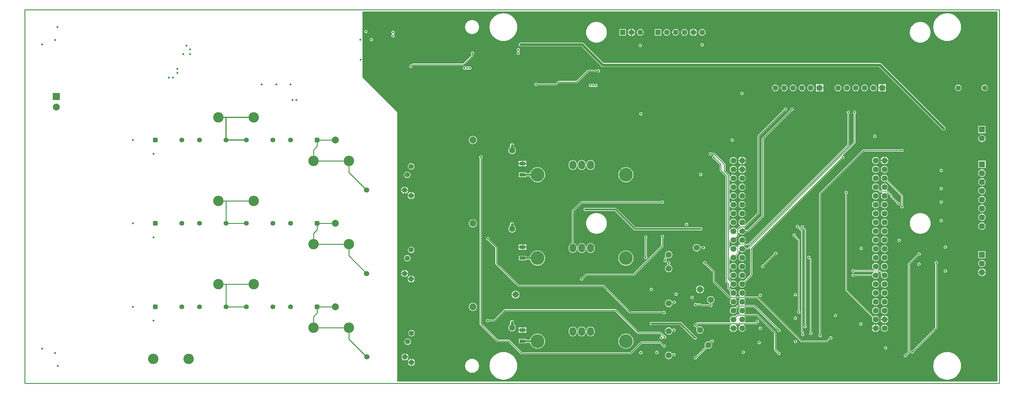
<source format=gbl>
G04 Layer_Physical_Order=4*
G04 Layer_Color=11796480*
%FSLAX43Y43*%
%MOMM*%
G71*
G01*
G75*
%ADD23C,2.000*%
%ADD26R,1.700X1.000*%
%ADD34C,0.500*%
%ADD35C,0.250*%
%ADD38C,0.150*%
%ADD39C,0.200*%
%ADD40C,0.750*%
%ADD41C,0.300*%
%ADD43C,0.254*%
%ADD44O,2.000X2.500*%
%ADD45C,3.000*%
%ADD46C,1.600*%
%ADD47R,1.600X1.600*%
%ADD48C,1.500*%
%ADD49C,1.524*%
%ADD53C,1.700*%
%ADD54C,1.750*%
%ADD55R,1.750X1.750*%
%ADD56C,4.000*%
%ADD57R,2.000X2.000*%
%ADD58R,1.800X1.800*%
%ADD59C,1.800*%
%ADD60C,1.400*%
G04:AMPARAMS|DCode=61|XSize=1.4mm|YSize=1.4mm|CornerRadius=0.35mm|HoleSize=0mm|Usage=FLASHONLY|Rotation=180.000|XOffset=0mm|YOffset=0mm|HoleType=Round|Shape=RoundedRectangle|*
%AMROUNDEDRECTD61*
21,1,1.400,0.700,0,0,180.0*
21,1,0.700,1.400,0,0,180.0*
1,1,0.700,-0.350,0.350*
1,1,0.700,0.350,0.350*
1,1,0.700,0.350,-0.350*
1,1,0.700,-0.350,-0.350*
%
%ADD61ROUNDEDRECTD61*%
%ADD62C,0.600*%
G36*
X279500Y500D02*
X107000D01*
Y78000D01*
X97000Y88000D01*
Y107000D01*
X279500D01*
Y500D01*
D02*
G37*
%LPC*%
G36*
X183175Y42684D02*
X182999Y42649D01*
X182851Y42549D01*
X182751Y42401D01*
X182716Y42225D01*
X182751Y42049D01*
X182851Y41901D01*
X182895Y41871D01*
Y39591D01*
X174784Y31480D01*
X161200D01*
X161093Y31459D01*
X161002Y31398D01*
X160052Y30448D01*
X160000Y30459D01*
X159824Y30424D01*
X159676Y30324D01*
X159576Y30176D01*
X159541Y30000D01*
X159576Y29824D01*
X159676Y29676D01*
X159824Y29576D01*
X160000Y29541D01*
X160176Y29576D01*
X160324Y29676D01*
X160424Y29824D01*
X160459Y30000D01*
X160448Y30052D01*
X161316Y30920D01*
X174900D01*
X175007Y30941D01*
X175098Y31002D01*
X183373Y39277D01*
X183434Y39368D01*
X183455Y39475D01*
Y41871D01*
X183499Y41901D01*
X183599Y42049D01*
X183634Y42225D01*
X183599Y42401D01*
X183499Y42549D01*
X183351Y42649D01*
X183175Y42684D01*
D02*
G37*
G36*
X111127Y31008D02*
Y30127D01*
X112008D01*
X111990Y30265D01*
X111887Y30512D01*
X111725Y30725D01*
X111512Y30887D01*
X111265Y30990D01*
X111127Y31008D01*
D02*
G37*
G36*
X108993Y31443D02*
X108112D01*
X108130Y31305D01*
X108233Y31058D01*
X108395Y30845D01*
X108608Y30683D01*
X108855Y30580D01*
X108993Y30562D01*
Y31443D01*
D02*
G37*
G36*
X110128D02*
X109247D01*
Y30562D01*
X109385Y30580D01*
X109632Y30683D01*
X109845Y30845D01*
X110007Y31058D01*
X110110Y31305D01*
X110128Y31443D01*
D02*
G37*
G36*
X110873Y29873D02*
X109992D01*
X110010Y29735D01*
X110113Y29488D01*
X110275Y29275D01*
X110488Y29113D01*
X110735Y29010D01*
X110873Y28992D01*
Y29873D01*
D02*
G37*
G36*
X112008D02*
X111127D01*
Y28992D01*
X111265Y29010D01*
X111512Y29113D01*
X111725Y29275D01*
X111887Y29488D01*
X111990Y29735D01*
X112008Y29873D01*
D02*
G37*
G36*
X110873Y31008D02*
X110735Y30990D01*
X110488Y30887D01*
X110275Y30725D01*
X110113Y30512D01*
X110010Y30265D01*
X109992Y30127D01*
X110873D01*
Y31008D01*
D02*
G37*
G36*
X206100Y32089D02*
X205839Y32054D01*
X205596Y31953D01*
X205387Y31793D01*
X205227Y31584D01*
X205126Y31341D01*
X205091Y31080D01*
X205126Y30819D01*
X205227Y30576D01*
X205387Y30367D01*
X205596Y30206D01*
X205839Y30106D01*
X206100Y30071D01*
X206361Y30106D01*
X206604Y30206D01*
X206813Y30367D01*
X206973Y30576D01*
X207074Y30819D01*
X207109Y31080D01*
X207074Y31341D01*
X206973Y31584D01*
X206813Y31793D01*
X206604Y31953D01*
X206361Y32054D01*
X206100Y32089D01*
D02*
G37*
G36*
X185000Y35109D02*
X184824Y35074D01*
X184676Y34974D01*
X184576Y34826D01*
X184541Y34650D01*
X184576Y34474D01*
X184676Y34326D01*
X184720Y34296D01*
Y34020D01*
X184470Y33917D01*
X184251Y33749D01*
X184083Y33530D01*
X183977Y33274D01*
X183941Y33000D01*
X183977Y32726D01*
X184083Y32470D01*
X184251Y32251D01*
X184470Y32083D01*
X184726Y31977D01*
X185000Y31941D01*
X185274Y31977D01*
X185530Y32083D01*
X185749Y32251D01*
X185917Y32470D01*
X186023Y32726D01*
X186059Y33000D01*
X186023Y33274D01*
X185917Y33530D01*
X185749Y33749D01*
X185530Y33917D01*
X185280Y34020D01*
Y34296D01*
X185324Y34326D01*
X185424Y34474D01*
X185459Y34650D01*
X185424Y34826D01*
X185324Y34974D01*
X185176Y35074D01*
X185000Y35109D01*
D02*
G37*
G36*
X264500Y32759D02*
X264324Y32724D01*
X264176Y32624D01*
X264076Y32476D01*
X264041Y32300D01*
X264076Y32124D01*
X264176Y31976D01*
X264324Y31876D01*
X264500Y31841D01*
X264676Y31876D01*
X264824Y31976D01*
X264924Y32124D01*
X264959Y32300D01*
X264924Y32476D01*
X264824Y32624D01*
X264676Y32724D01*
X264500Y32759D01*
D02*
G37*
G36*
X275127Y33042D02*
Y32047D01*
X276122D01*
X276100Y32215D01*
X275986Y32489D01*
X275805Y32725D01*
X275569Y32906D01*
X275295Y33020D01*
X275127Y33042D01*
D02*
G37*
G36*
X274873Y33042D02*
X274705Y33020D01*
X274431Y32906D01*
X274195Y32725D01*
X274014Y32489D01*
X273900Y32215D01*
X273878Y32047D01*
X274873D01*
Y33042D01*
D02*
G37*
G36*
X276122Y31793D02*
X275127D01*
Y30798D01*
X275295Y30820D01*
X275569Y30934D01*
X275805Y31115D01*
X275986Y31351D01*
X276100Y31625D01*
X276122Y31793D01*
D02*
G37*
G36*
X274873D02*
X273878D01*
X273900Y31625D01*
X274014Y31351D01*
X274195Y31115D01*
X274431Y30934D01*
X274705Y30820D01*
X274873Y30798D01*
Y31793D01*
D02*
G37*
G36*
X109247Y32578D02*
Y31697D01*
X110128D01*
X110110Y31835D01*
X110007Y32082D01*
X109845Y32295D01*
X109632Y32457D01*
X109385Y32560D01*
X109247Y32578D01*
D02*
G37*
G36*
X108993Y32578D02*
X108855Y32560D01*
X108608Y32457D01*
X108395Y32295D01*
X108233Y32082D01*
X108130Y31835D01*
X108112Y31697D01*
X108993D01*
Y32578D01*
D02*
G37*
G36*
X221400Y25959D02*
X221224Y25924D01*
X221076Y25824D01*
X220976Y25676D01*
X220941Y25500D01*
X220976Y25324D01*
X221076Y25176D01*
X221224Y25076D01*
X221400Y25041D01*
X221576Y25076D01*
X221724Y25176D01*
X221824Y25324D01*
X221859Y25500D01*
X221824Y25676D01*
X221724Y25824D01*
X221576Y25924D01*
X221400Y25959D01*
D02*
G37*
G36*
X247000Y27009D02*
X246739Y26974D01*
X246496Y26873D01*
X246287Y26713D01*
X246126Y26504D01*
X246026Y26261D01*
X245991Y26000D01*
X246026Y25739D01*
X246126Y25496D01*
X246287Y25287D01*
X246496Y25126D01*
X246739Y25026D01*
X247000Y24991D01*
X247261Y25026D01*
X247504Y25126D01*
X247713Y25287D01*
X247873Y25496D01*
X247974Y25739D01*
X248009Y26000D01*
X247974Y26261D01*
X247873Y26504D01*
X247713Y26713D01*
X247504Y26873D01*
X247261Y26974D01*
X247000Y27009D01*
D02*
G37*
G36*
X140873Y26647D02*
X140699Y26624D01*
X140418Y26508D01*
X140177Y26323D01*
X139992Y26082D01*
X139876Y25801D01*
X139853Y25627D01*
X140873D01*
Y26647D01*
D02*
G37*
G36*
X187100Y26059D02*
X186924Y26024D01*
X186776Y25924D01*
X186676Y25776D01*
X186641Y25600D01*
X186676Y25424D01*
X186776Y25276D01*
X186924Y25176D01*
X187100Y25141D01*
X187276Y25176D01*
X187424Y25276D01*
X187524Y25424D01*
X187559Y25600D01*
X187524Y25776D01*
X187424Y25924D01*
X187276Y26024D01*
X187100Y26059D01*
D02*
G37*
G36*
X142147Y25373D02*
X141127D01*
Y24353D01*
X141301Y24376D01*
X141582Y24492D01*
X141823Y24677D01*
X142008Y24918D01*
X142124Y25199D01*
X142147Y25373D01*
D02*
G37*
G36*
X140873D02*
X139853D01*
X139876Y25199D01*
X139992Y24918D01*
X140177Y24677D01*
X140418Y24492D01*
X140699Y24376D01*
X140873Y24353D01*
Y25373D01*
D02*
G37*
G36*
X244460Y27009D02*
X244199Y26974D01*
X243956Y26873D01*
X243747Y26713D01*
X243587Y26504D01*
X243486Y26261D01*
X243451Y26000D01*
X243486Y25739D01*
X243587Y25496D01*
X243747Y25287D01*
X243956Y25126D01*
X244199Y25026D01*
X244460Y24991D01*
X244721Y25026D01*
X244964Y25126D01*
X245173Y25287D01*
X245333Y25496D01*
X245434Y25739D01*
X245469Y26000D01*
X245434Y26261D01*
X245333Y26504D01*
X245173Y26713D01*
X244964Y26873D01*
X244721Y26974D01*
X244460Y27009D01*
D02*
G37*
G36*
X211300Y25759D02*
X211124Y25724D01*
X210976Y25624D01*
X210876Y25476D01*
X210841Y25300D01*
X210876Y25124D01*
X210976Y24976D01*
X211124Y24876D01*
X211300Y24841D01*
X211476Y24876D01*
X211624Y24976D01*
X211724Y25124D01*
X211759Y25300D01*
X211724Y25476D01*
X211624Y25624D01*
X211476Y25724D01*
X211300Y25759D01*
D02*
G37*
G36*
X194127Y28147D02*
Y27127D01*
X195147D01*
X195124Y27301D01*
X195008Y27582D01*
X194823Y27823D01*
X194582Y28008D01*
X194301Y28124D01*
X194127Y28147D01*
D02*
G37*
G36*
X193873Y28147D02*
X193699Y28124D01*
X193418Y28008D01*
X193177Y27823D01*
X192992Y27582D01*
X192876Y27301D01*
X192853Y27127D01*
X193873D01*
Y28147D01*
D02*
G37*
G36*
X247000Y29549D02*
X246739Y29514D01*
X246496Y29413D01*
X246287Y29253D01*
X246126Y29044D01*
X246026Y28801D01*
X245991Y28540D01*
X246026Y28279D01*
X246126Y28036D01*
X246287Y27827D01*
X246496Y27667D01*
X246739Y27566D01*
X247000Y27531D01*
X247261Y27566D01*
X247504Y27667D01*
X247713Y27827D01*
X247873Y28036D01*
X247974Y28279D01*
X248009Y28540D01*
X247974Y28801D01*
X247873Y29044D01*
X247713Y29253D01*
X247504Y29413D01*
X247261Y29514D01*
X247000Y29549D01*
D02*
G37*
G36*
X244460D02*
X244199Y29514D01*
X243956Y29413D01*
X243747Y29253D01*
X243587Y29044D01*
X243486Y28801D01*
X243451Y28540D01*
X243486Y28279D01*
X243587Y28036D01*
X243747Y27827D01*
X243956Y27667D01*
X244199Y27566D01*
X244460Y27531D01*
X244721Y27566D01*
X244964Y27667D01*
X245173Y27827D01*
X245333Y28036D01*
X245434Y28279D01*
X245469Y28540D01*
X245434Y28801D01*
X245333Y29044D01*
X245173Y29253D01*
X244964Y29413D01*
X244721Y29514D01*
X244460Y29549D01*
D02*
G37*
G36*
X193873Y26873D02*
X192853D01*
X192876Y26699D01*
X192992Y26418D01*
X193177Y26177D01*
X193418Y25992D01*
X193699Y25876D01*
X193873Y25853D01*
Y26873D01*
D02*
G37*
G36*
X141127Y26647D02*
Y25627D01*
X142147D01*
X142124Y25801D01*
X142008Y26082D01*
X141823Y26323D01*
X141582Y26508D01*
X141301Y26624D01*
X141127Y26647D01*
D02*
G37*
G36*
X180000Y27459D02*
X179824Y27424D01*
X179676Y27324D01*
X179576Y27176D01*
X179541Y27000D01*
X179576Y26824D01*
X179676Y26676D01*
X179824Y26576D01*
X180000Y26541D01*
X180176Y26576D01*
X180324Y26676D01*
X180424Y26824D01*
X180459Y27000D01*
X180424Y27176D01*
X180324Y27324D01*
X180176Y27424D01*
X180000Y27459D01*
D02*
G37*
G36*
X195147Y26873D02*
X194127D01*
Y25853D01*
X194301Y25876D01*
X194582Y25992D01*
X194823Y26177D01*
X195008Y26418D01*
X195124Y26699D01*
X195147Y26873D01*
D02*
G37*
G36*
X244460Y34629D02*
X244199Y34594D01*
X243956Y34493D01*
X243747Y34333D01*
X243587Y34124D01*
X243486Y33881D01*
X243451Y33620D01*
X243486Y33359D01*
X243587Y33116D01*
X243747Y32907D01*
X243956Y32746D01*
X244057Y32704D01*
X244023Y32529D01*
X238388D01*
X238324Y32624D01*
X238176Y32724D01*
X238000Y32759D01*
X237824Y32724D01*
X237676Y32624D01*
X237576Y32476D01*
X237541Y32300D01*
X237576Y32124D01*
X237676Y31976D01*
X237824Y31876D01*
X238000Y31841D01*
X238176Y31876D01*
X238324Y31976D01*
X238388Y32071D01*
X243821D01*
X243880Y31896D01*
X243747Y31793D01*
X243587Y31584D01*
X243486Y31341D01*
X243482Y31309D01*
X238408D01*
X238344Y31404D01*
X238196Y31504D01*
X238020Y31539D01*
X237844Y31504D01*
X237696Y31404D01*
X237596Y31256D01*
X237561Y31080D01*
X237596Y30904D01*
X237696Y30756D01*
X237844Y30656D01*
X238020Y30621D01*
X238196Y30656D01*
X238344Y30756D01*
X238408Y30851D01*
X243482D01*
X243486Y30819D01*
X243587Y30576D01*
X243747Y30367D01*
X243956Y30206D01*
X244199Y30106D01*
X244460Y30071D01*
X244721Y30106D01*
X244964Y30206D01*
X245173Y30367D01*
X245333Y30576D01*
X245434Y30819D01*
X245469Y31080D01*
X245434Y31341D01*
X245333Y31584D01*
X245173Y31793D01*
X245040Y31896D01*
X245099Y32071D01*
X245685D01*
X246146Y31610D01*
X246126Y31584D01*
X246026Y31341D01*
X245991Y31080D01*
X246026Y30819D01*
X246126Y30576D01*
X246287Y30367D01*
X246496Y30206D01*
X246739Y30106D01*
X247000Y30071D01*
X247261Y30106D01*
X247504Y30206D01*
X247713Y30367D01*
X247873Y30576D01*
X247974Y30819D01*
X248009Y31080D01*
X247974Y31341D01*
X247873Y31584D01*
X247713Y31793D01*
X247504Y31953D01*
X247261Y32054D01*
X247000Y32089D01*
X246739Y32054D01*
X246496Y31953D01*
X246470Y31934D01*
X245942Y32462D01*
X245868Y32512D01*
X245780Y32529D01*
X244897D01*
X244863Y32704D01*
X244964Y32746D01*
X245173Y32907D01*
X245333Y33116D01*
X245434Y33359D01*
X245469Y33620D01*
X245434Y33881D01*
X245333Y34124D01*
X245173Y34333D01*
X244964Y34493D01*
X244721Y34594D01*
X244460Y34629D01*
D02*
G37*
G36*
X142873Y39073D02*
X141896D01*
Y38446D01*
X142873D01*
Y39073D01*
D02*
G37*
G36*
X240300Y39259D02*
X240124Y39224D01*
X239976Y39124D01*
X239876Y38976D01*
X239841Y38800D01*
X239876Y38624D01*
X239976Y38476D01*
X240124Y38376D01*
X240300Y38341D01*
X240476Y38376D01*
X240624Y38476D01*
X240724Y38624D01*
X240759Y38800D01*
X240724Y38976D01*
X240624Y39124D01*
X240476Y39224D01*
X240300Y39259D01*
D02*
G37*
G36*
X193000Y40059D02*
X192726Y40023D01*
X192470Y39917D01*
X192251Y39749D01*
X192083Y39530D01*
X191977Y39274D01*
X191941Y39000D01*
X191977Y38726D01*
X192083Y38470D01*
X192251Y38251D01*
X192470Y38083D01*
X192726Y37977D01*
X193000Y37941D01*
X193274Y37977D01*
X193530Y38083D01*
X193749Y38251D01*
X193917Y38470D01*
X194020Y38720D01*
X194646D01*
X194676Y38676D01*
X194824Y38576D01*
X195000Y38541D01*
X195176Y38576D01*
X195324Y38676D01*
X195424Y38824D01*
X195459Y39000D01*
X195424Y39176D01*
X195324Y39324D01*
X195176Y39424D01*
X195000Y39459D01*
X194824Y39424D01*
X194676Y39324D01*
X194646Y39280D01*
X194020D01*
X193917Y39530D01*
X193749Y39749D01*
X193530Y39917D01*
X193274Y40023D01*
X193000Y40059D01*
D02*
G37*
G36*
X144104Y39073D02*
X143127D01*
Y38446D01*
X144104D01*
Y39073D01*
D02*
G37*
G36*
X162550Y40310D02*
X162250Y40270D01*
X161970Y40155D01*
X161730Y39970D01*
X161545Y39730D01*
X161430Y39450D01*
X161390Y39150D01*
Y38650D01*
X161430Y38350D01*
X161545Y38070D01*
X161730Y37830D01*
X161970Y37645D01*
X162250Y37530D01*
X162550Y37490D01*
X162850Y37530D01*
X163130Y37645D01*
X163370Y37830D01*
X163555Y38070D01*
X163670Y38350D01*
X163710Y38650D01*
Y39150D01*
X163670Y39450D01*
X163555Y39730D01*
X163370Y39970D01*
X163130Y40155D01*
X162850Y40270D01*
X162550Y40310D01*
D02*
G37*
G36*
X160000D02*
X159700Y40270D01*
X159420Y40155D01*
X159180Y39970D01*
X158995Y39730D01*
X158880Y39450D01*
X158840Y39150D01*
Y38650D01*
X158880Y38350D01*
X158995Y38070D01*
X159180Y37830D01*
X159420Y37645D01*
X159700Y37530D01*
X160000Y37490D01*
X160300Y37530D01*
X160580Y37645D01*
X160820Y37830D01*
X161005Y38070D01*
X161120Y38350D01*
X161160Y38650D01*
Y39150D01*
X161120Y39450D01*
X161005Y39730D01*
X160820Y39970D01*
X160580Y40155D01*
X160300Y40270D01*
X160000Y40310D01*
D02*
G37*
G36*
X247000Y39709D02*
X246739Y39674D01*
X246496Y39573D01*
X246287Y39413D01*
X246126Y39204D01*
X246026Y38961D01*
X245991Y38700D01*
X246026Y38439D01*
X246126Y38196D01*
X246287Y37987D01*
X246496Y37826D01*
X246739Y37726D01*
X247000Y37691D01*
X247261Y37726D01*
X247504Y37826D01*
X247713Y37987D01*
X247873Y38196D01*
X247974Y38439D01*
X248009Y38700D01*
X247974Y38961D01*
X247873Y39204D01*
X247713Y39413D01*
X247504Y39573D01*
X247261Y39674D01*
X247000Y39709D01*
D02*
G37*
G36*
X244460D02*
X244199Y39674D01*
X243956Y39573D01*
X243747Y39413D01*
X243587Y39204D01*
X243486Y38961D01*
X243451Y38700D01*
X243486Y38439D01*
X243587Y38196D01*
X243747Y37987D01*
X243956Y37826D01*
X244199Y37726D01*
X244460Y37691D01*
X244721Y37726D01*
X244964Y37826D01*
X245173Y37987D01*
X245333Y38196D01*
X245434Y38439D01*
X245469Y38700D01*
X245434Y38961D01*
X245333Y39204D01*
X245173Y39413D01*
X244964Y39573D01*
X244721Y39674D01*
X244460Y39709D01*
D02*
G37*
G36*
X251200Y41559D02*
X251024Y41524D01*
X250876Y41424D01*
X250776Y41276D01*
X250741Y41100D01*
X250776Y40924D01*
X250876Y40776D01*
X251024Y40676D01*
X251200Y40641D01*
X251376Y40676D01*
X251524Y40776D01*
X251624Y40924D01*
X251659Y41100D01*
X251624Y41276D01*
X251524Y41424D01*
X251376Y41524D01*
X251200Y41559D01*
D02*
G37*
G36*
X247000Y42249D02*
X246739Y42214D01*
X246496Y42113D01*
X246287Y41953D01*
X246126Y41744D01*
X246026Y41501D01*
X245991Y41240D01*
X246026Y40979D01*
X246126Y40736D01*
X246287Y40527D01*
X246496Y40367D01*
X246739Y40266D01*
X247000Y40231D01*
X247261Y40266D01*
X247504Y40367D01*
X247713Y40527D01*
X247873Y40736D01*
X247974Y40979D01*
X248009Y41240D01*
X247974Y41501D01*
X247873Y41744D01*
X247713Y41953D01*
X247504Y42113D01*
X247261Y42214D01*
X247000Y42249D01*
D02*
G37*
G36*
Y44789D02*
X246739Y44754D01*
X246496Y44653D01*
X246287Y44493D01*
X246126Y44284D01*
X246026Y44041D01*
X245991Y43780D01*
X246026Y43519D01*
X246126Y43276D01*
X246287Y43067D01*
X246496Y42907D01*
X246739Y42806D01*
X247000Y42771D01*
X247261Y42806D01*
X247504Y42907D01*
X247713Y43067D01*
X247873Y43276D01*
X247974Y43519D01*
X248009Y43780D01*
X247974Y44041D01*
X247873Y44284D01*
X247713Y44493D01*
X247504Y44653D01*
X247261Y44754D01*
X247000Y44789D01*
D02*
G37*
G36*
X244460D02*
X244199Y44754D01*
X243956Y44653D01*
X243747Y44493D01*
X243587Y44284D01*
X243486Y44041D01*
X243451Y43780D01*
X243486Y43519D01*
X243587Y43276D01*
X243747Y43067D01*
X243956Y42907D01*
X244199Y42806D01*
X244460Y42771D01*
X244721Y42806D01*
X244964Y42907D01*
X245173Y43067D01*
X245333Y43276D01*
X245434Y43519D01*
X245469Y43780D01*
X245434Y44041D01*
X245333Y44284D01*
X245173Y44493D01*
X244964Y44653D01*
X244721Y44754D01*
X244460Y44789D01*
D02*
G37*
G36*
X142873Y39954D02*
X141896D01*
Y39327D01*
X142873D01*
Y39954D01*
D02*
G37*
G36*
X264500Y39659D02*
X264324Y39624D01*
X264176Y39524D01*
X264076Y39376D01*
X264041Y39200D01*
X264076Y39024D01*
X264176Y38876D01*
X264324Y38776D01*
X264500Y38741D01*
X264676Y38776D01*
X264824Y38876D01*
X264924Y39024D01*
X264959Y39200D01*
X264924Y39376D01*
X264824Y39524D01*
X264676Y39624D01*
X264500Y39659D01*
D02*
G37*
G36*
X244460Y42249D02*
X244199Y42214D01*
X243956Y42113D01*
X243747Y41953D01*
X243587Y41744D01*
X243486Y41501D01*
X243451Y41240D01*
X243486Y40979D01*
X243587Y40736D01*
X243747Y40527D01*
X243956Y40367D01*
X244199Y40266D01*
X244460Y40231D01*
X244721Y40266D01*
X244964Y40367D01*
X245173Y40527D01*
X245333Y40736D01*
X245434Y40979D01*
X245469Y41240D01*
X245434Y41501D01*
X245333Y41744D01*
X245173Y41953D01*
X244964Y42113D01*
X244721Y42214D01*
X244460Y42249D01*
D02*
G37*
G36*
X144104Y39954D02*
X143127D01*
Y39327D01*
X144104D01*
Y39954D01*
D02*
G37*
G36*
X109880Y36890D02*
X109642Y36859D01*
X109420Y36767D01*
X109230Y36620D01*
X109083Y36430D01*
X108991Y36208D01*
X108960Y35970D01*
X108991Y35732D01*
X109083Y35510D01*
X109230Y35320D01*
X109420Y35173D01*
X109642Y35081D01*
X109880Y35050D01*
X110118Y35081D01*
X110340Y35173D01*
X110530Y35320D01*
X110677Y35510D01*
X110769Y35732D01*
X110800Y35970D01*
X110769Y36208D01*
X110677Y36430D01*
X110530Y36620D01*
X110340Y36767D01*
X110118Y36859D01*
X109880Y36890D01*
D02*
G37*
G36*
X256900Y34759D02*
X256724Y34724D01*
X256576Y34624D01*
X256476Y34476D01*
X256441Y34300D01*
X256476Y34124D01*
X256576Y33976D01*
X256724Y33876D01*
X256900Y33841D01*
X257076Y33876D01*
X257224Y33976D01*
X257324Y34124D01*
X257359Y34300D01*
X257324Y34476D01*
X257224Y34624D01*
X257076Y34724D01*
X256900Y34759D01*
D02*
G37*
G36*
X244460Y37169D02*
X244199Y37134D01*
X243956Y37033D01*
X243747Y36873D01*
X243587Y36664D01*
X243486Y36421D01*
X243451Y36160D01*
X243486Y35899D01*
X243587Y35656D01*
X243747Y35447D01*
X243956Y35286D01*
X244199Y35186D01*
X244460Y35151D01*
X244721Y35186D01*
X244964Y35286D01*
X245173Y35447D01*
X245333Y35656D01*
X245434Y35899D01*
X245469Y36160D01*
X245434Y36421D01*
X245333Y36664D01*
X245173Y36873D01*
X244964Y37033D01*
X244721Y37134D01*
X244460Y37169D01*
D02*
G37*
G36*
X206100D02*
X205839Y37134D01*
X205596Y37033D01*
X205387Y36873D01*
X205227Y36664D01*
X205126Y36421D01*
X205091Y36160D01*
X205126Y35899D01*
X205227Y35656D01*
X205387Y35447D01*
X205596Y35286D01*
X205839Y35186D01*
X206100Y35151D01*
X206361Y35186D01*
X206604Y35286D01*
X206813Y35447D01*
X206973Y35656D01*
X207074Y35899D01*
X207109Y36160D01*
X207074Y36421D01*
X206973Y36664D01*
X206813Y36873D01*
X206604Y37033D01*
X206361Y37134D01*
X206100Y37169D01*
D02*
G37*
G36*
X247000Y34629D02*
X246739Y34594D01*
X246496Y34493D01*
X246287Y34333D01*
X246126Y34124D01*
X246026Y33881D01*
X245991Y33620D01*
X246026Y33359D01*
X246126Y33116D01*
X246287Y32907D01*
X246496Y32746D01*
X246739Y32646D01*
X247000Y32611D01*
X247261Y32646D01*
X247504Y32746D01*
X247713Y32907D01*
X247873Y33116D01*
X247974Y33359D01*
X248009Y33620D01*
X247974Y33881D01*
X247873Y34124D01*
X247713Y34333D01*
X247504Y34493D01*
X247261Y34594D01*
X247000Y34629D01*
D02*
G37*
G36*
X206100D02*
X205839Y34594D01*
X205596Y34493D01*
X205387Y34333D01*
X205227Y34124D01*
X205126Y33881D01*
X205091Y33620D01*
X205126Y33359D01*
X205227Y33116D01*
X205387Y32907D01*
X205596Y32746D01*
X205839Y32646D01*
X206100Y32611D01*
X206361Y32646D01*
X206604Y32746D01*
X206813Y32907D01*
X206973Y33116D01*
X207074Y33359D01*
X207109Y33620D01*
X207074Y33881D01*
X206973Y34124D01*
X206813Y34333D01*
X206604Y34493D01*
X206361Y34594D01*
X206100Y34629D01*
D02*
G37*
G36*
X172700Y38160D02*
X172279Y38119D01*
X171873Y37996D01*
X171500Y37796D01*
X171172Y37528D01*
X170904Y37200D01*
X170704Y36827D01*
X170581Y36421D01*
X170540Y36000D01*
X170581Y35579D01*
X170704Y35173D01*
X170904Y34800D01*
X171172Y34472D01*
X171500Y34204D01*
X171873Y34004D01*
X172279Y33881D01*
X172700Y33840D01*
X173121Y33881D01*
X173527Y34004D01*
X173900Y34204D01*
X174228Y34472D01*
X174496Y34800D01*
X174696Y35173D01*
X174819Y35579D01*
X174860Y36000D01*
X174819Y36421D01*
X174696Y36827D01*
X174496Y37200D01*
X174228Y37528D01*
X173900Y37796D01*
X173527Y37996D01*
X173121Y38119D01*
X172700Y38160D01*
D02*
G37*
G36*
X275000Y35494D02*
X274732Y35459D01*
X274483Y35355D01*
X274269Y35191D01*
X274105Y34977D01*
X274001Y34728D01*
X273966Y34460D01*
X274001Y34192D01*
X274105Y33943D01*
X274269Y33729D01*
X274483Y33565D01*
X274732Y33461D01*
X275000Y33426D01*
X275268Y33461D01*
X275517Y33565D01*
X275731Y33729D01*
X275895Y33943D01*
X275999Y34192D01*
X276034Y34460D01*
X275999Y34728D01*
X275895Y34977D01*
X275731Y35191D01*
X275517Y35355D01*
X275268Y35459D01*
X275000Y35494D01*
D02*
G37*
G36*
X256950Y37609D02*
X256774Y37574D01*
X256626Y37474D01*
X256526Y37326D01*
X256491Y37150D01*
X256502Y37098D01*
X253802Y34398D01*
X253741Y34307D01*
X253720Y34200D01*
Y9116D01*
X253052Y8448D01*
X253000Y8459D01*
X252824Y8424D01*
X252676Y8324D01*
X252576Y8176D01*
X252541Y8000D01*
X252576Y7824D01*
X252676Y7676D01*
X252824Y7576D01*
X253000Y7541D01*
X253176Y7576D01*
X253324Y7676D01*
X253424Y7824D01*
X253459Y8000D01*
X253448Y8052D01*
X254198Y8802D01*
X254259Y8893D01*
X254280Y9000D01*
Y34084D01*
X256898Y36702D01*
X256950Y36691D01*
X257126Y36726D01*
X257274Y36826D01*
X257374Y36974D01*
X257409Y37150D01*
X257374Y37326D01*
X257274Y37474D01*
X257126Y37574D01*
X256950Y37609D01*
D02*
G37*
G36*
X147300Y38160D02*
X146879Y38119D01*
X146473Y37996D01*
X146100Y37796D01*
X145772Y37528D01*
X145504Y37200D01*
X145304Y36827D01*
X145181Y36421D01*
X145180Y36408D01*
X144000D01*
Y36650D01*
X142000D01*
Y35350D01*
X144000D01*
Y35592D01*
X145180D01*
X145181Y35579D01*
X145304Y35173D01*
X145504Y34800D01*
X145772Y34472D01*
X146100Y34204D01*
X146473Y34004D01*
X146879Y33881D01*
X147300Y33840D01*
X147721Y33881D01*
X148127Y34004D01*
X148500Y34204D01*
X148828Y34472D01*
X149096Y34800D01*
X149296Y35173D01*
X149419Y35579D01*
X149460Y36000D01*
X149419Y36421D01*
X149296Y36827D01*
X149096Y37200D01*
X148828Y37528D01*
X148500Y37796D01*
X148127Y37996D01*
X147721Y38119D01*
X147300Y38160D01*
D02*
G37*
G36*
X111000Y39300D02*
X110762Y39269D01*
X110540Y39177D01*
X110350Y39030D01*
X110203Y38840D01*
X110111Y38618D01*
X110080Y38380D01*
X110111Y38142D01*
X110203Y37920D01*
X110350Y37730D01*
X110540Y37583D01*
X110762Y37491D01*
X111000Y37460D01*
X111238Y37491D01*
X111460Y37583D01*
X111650Y37730D01*
X111797Y37920D01*
X111889Y38142D01*
X111920Y38380D01*
X111889Y38618D01*
X111797Y38840D01*
X111650Y39030D01*
X111460Y39177D01*
X111238Y39269D01*
X111000Y39300D01*
D02*
G37*
G36*
X215760Y37859D02*
X215584Y37824D01*
X215436Y37724D01*
X215336Y37576D01*
X215301Y37400D01*
X215312Y37348D01*
X212032Y34068D01*
X211980Y34079D01*
X211804Y34044D01*
X211656Y33944D01*
X211556Y33796D01*
X211521Y33620D01*
X211556Y33444D01*
X211656Y33296D01*
X211804Y33196D01*
X211980Y33161D01*
X212156Y33196D01*
X212304Y33296D01*
X212404Y33444D01*
X212439Y33620D01*
X212428Y33672D01*
X215708Y36952D01*
X215760Y36941D01*
X215936Y36976D01*
X216084Y37076D01*
X216184Y37224D01*
X216219Y37400D01*
X216184Y37576D01*
X216084Y37724D01*
X215936Y37824D01*
X215760Y37859D01*
D02*
G37*
G36*
X178400Y42559D02*
X178224Y42524D01*
X178076Y42424D01*
X177976Y42276D01*
X177941Y42100D01*
X177976Y41924D01*
X178076Y41776D01*
X178120Y41746D01*
Y36554D01*
X178076Y36524D01*
X177976Y36376D01*
X177941Y36200D01*
X177976Y36024D01*
X178076Y35876D01*
X178224Y35776D01*
X178400Y35741D01*
X178576Y35776D01*
X178724Y35876D01*
X178824Y36024D01*
X178859Y36200D01*
X178824Y36376D01*
X178724Y36524D01*
X178680Y36554D01*
Y41746D01*
X178724Y41776D01*
X178824Y41924D01*
X178859Y42100D01*
X178824Y42276D01*
X178724Y42424D01*
X178576Y42524D01*
X178400Y42559D01*
D02*
G37*
G36*
X247000Y37169D02*
X246739Y37134D01*
X246496Y37033D01*
X246287Y36873D01*
X246126Y36664D01*
X246026Y36421D01*
X245991Y36160D01*
X246026Y35899D01*
X246126Y35656D01*
X246287Y35447D01*
X246496Y35286D01*
X246739Y35186D01*
X247000Y35151D01*
X247261Y35186D01*
X247504Y35286D01*
X247713Y35447D01*
X247873Y35656D01*
X247974Y35899D01*
X248009Y36160D01*
X247974Y36421D01*
X247873Y36664D01*
X247713Y36873D01*
X247504Y37033D01*
X247261Y37134D01*
X247000Y37169D01*
D02*
G37*
G36*
X276025Y38025D02*
X273975D01*
Y35975D01*
X276025D01*
Y38025D01*
D02*
G37*
G36*
X185000Y38059D02*
X184726Y38023D01*
X184470Y37917D01*
X184251Y37749D01*
X184083Y37530D01*
X183977Y37274D01*
X183941Y37000D01*
X183977Y36726D01*
X184080Y36477D01*
X183802Y36198D01*
X183741Y36107D01*
X183720Y36000D01*
Y35654D01*
X183676Y35624D01*
X183576Y35476D01*
X183541Y35300D01*
X183576Y35124D01*
X183676Y34976D01*
X183824Y34876D01*
X184000Y34841D01*
X184176Y34876D01*
X184324Y34976D01*
X184424Y35124D01*
X184459Y35300D01*
X184424Y35476D01*
X184324Y35624D01*
X184280Y35654D01*
Y35884D01*
X184477Y36080D01*
X184726Y35977D01*
X185000Y35941D01*
X185274Y35977D01*
X185530Y36083D01*
X185749Y36251D01*
X185917Y36470D01*
X186023Y36726D01*
X186059Y37000D01*
X186023Y37274D01*
X185917Y37530D01*
X185749Y37749D01*
X185530Y37917D01*
X185274Y38023D01*
X185000Y38059D01*
D02*
G37*
G36*
X221400Y12459D02*
X221224Y12424D01*
X221076Y12324D01*
X220976Y12176D01*
X220941Y12000D01*
X220976Y11824D01*
X221076Y11676D01*
X221224Y11576D01*
X221400Y11541D01*
X221576Y11576D01*
X221724Y11676D01*
X221824Y11824D01*
X221859Y12000D01*
X221824Y12176D01*
X221724Y12324D01*
X221576Y12424D01*
X221400Y12459D01*
D02*
G37*
G36*
X211000Y12159D02*
X210824Y12124D01*
X210676Y12024D01*
X210576Y11876D01*
X210541Y11700D01*
X210576Y11524D01*
X210676Y11376D01*
X210824Y11276D01*
X211000Y11241D01*
X211176Y11276D01*
X211324Y11376D01*
X211424Y11524D01*
X211459Y11700D01*
X211424Y11876D01*
X211324Y12024D01*
X211176Y12124D01*
X211000Y12159D01*
D02*
G37*
G36*
X147300Y14260D02*
X146879Y14219D01*
X146473Y14096D01*
X146100Y13896D01*
X145772Y13628D01*
X145504Y13300D01*
X145304Y12927D01*
X145181Y12521D01*
X145180Y12508D01*
X144000D01*
Y12750D01*
X142000D01*
Y11450D01*
X144000D01*
Y11692D01*
X145180D01*
X145181Y11679D01*
X145304Y11273D01*
X145504Y10900D01*
X145772Y10572D01*
X146100Y10304D01*
X146473Y10104D01*
X146879Y9981D01*
X147300Y9940D01*
X147721Y9981D01*
X148127Y10104D01*
X148500Y10304D01*
X148828Y10572D01*
X149096Y10900D01*
X149296Y11273D01*
X149419Y11679D01*
X149460Y12100D01*
X149419Y12521D01*
X149296Y12927D01*
X149096Y13300D01*
X148828Y13628D01*
X148500Y13896D01*
X148127Y14096D01*
X147721Y14219D01*
X147300Y14260D01*
D02*
G37*
G36*
X197500Y12559D02*
X197324Y12524D01*
X197176Y12424D01*
X197076Y12276D01*
X197041Y12100D01*
X197052Y12048D01*
X196923Y11920D01*
X196674Y12023D01*
X196400Y12059D01*
X196126Y12023D01*
X195870Y11917D01*
X195651Y11749D01*
X195483Y11530D01*
X195377Y11274D01*
X195341Y11000D01*
X195377Y10726D01*
X195480Y10477D01*
X192752Y7748D01*
X192700Y7759D01*
X192524Y7724D01*
X192376Y7624D01*
X192276Y7476D01*
X192241Y7300D01*
X192276Y7124D01*
X192376Y6976D01*
X192524Y6876D01*
X192700Y6841D01*
X192876Y6876D01*
X193024Y6976D01*
X193124Y7124D01*
X193159Y7300D01*
X193148Y7352D01*
X195877Y10080D01*
X196126Y9977D01*
X196400Y9941D01*
X196674Y9977D01*
X196930Y10083D01*
X197149Y10251D01*
X197317Y10470D01*
X197423Y10726D01*
X197459Y11000D01*
X197423Y11274D01*
X197320Y11523D01*
X197448Y11652D01*
X197500Y11641D01*
X197676Y11676D01*
X197824Y11776D01*
X197924Y11924D01*
X197959Y12100D01*
X197924Y12276D01*
X197824Y12424D01*
X197676Y12524D01*
X197500Y12559D01*
D02*
G37*
G36*
X172700Y14260D02*
X172279Y14219D01*
X171873Y14096D01*
X171500Y13896D01*
X171172Y13628D01*
X170904Y13300D01*
X170704Y12927D01*
X170581Y12521D01*
X170540Y12100D01*
X170581Y11679D01*
X170704Y11273D01*
X170904Y10900D01*
X171172Y10572D01*
X171500Y10304D01*
X171873Y10104D01*
X172279Y9981D01*
X172700Y9940D01*
X173121Y9981D01*
X173527Y10104D01*
X173900Y10304D01*
X174228Y10572D01*
X174496Y10900D01*
X174696Y11273D01*
X174819Y11679D01*
X174860Y12100D01*
X174819Y12521D01*
X174696Y12927D01*
X174496Y13300D01*
X174228Y13628D01*
X173900Y13896D01*
X173527Y14096D01*
X173121Y14219D01*
X172700Y14260D01*
D02*
G37*
G36*
X247330Y10629D02*
X247154Y10594D01*
X247006Y10494D01*
X246906Y10346D01*
X246871Y10170D01*
X246906Y9994D01*
X247006Y9846D01*
X247154Y9746D01*
X247330Y9711D01*
X247506Y9746D01*
X247654Y9846D01*
X247754Y9994D01*
X247789Y10170D01*
X247754Y10346D01*
X247654Y10494D01*
X247506Y10594D01*
X247330Y10629D01*
D02*
G37*
G36*
X109980Y12890D02*
X109742Y12859D01*
X109520Y12767D01*
X109330Y12620D01*
X109183Y12430D01*
X109091Y12208D01*
X109060Y11970D01*
X109091Y11732D01*
X109183Y11510D01*
X109330Y11320D01*
X109520Y11173D01*
X109742Y11081D01*
X109980Y11050D01*
X110218Y11081D01*
X110440Y11173D01*
X110630Y11320D01*
X110777Y11510D01*
X110869Y11732D01*
X110900Y11970D01*
X110869Y12208D01*
X110777Y12430D01*
X110630Y12620D01*
X110440Y12767D01*
X110218Y12859D01*
X109980Y12890D01*
D02*
G37*
G36*
X131025Y65584D02*
X130849Y65549D01*
X130701Y65449D01*
X130601Y65301D01*
X130566Y65125D01*
X130601Y64949D01*
X130701Y64801D01*
X130745Y64771D01*
Y16975D01*
X130766Y16868D01*
X130827Y16777D01*
X135602Y12002D01*
X135693Y11941D01*
X135800Y11920D01*
X135800Y11920D01*
X138984D01*
X142502Y8402D01*
X142593Y8341D01*
X142700Y8320D01*
X174000D01*
X174107Y8341D01*
X174198Y8402D01*
X177216Y11420D01*
X182584D01*
X183222Y10782D01*
X183211Y10730D01*
X183246Y10554D01*
X183346Y10406D01*
X183494Y10306D01*
X183670Y10271D01*
X183846Y10306D01*
X183994Y10406D01*
X184094Y10554D01*
X184129Y10730D01*
X184094Y10906D01*
X183994Y11054D01*
X183846Y11154D01*
X183670Y11189D01*
X183618Y11178D01*
X182898Y11898D01*
X182807Y11959D01*
X182700Y11980D01*
X177100D01*
X176993Y11959D01*
X176902Y11898D01*
X173884Y8880D01*
X142816D01*
X139298Y12398D01*
X139207Y12459D01*
X139100Y12480D01*
X135916D01*
X131305Y17091D01*
Y64771D01*
X131349Y64801D01*
X131449Y64949D01*
X131484Y65125D01*
X131449Y65301D01*
X131349Y65449D01*
X131201Y65549D01*
X131025Y65584D01*
D02*
G37*
G36*
X162550Y16310D02*
X162250Y16270D01*
X161970Y16155D01*
X161730Y15970D01*
X161545Y15730D01*
X161430Y15450D01*
X161390Y15150D01*
Y14650D01*
X161430Y14350D01*
X161545Y14070D01*
X161730Y13830D01*
X161970Y13645D01*
X162250Y13530D01*
X162550Y13490D01*
X162850Y13530D01*
X163130Y13645D01*
X163370Y13830D01*
X163555Y14070D01*
X163670Y14350D01*
X163710Y14650D01*
Y15150D01*
X163670Y15450D01*
X163555Y15730D01*
X163370Y15970D01*
X163130Y16155D01*
X162850Y16270D01*
X162550Y16310D01*
D02*
G37*
G36*
X160000D02*
X159700Y16270D01*
X159420Y16155D01*
X159180Y15970D01*
X158995Y15730D01*
X158880Y15450D01*
X158840Y15150D01*
Y14650D01*
X158880Y14350D01*
X158995Y14070D01*
X159180Y13830D01*
X159420Y13645D01*
X159700Y13530D01*
X160000Y13490D01*
X160300Y13530D01*
X160580Y13645D01*
X160820Y13830D01*
X161005Y14070D01*
X161120Y14350D01*
X161160Y14650D01*
Y15150D01*
X161120Y15450D01*
X161005Y15730D01*
X160820Y15970D01*
X160580Y16155D01*
X160300Y16270D01*
X160000Y16310D01*
D02*
G37*
G36*
X225300Y36659D02*
X225124Y36624D01*
X224976Y36524D01*
X224876Y36376D01*
X224841Y36200D01*
X224876Y36024D01*
X224976Y35876D01*
X225124Y35776D01*
X225300Y35741D01*
X225412Y35763D01*
X225621Y35555D01*
Y14738D01*
X225526Y14674D01*
X225426Y14526D01*
X225391Y14350D01*
X225426Y14174D01*
X225526Y14026D01*
X225674Y13926D01*
X225850Y13891D01*
X226026Y13926D01*
X226174Y14026D01*
X226274Y14174D01*
X226309Y14350D01*
X226274Y14526D01*
X226174Y14674D01*
X226079Y14738D01*
Y35650D01*
X226079Y35650D01*
X226062Y35738D01*
X226012Y35812D01*
X226012Y35812D01*
X225737Y36088D01*
X225759Y36200D01*
X225724Y36376D01*
X225624Y36524D01*
X225476Y36624D01*
X225300Y36659D01*
D02*
G37*
G36*
X222000Y45559D02*
X221824Y45524D01*
X221676Y45424D01*
X221576Y45276D01*
X221541Y45100D01*
X221576Y44924D01*
X221676Y44776D01*
X221824Y44676D01*
X222000Y44641D01*
X222112Y44663D01*
X223071Y43705D01*
Y14967D01*
X223088Y14880D01*
X223138Y14805D01*
X223271Y14672D01*
Y14388D01*
X223176Y14324D01*
X223076Y14176D01*
X223041Y14000D01*
X223076Y13824D01*
X223176Y13676D01*
X223324Y13576D01*
X223500Y13541D01*
X223676Y13576D01*
X223824Y13676D01*
X223924Y13824D01*
X223959Y14000D01*
X223924Y14176D01*
X223824Y14324D01*
X223729Y14388D01*
Y14767D01*
X223712Y14855D01*
X223662Y14930D01*
X223529Y15062D01*
Y43800D01*
X223512Y43888D01*
X223462Y43962D01*
X222437Y44988D01*
X222459Y45100D01*
X222424Y45276D01*
X222324Y45424D01*
X222176Y45524D01*
X222000Y45559D01*
D02*
G37*
G36*
X169800Y21280D02*
X137900D01*
X137793Y21259D01*
X137702Y21198D01*
X134784Y18280D01*
X133354D01*
X133324Y18324D01*
X133176Y18424D01*
X133000Y18459D01*
X132824Y18424D01*
X132676Y18324D01*
X132576Y18176D01*
X132541Y18000D01*
X132576Y17824D01*
X132676Y17676D01*
X132824Y17576D01*
X133000Y17541D01*
X133176Y17576D01*
X133324Y17676D01*
X133354Y17720D01*
X134900D01*
X135007Y17741D01*
X135098Y17802D01*
X138016Y20720D01*
X169684D01*
X176102Y14302D01*
X176193Y14241D01*
X176300Y14220D01*
X182484D01*
X182983Y13721D01*
X182900Y13559D01*
X182724Y13524D01*
X182576Y13424D01*
X182476Y13276D01*
X182441Y13100D01*
X182476Y12924D01*
X182576Y12776D01*
X182724Y12676D01*
X182900Y12641D01*
X183076Y12676D01*
X183224Y12776D01*
X183312Y12906D01*
X183374Y12932D01*
X183508Y12954D01*
X183624Y12876D01*
X183800Y12841D01*
X183976Y12876D01*
X184124Y12976D01*
X184224Y13124D01*
X184259Y13300D01*
X184224Y13476D01*
X184124Y13624D01*
X183976Y13724D01*
X183800Y13759D01*
X183748Y13748D01*
X182798Y14698D01*
X182707Y14759D01*
X182600Y14780D01*
X176416D01*
X169998Y21198D01*
X169907Y21259D01*
X169800Y21280D01*
D02*
G37*
G36*
X180000Y17659D02*
X179824Y17624D01*
X179676Y17524D01*
X179576Y17376D01*
X179541Y17200D01*
X179576Y17024D01*
X179676Y16876D01*
X179824Y16776D01*
X180000Y16741D01*
X180176Y16776D01*
X180200Y16792D01*
X188231D01*
X192170Y12853D01*
X192176Y12824D01*
X192276Y12676D01*
X192424Y12576D01*
X192600Y12541D01*
X192776Y12576D01*
X192924Y12676D01*
X193024Y12824D01*
X193059Y13000D01*
X193024Y13176D01*
X192924Y13324D01*
X192776Y13424D01*
X192747Y13430D01*
X188688Y17488D01*
X188556Y17577D01*
X188400Y17608D01*
X188400Y17608D01*
X180200D01*
X180176Y17624D01*
X180000Y17659D01*
D02*
G37*
G36*
X157450Y16310D02*
X157150Y16270D01*
X156870Y16155D01*
X156630Y15970D01*
X156445Y15730D01*
X156330Y15450D01*
X156290Y15150D01*
Y14650D01*
X156330Y14350D01*
X156445Y14070D01*
X156630Y13830D01*
X156870Y13645D01*
X157150Y13530D01*
X157450Y13490D01*
X157750Y13530D01*
X158030Y13645D01*
X158270Y13830D01*
X158455Y14070D01*
X158570Y14350D01*
X158610Y14650D01*
Y15150D01*
X158570Y15450D01*
X158455Y15730D01*
X158270Y15970D01*
X158030Y16155D01*
X157750Y16270D01*
X157450Y16310D01*
D02*
G37*
G36*
X111100Y15300D02*
X110862Y15269D01*
X110640Y15177D01*
X110450Y15030D01*
X110303Y14840D01*
X110211Y14618D01*
X110180Y14380D01*
X110211Y14142D01*
X110303Y13920D01*
X110450Y13730D01*
X110640Y13583D01*
X110862Y13491D01*
X111100Y13460D01*
X111338Y13491D01*
X111560Y13583D01*
X111750Y13730D01*
X111897Y13920D01*
X111989Y14142D01*
X112020Y14380D01*
X111989Y14618D01*
X111897Y14840D01*
X111750Y15030D01*
X111560Y15177D01*
X111338Y15269D01*
X111100Y15300D01*
D02*
G37*
G36*
X110973Y7008D02*
X110835Y6990D01*
X110588Y6887D01*
X110375Y6725D01*
X110213Y6512D01*
X110110Y6265D01*
X110092Y6127D01*
X110973D01*
Y7008D01*
D02*
G37*
G36*
X112108Y5873D02*
X111227D01*
Y4992D01*
X111365Y5010D01*
X111612Y5113D01*
X111825Y5275D01*
X111987Y5488D01*
X112090Y5735D01*
X112108Y5873D01*
D02*
G37*
G36*
X109093Y7443D02*
X108212D01*
X108230Y7305D01*
X108333Y7058D01*
X108495Y6845D01*
X108708Y6683D01*
X108955Y6580D01*
X109093Y6562D01*
Y7443D01*
D02*
G37*
G36*
X111227Y7008D02*
Y6127D01*
X112108D01*
X112090Y6265D01*
X111987Y6512D01*
X111825Y6725D01*
X111612Y6887D01*
X111365Y6990D01*
X111227Y7008D01*
D02*
G37*
G36*
X137500Y8989D02*
X136876Y8940D01*
X136267Y8794D01*
X135689Y8554D01*
X135155Y8227D01*
X134679Y7821D01*
X134273Y7345D01*
X133946Y6811D01*
X133706Y6233D01*
X133560Y5624D01*
X133511Y5000D01*
X133560Y4376D01*
X133706Y3767D01*
X133946Y3189D01*
X134273Y2655D01*
X134679Y2179D01*
X135155Y1773D01*
X135689Y1446D01*
X136267Y1206D01*
X136876Y1060D01*
X137500Y1011D01*
X138124Y1060D01*
X138733Y1206D01*
X139311Y1446D01*
X139845Y1773D01*
X140321Y2179D01*
X140727Y2655D01*
X141054Y3189D01*
X141294Y3767D01*
X141440Y4376D01*
X141489Y5000D01*
X141440Y5624D01*
X141294Y6233D01*
X141054Y6811D01*
X140727Y7345D01*
X140321Y7821D01*
X139845Y8227D01*
X139311Y8554D01*
X138733Y8794D01*
X138124Y8940D01*
X137500Y8989D01*
D02*
G37*
G36*
X265000Y8989D02*
X264376Y8940D01*
X263767Y8794D01*
X263189Y8554D01*
X262655Y8227D01*
X262179Y7821D01*
X261773Y7345D01*
X261445Y6811D01*
X261206Y6233D01*
X261060Y5624D01*
X261011Y5000D01*
X261060Y4376D01*
X261206Y3767D01*
X261445Y3189D01*
X261773Y2655D01*
X262179Y2179D01*
X262655Y1773D01*
X263189Y1445D01*
X263767Y1206D01*
X264376Y1060D01*
X265000Y1011D01*
X265624Y1060D01*
X266233Y1206D01*
X266811Y1445D01*
X267345Y1773D01*
X267821Y2179D01*
X268227Y2655D01*
X268555Y3189D01*
X268794Y3767D01*
X268940Y4376D01*
X268989Y5000D01*
X268940Y5624D01*
X268794Y6233D01*
X268555Y6811D01*
X268227Y7345D01*
X267821Y7821D01*
X267345Y8227D01*
X266811Y8554D01*
X266233Y8794D01*
X265624Y8940D01*
X265000Y8989D01*
D02*
G37*
G36*
X110973Y5873D02*
X110092D01*
X110110Y5735D01*
X110213Y5488D01*
X110375Y5275D01*
X110588Y5113D01*
X110835Y5010D01*
X110973Y4992D01*
Y5873D01*
D02*
G37*
G36*
X128500Y7010D02*
X128108Y6971D01*
X127731Y6857D01*
X127383Y6671D01*
X127079Y6421D01*
X126829Y6117D01*
X126643Y5769D01*
X126529Y5392D01*
X126490Y5000D01*
X126529Y4608D01*
X126643Y4231D01*
X126829Y3883D01*
X127079Y3579D01*
X127383Y3329D01*
X127731Y3143D01*
X128108Y3029D01*
X128500Y2990D01*
X128892Y3029D01*
X129269Y3143D01*
X129617Y3329D01*
X129921Y3579D01*
X130171Y3883D01*
X130357Y4231D01*
X130471Y4608D01*
X130510Y5000D01*
X130471Y5392D01*
X130357Y5769D01*
X130171Y6117D01*
X129921Y6421D01*
X129617Y6671D01*
X129269Y6857D01*
X128892Y6971D01*
X128500Y7010D01*
D02*
G37*
G36*
X181600Y9359D02*
X181424Y9324D01*
X181276Y9224D01*
X181176Y9076D01*
X181141Y8900D01*
X181176Y8724D01*
X181276Y8576D01*
X181424Y8476D01*
X181600Y8441D01*
X181776Y8476D01*
X181924Y8576D01*
X182024Y8724D01*
X182059Y8900D01*
X182024Y9076D01*
X181924Y9224D01*
X181776Y9324D01*
X181600Y9359D01*
D02*
G37*
G36*
X177000Y9259D02*
X176824Y9224D01*
X176676Y9124D01*
X176576Y8976D01*
X176541Y8800D01*
X176576Y8624D01*
X176676Y8476D01*
X176824Y8376D01*
X177000Y8341D01*
X177176Y8376D01*
X177324Y8476D01*
X177424Y8624D01*
X177459Y8800D01*
X177424Y8976D01*
X177324Y9124D01*
X177176Y9224D01*
X177000Y9259D01*
D02*
G37*
G36*
X261900Y35159D02*
X261724Y35124D01*
X261576Y35024D01*
X261476Y34876D01*
X261441Y34700D01*
X261476Y34524D01*
X261576Y34376D01*
X261620Y34346D01*
Y16016D01*
X255052Y9448D01*
X255000Y9459D01*
X254824Y9424D01*
X254676Y9324D01*
X254576Y9176D01*
X254541Y9000D01*
X254576Y8824D01*
X254676Y8676D01*
X254824Y8576D01*
X255000Y8541D01*
X255176Y8576D01*
X255324Y8676D01*
X255424Y8824D01*
X255459Y9000D01*
X255448Y9052D01*
X262098Y15702D01*
X262159Y15793D01*
X262180Y15900D01*
Y34346D01*
X262224Y34376D01*
X262324Y34524D01*
X262359Y34700D01*
X262324Y34876D01*
X262224Y35024D01*
X262076Y35124D01*
X261900Y35159D01*
D02*
G37*
G36*
X206430Y9389D02*
X206254Y9354D01*
X206106Y9254D01*
X206006Y9106D01*
X205971Y8930D01*
X206006Y8754D01*
X206106Y8606D01*
X206254Y8506D01*
X206430Y8471D01*
X206606Y8506D01*
X206754Y8606D01*
X206854Y8754D01*
X206889Y8930D01*
X206854Y9106D01*
X206754Y9254D01*
X206606Y9354D01*
X206430Y9389D01*
D02*
G37*
G36*
X109093Y8578D02*
X108955Y8560D01*
X108708Y8457D01*
X108495Y8295D01*
X108333Y8082D01*
X108230Y7835D01*
X108212Y7697D01*
X109093D01*
Y8578D01*
D02*
G37*
G36*
X110228Y7443D02*
X109347D01*
Y6562D01*
X109485Y6580D01*
X109732Y6683D01*
X109945Y6845D01*
X110107Y7058D01*
X110210Y7305D01*
X110228Y7443D01*
D02*
G37*
G36*
X185000Y9059D02*
X184726Y9023D01*
X184470Y8917D01*
X184251Y8749D01*
X184083Y8530D01*
X183977Y8274D01*
X183941Y8000D01*
X183977Y7726D01*
X184083Y7470D01*
X184251Y7251D01*
X184470Y7083D01*
X184726Y6977D01*
X185000Y6941D01*
X185274Y6977D01*
X185530Y7083D01*
X185749Y7251D01*
X185917Y7470D01*
X186020Y7720D01*
X186300D01*
X186407Y7741D01*
X186429Y7755D01*
X186500Y7741D01*
X186676Y7776D01*
X186824Y7876D01*
X186924Y8024D01*
X186959Y8200D01*
X186924Y8376D01*
X186824Y8524D01*
X186676Y8624D01*
X186500Y8659D01*
X186324Y8624D01*
X186176Y8524D01*
X186134Y8463D01*
X185937Y8482D01*
X185917Y8530D01*
X185749Y8749D01*
X185530Y8917D01*
X185274Y9023D01*
X185000Y9059D01*
D02*
G37*
G36*
X109347Y8578D02*
Y7697D01*
X110228D01*
X110210Y7835D01*
X110107Y8082D01*
X109945Y8295D01*
X109732Y8457D01*
X109485Y8560D01*
X109347Y8578D01*
D02*
G37*
G36*
X142873Y15173D02*
X141896D01*
Y14546D01*
X142873D01*
Y15173D01*
D02*
G37*
G36*
X232900Y19959D02*
X232724Y19924D01*
X232576Y19824D01*
X232476Y19676D01*
X232441Y19500D01*
X232476Y19324D01*
X232576Y19176D01*
X232724Y19076D01*
X232900Y19041D01*
X233076Y19076D01*
X233224Y19176D01*
X233324Y19324D01*
X233359Y19500D01*
X233324Y19676D01*
X233224Y19824D01*
X233076Y19924D01*
X232900Y19959D01*
D02*
G37*
G36*
X247127Y19477D02*
Y18507D01*
X248097D01*
X248076Y18668D01*
X247964Y18937D01*
X247787Y19167D01*
X247557Y19344D01*
X247288Y19456D01*
X247127Y19477D01*
D02*
G37*
G36*
X244460Y21929D02*
X244199Y21894D01*
X243956Y21793D01*
X243747Y21633D01*
X243587Y21424D01*
X243486Y21181D01*
X243451Y20920D01*
X243486Y20659D01*
X243587Y20416D01*
X243747Y20207D01*
X243956Y20046D01*
X244199Y19946D01*
X244460Y19911D01*
X244721Y19946D01*
X244964Y20046D01*
X245173Y20207D01*
X245333Y20416D01*
X245434Y20659D01*
X245469Y20920D01*
X245434Y21181D01*
X245333Y21424D01*
X245173Y21633D01*
X244964Y21793D01*
X244721Y21894D01*
X244460Y21929D01*
D02*
G37*
G36*
X133000Y42059D02*
X132824Y42024D01*
X132676Y41924D01*
X132576Y41776D01*
X132541Y41600D01*
X132576Y41424D01*
X132676Y41276D01*
X132824Y41176D01*
X133000Y41141D01*
X133052Y41152D01*
X135220Y38984D01*
Y34400D01*
X135241Y34293D01*
X135302Y34202D01*
X141702Y27802D01*
X141793Y27741D01*
X141900Y27720D01*
X166184D01*
X173737Y20167D01*
X173828Y20106D01*
X173935Y20085D01*
X183311D01*
X183341Y20041D01*
X183489Y19941D01*
X183665Y19906D01*
X183841Y19941D01*
X183989Y20041D01*
X184089Y20189D01*
X184124Y20365D01*
X184089Y20541D01*
X183989Y20689D01*
X183841Y20789D01*
X183665Y20824D01*
X183489Y20789D01*
X183341Y20689D01*
X183311Y20645D01*
X174051D01*
X166498Y28198D01*
X166407Y28259D01*
X166300Y28280D01*
X142016D01*
X135780Y34516D01*
Y39100D01*
X135759Y39207D01*
X135698Y39298D01*
X133448Y41548D01*
X133459Y41600D01*
X133424Y41776D01*
X133324Y41924D01*
X133176Y42024D01*
X133000Y42059D01*
D02*
G37*
G36*
X236000Y55359D02*
X235824Y55324D01*
X235676Y55224D01*
X235576Y55076D01*
X235541Y54900D01*
X235576Y54724D01*
X235676Y54576D01*
X235771Y54512D01*
Y26840D01*
X235788Y26752D01*
X235838Y26678D01*
X243606Y18910D01*
X243587Y18884D01*
X243486Y18641D01*
X243451Y18380D01*
X243486Y18119D01*
X243587Y17876D01*
X243747Y17667D01*
X243956Y17507D01*
X244199Y17406D01*
X244460Y17371D01*
X244721Y17406D01*
X244964Y17507D01*
X245173Y17667D01*
X245333Y17876D01*
X245434Y18119D01*
X245469Y18380D01*
X245434Y18641D01*
X245333Y18884D01*
X245173Y19093D01*
X244964Y19253D01*
X244721Y19354D01*
X244460Y19389D01*
X244199Y19354D01*
X243956Y19253D01*
X243930Y19234D01*
X236229Y26935D01*
Y54512D01*
X236324Y54576D01*
X236424Y54724D01*
X236459Y54900D01*
X236424Y55076D01*
X236324Y55224D01*
X236176Y55324D01*
X236000Y55359D01*
D02*
G37*
G36*
X248097Y18253D02*
X247127D01*
Y17283D01*
X247288Y17304D01*
X247557Y17416D01*
X247787Y17593D01*
X247964Y17823D01*
X248076Y18092D01*
X248097Y18253D01*
D02*
G37*
G36*
X246873Y19477D02*
X246712Y19456D01*
X246443Y19344D01*
X246213Y19167D01*
X246036Y18937D01*
X245924Y18668D01*
X245903Y18507D01*
X246873D01*
Y19477D01*
D02*
G37*
G36*
X221400Y19159D02*
X221224Y19124D01*
X221076Y19024D01*
X220976Y18876D01*
X220941Y18700D01*
X220976Y18524D01*
X221076Y18376D01*
X221224Y18276D01*
X221400Y18241D01*
X221576Y18276D01*
X221724Y18376D01*
X221824Y18524D01*
X221859Y18700D01*
X221824Y18876D01*
X221724Y19024D01*
X221576Y19124D01*
X221400Y19159D01*
D02*
G37*
G36*
X197100Y25059D02*
X196826Y25023D01*
X196570Y24917D01*
X196351Y24749D01*
X196183Y24530D01*
X196077Y24274D01*
X196041Y24000D01*
X196077Y23726D01*
X196183Y23470D01*
X196351Y23251D01*
X196570Y23083D01*
X196820Y22980D01*
Y22754D01*
X196776Y22724D01*
X196746Y22680D01*
X194516D01*
X194398Y22798D01*
X194307Y22859D01*
X194200Y22880D01*
X193054D01*
X193024Y22924D01*
X192876Y23024D01*
X192700Y23059D01*
X192524Y23024D01*
X192376Y22924D01*
X192276Y22776D01*
X192241Y22600D01*
X192276Y22424D01*
X192376Y22276D01*
X192524Y22176D01*
X192700Y22141D01*
X192876Y22176D01*
X193024Y22276D01*
X193054Y22320D01*
X194084D01*
X194202Y22202D01*
X194293Y22141D01*
X194400Y22120D01*
X196746D01*
X196776Y22076D01*
X196924Y21976D01*
X197100Y21941D01*
X197276Y21976D01*
X197424Y22076D01*
X197524Y22224D01*
X197559Y22400D01*
X197524Y22576D01*
X197424Y22724D01*
X197380Y22754D01*
Y22980D01*
X197630Y23083D01*
X197849Y23251D01*
X198017Y23470D01*
X198123Y23726D01*
X198159Y24000D01*
X198123Y24274D01*
X198017Y24530D01*
X197849Y24749D01*
X197630Y24917D01*
X197374Y25023D01*
X197100Y25059D01*
D02*
G37*
G36*
X247000Y24469D02*
X246739Y24434D01*
X246496Y24333D01*
X246287Y24173D01*
X246126Y23964D01*
X246026Y23721D01*
X245991Y23460D01*
X246026Y23199D01*
X246126Y22956D01*
X246287Y22747D01*
X246496Y22587D01*
X246739Y22486D01*
X247000Y22451D01*
X247261Y22486D01*
X247504Y22587D01*
X247713Y22747D01*
X247873Y22956D01*
X247974Y23199D01*
X248009Y23460D01*
X247974Y23721D01*
X247873Y23964D01*
X247713Y24173D01*
X247504Y24333D01*
X247261Y24434D01*
X247000Y24469D01*
D02*
G37*
G36*
X191700Y25159D02*
X191524Y25124D01*
X191376Y25024D01*
X191276Y24876D01*
X191241Y24700D01*
X191276Y24524D01*
X191376Y24376D01*
X191524Y24276D01*
X191700Y24241D01*
X191876Y24276D01*
X192024Y24376D01*
X192124Y24524D01*
X192159Y24700D01*
X192124Y24876D01*
X192024Y25024D01*
X191876Y25124D01*
X191700Y25159D01*
D02*
G37*
G36*
X185000Y24059D02*
X184726Y24023D01*
X184470Y23917D01*
X184251Y23749D01*
X184083Y23530D01*
X183977Y23274D01*
X183941Y23000D01*
X183977Y22726D01*
X184083Y22470D01*
X184251Y22251D01*
X184470Y22083D01*
X184726Y21977D01*
X185000Y21941D01*
X185274Y21977D01*
X185530Y22083D01*
X185749Y22251D01*
X185917Y22470D01*
X186020Y22720D01*
X186300D01*
X186407Y22741D01*
X186498Y22802D01*
X186548Y22852D01*
X186600Y22841D01*
X186776Y22876D01*
X186924Y22976D01*
X187024Y23124D01*
X187059Y23300D01*
X187024Y23476D01*
X186924Y23624D01*
X186776Y23724D01*
X186600Y23759D01*
X186424Y23724D01*
X186276Y23624D01*
X186176Y23476D01*
X186161Y23399D01*
X185979Y23381D01*
X185917Y23530D01*
X185749Y23749D01*
X185530Y23917D01*
X185274Y24023D01*
X185000Y24059D01*
D02*
G37*
G36*
X221000Y43059D02*
X220824Y43024D01*
X220676Y42924D01*
X220576Y42776D01*
X220541Y42600D01*
X220576Y42424D01*
X220676Y42276D01*
X220824Y42176D01*
X221000Y42141D01*
X221112Y42163D01*
X222121Y41155D01*
Y20888D01*
X222026Y20824D01*
X221926Y20676D01*
X221891Y20500D01*
X221926Y20324D01*
X222026Y20176D01*
X222174Y20076D01*
X222350Y20041D01*
X222526Y20076D01*
X222674Y20176D01*
X222774Y20324D01*
X222809Y20500D01*
X222774Y20676D01*
X222674Y20824D01*
X222579Y20888D01*
Y41250D01*
X222562Y41338D01*
X222512Y41412D01*
X221437Y42488D01*
X221459Y42600D01*
X221424Y42776D01*
X221324Y42924D01*
X221176Y43024D01*
X221000Y43059D01*
D02*
G37*
G36*
X247000Y21929D02*
X246739Y21894D01*
X246496Y21793D01*
X246287Y21633D01*
X246126Y21424D01*
X246026Y21181D01*
X245991Y20920D01*
X246026Y20659D01*
X246126Y20416D01*
X246287Y20207D01*
X246496Y20046D01*
X246739Y19946D01*
X247000Y19911D01*
X247261Y19946D01*
X247504Y20046D01*
X247713Y20207D01*
X247873Y20416D01*
X247974Y20659D01*
X248009Y20920D01*
X247974Y21181D01*
X247873Y21424D01*
X247713Y21633D01*
X247504Y21793D01*
X247261Y21894D01*
X247000Y21929D01*
D02*
G37*
G36*
X244460Y24469D02*
X244199Y24434D01*
X243956Y24333D01*
X243747Y24173D01*
X243587Y23964D01*
X243486Y23721D01*
X243451Y23460D01*
X243486Y23199D01*
X243587Y22956D01*
X243747Y22747D01*
X243956Y22587D01*
X244199Y22486D01*
X244460Y22451D01*
X244721Y22486D01*
X244964Y22587D01*
X245173Y22747D01*
X245333Y22956D01*
X245434Y23199D01*
X245469Y23460D01*
X245434Y23721D01*
X245333Y23964D01*
X245173Y24173D01*
X244964Y24333D01*
X244721Y24434D01*
X244460Y24469D01*
D02*
G37*
G36*
X128750Y23160D02*
X128450Y23120D01*
X128170Y23005D01*
X127930Y22820D01*
X127745Y22580D01*
X127630Y22300D01*
X127590Y22000D01*
X127630Y21700D01*
X127745Y21420D01*
X127930Y21180D01*
X128170Y20995D01*
X128450Y20880D01*
X128750Y20840D01*
X129050Y20880D01*
X129330Y20995D01*
X129570Y21180D01*
X129755Y21420D01*
X129870Y21700D01*
X129910Y22000D01*
X129870Y22300D01*
X129755Y22580D01*
X129570Y22820D01*
X129330Y23005D01*
X129050Y23120D01*
X128750Y23160D01*
D02*
G37*
G36*
X247000Y16849D02*
X246739Y16814D01*
X246496Y16713D01*
X246287Y16553D01*
X246126Y16344D01*
X246026Y16101D01*
X245991Y15840D01*
X246026Y15579D01*
X246126Y15336D01*
X246287Y15127D01*
X246496Y14967D01*
X246739Y14866D01*
X247000Y14831D01*
X247261Y14866D01*
X247504Y14967D01*
X247713Y15127D01*
X247873Y15336D01*
X247974Y15579D01*
X248009Y15840D01*
X247974Y16101D01*
X247873Y16344D01*
X247713Y16553D01*
X247504Y16713D01*
X247261Y16814D01*
X247000Y16849D01*
D02*
G37*
G36*
X203433Y15713D02*
X202463D01*
X202484Y15552D01*
X202596Y15283D01*
X202773Y15053D01*
X203003Y14876D01*
X203272Y14764D01*
X203433Y14743D01*
Y15713D01*
D02*
G37*
G36*
X140000Y18135D02*
X139795Y18095D01*
X139622Y17979D01*
X139505Y17805D01*
X139465Y17600D01*
Y16913D01*
X139251Y16749D01*
X139083Y16530D01*
X138977Y16274D01*
X138941Y16000D01*
X138977Y15726D01*
X139083Y15470D01*
X139251Y15251D01*
X139470Y15083D01*
X139726Y14977D01*
X140000Y14941D01*
X140274Y14977D01*
X140530Y15083D01*
X140749Y15251D01*
X140917Y15470D01*
X141023Y15726D01*
X141059Y16000D01*
X141023Y16274D01*
X140917Y16530D01*
X140749Y16749D01*
X140535Y16913D01*
Y17600D01*
X140495Y17805D01*
X140378Y17979D01*
X140205Y18095D01*
X140000Y18135D01*
D02*
G37*
G36*
X185000Y16059D02*
X184726Y16023D01*
X184470Y15917D01*
X184251Y15749D01*
X184083Y15530D01*
X183977Y15274D01*
X183941Y15000D01*
X183977Y14726D01*
X184083Y14470D01*
X184251Y14251D01*
X184470Y14083D01*
X184726Y13977D01*
X185000Y13941D01*
X185274Y13977D01*
X185530Y14083D01*
X185749Y14251D01*
X185917Y14470D01*
X186020Y14720D01*
X186200D01*
X186307Y14741D01*
X186398Y14802D01*
X186448Y14852D01*
X186500Y14841D01*
X186676Y14876D01*
X186824Y14976D01*
X186924Y15124D01*
X186959Y15300D01*
X186924Y15476D01*
X186824Y15624D01*
X186676Y15724D01*
X186500Y15759D01*
X186324Y15724D01*
X186176Y15624D01*
X186109Y15524D01*
X185938Y15522D01*
X185917Y15529D01*
X185917Y15530D01*
X185749Y15749D01*
X185530Y15917D01*
X185274Y16023D01*
X185000Y16059D01*
D02*
G37*
G36*
X204657Y15713D02*
X203687D01*
Y14743D01*
X203848Y14764D01*
X204117Y14876D01*
X204347Y15053D01*
X204524Y15283D01*
X204636Y15552D01*
X204657Y15713D01*
D02*
G37*
G36*
X144104Y15173D02*
X143127D01*
Y14546D01*
X144104D01*
Y15173D01*
D02*
G37*
G36*
X245557Y15713D02*
X244587D01*
Y14743D01*
X244748Y14764D01*
X245017Y14876D01*
X245247Y15053D01*
X245424Y15283D01*
X245536Y15552D01*
X245557Y15713D01*
D02*
G37*
G36*
X244333D02*
X243363D01*
X243384Y15552D01*
X243496Y15283D01*
X243673Y15053D01*
X243903Y14876D01*
X244172Y14764D01*
X244333Y14743D01*
Y15713D01*
D02*
G37*
G36*
X244587Y16937D02*
Y15967D01*
X245557D01*
X245536Y16128D01*
X245424Y16397D01*
X245247Y16627D01*
X245017Y16804D01*
X244748Y16916D01*
X244587Y16937D01*
D02*
G37*
G36*
X244333Y16937D02*
X244172Y16916D01*
X243903Y16804D01*
X243673Y16627D01*
X243496Y16397D01*
X243384Y16128D01*
X243363Y15967D01*
X244333D01*
Y16937D01*
D02*
G37*
G36*
X246873Y18253D02*
X245903D01*
X245924Y18092D01*
X246036Y17823D01*
X246213Y17593D01*
X246443Y17416D01*
X246712Y17304D01*
X246873Y17283D01*
Y18253D01*
D02*
G37*
G36*
X240200Y17459D02*
X240024Y17424D01*
X239876Y17324D01*
X239776Y17176D01*
X239741Y17000D01*
X239776Y16824D01*
X239876Y16676D01*
X240024Y16576D01*
X240200Y16541D01*
X240376Y16576D01*
X240524Y16676D01*
X240624Y16824D01*
X240659Y17000D01*
X240624Y17176D01*
X240524Y17324D01*
X240376Y17424D01*
X240200Y17459D01*
D02*
G37*
G36*
X142873Y16054D02*
X141896D01*
Y15427D01*
X142873D01*
Y16054D01*
D02*
G37*
G36*
X211300Y16259D02*
X211124Y16224D01*
X210976Y16124D01*
X210876Y15976D01*
X210841Y15800D01*
X210876Y15624D01*
X210976Y15476D01*
X211124Y15376D01*
X211300Y15341D01*
X211476Y15376D01*
X211624Y15476D01*
X211724Y15624D01*
X211759Y15800D01*
X211724Y15976D01*
X211624Y16124D01*
X211476Y16224D01*
X211300Y16259D01*
D02*
G37*
G36*
X223400Y45459D02*
X223224Y45424D01*
X223076Y45324D01*
X222976Y45176D01*
X222941Y45000D01*
X222976Y44824D01*
X223076Y44676D01*
X223224Y44576D01*
X223400Y44541D01*
X223512Y44563D01*
X223971Y44105D01*
Y16688D01*
X223876Y16624D01*
X223776Y16476D01*
X223741Y16300D01*
X223776Y16124D01*
X223876Y15976D01*
X224024Y15876D01*
X224200Y15841D01*
X224376Y15876D01*
X224524Y15976D01*
X224624Y16124D01*
X224659Y16300D01*
X224624Y16476D01*
X224524Y16624D01*
X224429Y16688D01*
Y44200D01*
X224412Y44288D01*
X224362Y44362D01*
X223837Y44888D01*
X223859Y45000D01*
X223824Y45176D01*
X223724Y45324D01*
X223576Y45424D01*
X223400Y45459D01*
D02*
G37*
G36*
X144104Y16054D02*
X143127D01*
Y15427D01*
X144104D01*
Y16054D01*
D02*
G37*
G36*
X164250Y48986D02*
X163783Y48949D01*
X163327Y48840D01*
X162894Y48661D01*
X162495Y48416D01*
X162138Y48112D01*
X161834Y47755D01*
X161589Y47356D01*
X161410Y46923D01*
X161301Y46467D01*
X161264Y46000D01*
X161301Y45533D01*
X161410Y45077D01*
X161589Y44644D01*
X161834Y44245D01*
X162138Y43888D01*
X162495Y43584D01*
X162894Y43339D01*
X163327Y43160D01*
X163783Y43051D01*
X164250Y43014D01*
X164717Y43051D01*
X165173Y43160D01*
X165606Y43339D01*
X166005Y43584D01*
X166362Y43888D01*
X166666Y44245D01*
X166911Y44644D01*
X167090Y45077D01*
X167199Y45533D01*
X167236Y46000D01*
X167199Y46467D01*
X167090Y46923D01*
X166911Y47356D01*
X166666Y47755D01*
X166362Y48112D01*
X166005Y48416D01*
X165606Y48661D01*
X165173Y48840D01*
X164717Y48949D01*
X164250Y48986D01*
D02*
G37*
G36*
X238730Y85958D02*
X238482Y85925D01*
X238251Y85830D01*
X238053Y85677D01*
X237900Y85479D01*
X237805Y85248D01*
X237772Y85000D01*
X237805Y84752D01*
X237900Y84521D01*
X238053Y84322D01*
X238251Y84170D01*
X238482Y84074D01*
X238730Y84042D01*
X238978Y84074D01*
X239209Y84170D01*
X239408Y84322D01*
X239560Y84521D01*
X239656Y84752D01*
X239688Y85000D01*
X239656Y85248D01*
X239560Y85479D01*
X239408Y85677D01*
X239209Y85830D01*
X238978Y85925D01*
X238730Y85958D01*
D02*
G37*
G36*
X236190D02*
X235942Y85925D01*
X235711Y85830D01*
X235513Y85677D01*
X235360Y85479D01*
X235265Y85248D01*
X235232Y85000D01*
X235265Y84752D01*
X235360Y84521D01*
X235513Y84322D01*
X235711Y84170D01*
X235942Y84074D01*
X236190Y84042D01*
X236438Y84074D01*
X236669Y84170D01*
X236868Y84322D01*
X237020Y84521D01*
X237116Y84752D01*
X237148Y85000D01*
X237116Y85248D01*
X237020Y85479D01*
X236868Y85677D01*
X236669Y85830D01*
X236438Y85925D01*
X236190Y85958D01*
D02*
G37*
G36*
X243810D02*
X243562Y85925D01*
X243331Y85830D01*
X243133Y85677D01*
X242980Y85479D01*
X242885Y85248D01*
X242852Y85000D01*
X242885Y84752D01*
X242980Y84521D01*
X243133Y84322D01*
X243331Y84170D01*
X243562Y84074D01*
X243810Y84042D01*
X244058Y84074D01*
X244289Y84170D01*
X244488Y84322D01*
X244640Y84521D01*
X244736Y84752D01*
X244768Y85000D01*
X244736Y85248D01*
X244640Y85479D01*
X244488Y85677D01*
X244289Y85830D01*
X244058Y85925D01*
X243810Y85958D01*
D02*
G37*
G36*
X241270D02*
X241022Y85925D01*
X240791Y85830D01*
X240593Y85677D01*
X240440Y85479D01*
X240345Y85248D01*
X240312Y85000D01*
X240345Y84752D01*
X240440Y84521D01*
X240593Y84322D01*
X240791Y84170D01*
X241022Y84074D01*
X241270Y84042D01*
X241518Y84074D01*
X241749Y84170D01*
X241948Y84322D01*
X242100Y84521D01*
X242196Y84752D01*
X242228Y85000D01*
X242196Y85248D01*
X242100Y85479D01*
X241948Y85677D01*
X241749Y85830D01*
X241518Y85925D01*
X241270Y85958D01*
D02*
G37*
G36*
X228223Y84873D02*
X227296D01*
Y83946D01*
X228223D01*
Y84873D01*
D02*
G37*
G36*
X247404Y84873D02*
X246477D01*
Y83946D01*
X247404D01*
Y84873D01*
D02*
G37*
G36*
X233650Y85958D02*
X233402Y85925D01*
X233171Y85830D01*
X232973Y85677D01*
X232820Y85479D01*
X232725Y85248D01*
X232692Y85000D01*
X232725Y84752D01*
X232820Y84521D01*
X232973Y84322D01*
X233171Y84170D01*
X233402Y84074D01*
X233650Y84042D01*
X233898Y84074D01*
X234129Y84170D01*
X234328Y84322D01*
X234480Y84521D01*
X234576Y84752D01*
X234608Y85000D01*
X234576Y85248D01*
X234480Y85479D01*
X234328Y85677D01*
X234129Y85830D01*
X233898Y85925D01*
X233650Y85958D01*
D02*
G37*
G36*
X229404Y84873D02*
X228477D01*
Y83946D01*
X229404D01*
Y84873D01*
D02*
G37*
G36*
X268200Y85908D02*
X267965Y85877D01*
X267746Y85786D01*
X267558Y85642D01*
X267414Y85454D01*
X267323Y85235D01*
X267292Y85000D01*
X267323Y84765D01*
X267414Y84546D01*
X267558Y84358D01*
X267746Y84214D01*
X267965Y84123D01*
X268200Y84092D01*
X268435Y84123D01*
X268654Y84214D01*
X268842Y84358D01*
X268986Y84546D01*
X269077Y84765D01*
X269108Y85000D01*
X269077Y85235D01*
X268986Y85454D01*
X268842Y85642D01*
X268654Y85786D01*
X268435Y85877D01*
X268200Y85908D01*
D02*
G37*
G36*
X225810Y85958D02*
X225562Y85926D01*
X225331Y85830D01*
X225132Y85678D01*
X224980Y85479D01*
X224884Y85248D01*
X224852Y85000D01*
X224884Y84752D01*
X224980Y84521D01*
X225132Y84322D01*
X225331Y84170D01*
X225562Y84074D01*
X225810Y84042D01*
X226058Y84074D01*
X226289Y84170D01*
X226488Y84322D01*
X226640Y84521D01*
X226736Y84752D01*
X226768Y85000D01*
X226736Y85248D01*
X226640Y85479D01*
X226488Y85678D01*
X226289Y85830D01*
X226058Y85926D01*
X225810Y85958D01*
D02*
G37*
G36*
X246223Y86054D02*
X245296D01*
Y85127D01*
X246223D01*
Y86054D01*
D02*
G37*
G36*
X275800Y85908D02*
X275565Y85877D01*
X275346Y85786D01*
X275158Y85642D01*
X275014Y85454D01*
X274923Y85235D01*
X274892Y85000D01*
X274923Y84765D01*
X275014Y84546D01*
X275158Y84358D01*
X275346Y84214D01*
X275565Y84123D01*
X275800Y84092D01*
X276035Y84123D01*
X276254Y84214D01*
X276442Y84358D01*
X276586Y84546D01*
X276677Y84765D01*
X276708Y85000D01*
X276677Y85235D01*
X276586Y85454D01*
X276442Y85642D01*
X276254Y85786D01*
X276035Y85877D01*
X275800Y85908D01*
D02*
G37*
G36*
X218190Y85958D02*
X217942Y85926D01*
X217711Y85830D01*
X217512Y85678D01*
X217360Y85479D01*
X217264Y85248D01*
X217232Y85000D01*
X217264Y84752D01*
X217360Y84521D01*
X217512Y84322D01*
X217711Y84170D01*
X217942Y84074D01*
X218190Y84042D01*
X218438Y84074D01*
X218669Y84170D01*
X218868Y84322D01*
X219020Y84521D01*
X219116Y84752D01*
X219148Y85000D01*
X219116Y85248D01*
X219020Y85479D01*
X218868Y85678D01*
X218669Y85830D01*
X218438Y85926D01*
X218190Y85958D01*
D02*
G37*
G36*
X215650D02*
X215402Y85926D01*
X215171Y85830D01*
X214972Y85678D01*
X214820Y85479D01*
X214724Y85248D01*
X214692Y85000D01*
X214724Y84752D01*
X214820Y84521D01*
X214972Y84322D01*
X215171Y84170D01*
X215402Y84074D01*
X215650Y84042D01*
X215898Y84074D01*
X216129Y84170D01*
X216328Y84322D01*
X216480Y84521D01*
X216576Y84752D01*
X216608Y85000D01*
X216576Y85248D01*
X216480Y85479D01*
X216328Y85678D01*
X216129Y85830D01*
X215898Y85926D01*
X215650Y85958D01*
D02*
G37*
G36*
X223270D02*
X223022Y85926D01*
X222791Y85830D01*
X222592Y85678D01*
X222440Y85479D01*
X222344Y85248D01*
X222312Y85000D01*
X222344Y84752D01*
X222440Y84521D01*
X222592Y84322D01*
X222791Y84170D01*
X223022Y84074D01*
X223270Y84042D01*
X223518Y84074D01*
X223749Y84170D01*
X223948Y84322D01*
X224100Y84521D01*
X224196Y84752D01*
X224228Y85000D01*
X224196Y85248D01*
X224100Y85479D01*
X223948Y85678D01*
X223749Y85830D01*
X223518Y85926D01*
X223270Y85958D01*
D02*
G37*
G36*
X220730D02*
X220482Y85926D01*
X220251Y85830D01*
X220052Y85678D01*
X219900Y85479D01*
X219804Y85248D01*
X219772Y85000D01*
X219804Y84752D01*
X219900Y84521D01*
X220052Y84322D01*
X220251Y84170D01*
X220482Y84074D01*
X220730Y84042D01*
X220978Y84074D01*
X221209Y84170D01*
X221408Y84322D01*
X221560Y84521D01*
X221656Y84752D01*
X221688Y85000D01*
X221656Y85248D01*
X221560Y85479D01*
X221408Y85678D01*
X221209Y85830D01*
X220978Y85926D01*
X220730Y85958D01*
D02*
G37*
G36*
X140000Y69035D02*
X139795Y68995D01*
X139622Y68879D01*
X139505Y68705D01*
X139465Y68500D01*
Y67913D01*
X139251Y67749D01*
X139083Y67530D01*
X138977Y67274D01*
X138941Y67000D01*
X138977Y66726D01*
X139083Y66470D01*
X139251Y66251D01*
X139470Y66083D01*
X139726Y65977D01*
X140000Y65941D01*
X140274Y65977D01*
X140530Y66083D01*
X140749Y66251D01*
X140917Y66470D01*
X141023Y66726D01*
X141059Y67000D01*
X141023Y67274D01*
X140917Y67530D01*
X140749Y67749D01*
X140535Y67913D01*
Y68500D01*
X140495Y68705D01*
X140378Y68879D01*
X140205Y68995D01*
X140000Y69035D01*
D02*
G37*
G36*
X206227Y65197D02*
Y64227D01*
X207197D01*
X207176Y64388D01*
X207064Y64657D01*
X206887Y64887D01*
X206657Y65064D01*
X206388Y65176D01*
X206227Y65197D01*
D02*
G37*
G36*
X128750Y71160D02*
X128450Y71120D01*
X128170Y71005D01*
X127930Y70820D01*
X127745Y70580D01*
X127630Y70300D01*
X127590Y70000D01*
X127630Y69700D01*
X127745Y69420D01*
X127930Y69180D01*
X128170Y68995D01*
X128450Y68880D01*
X128750Y68840D01*
X129050Y68880D01*
X129330Y68995D01*
X129570Y69180D01*
X129755Y69420D01*
X129870Y69700D01*
X129910Y70000D01*
X129870Y70300D01*
X129755Y70580D01*
X129570Y70820D01*
X129330Y71005D01*
X129050Y71120D01*
X128750Y71160D01*
D02*
G37*
G36*
X252000Y67459D02*
X251824Y67424D01*
X251676Y67324D01*
X251646Y67280D01*
X241000D01*
X240893Y67259D01*
X240802Y67198D01*
X228302Y54698D01*
X228241Y54607D01*
X228220Y54500D01*
Y14054D01*
X228176Y14024D01*
X228076Y13876D01*
X228041Y13700D01*
X228076Y13524D01*
X228176Y13376D01*
X228324Y13276D01*
X228500Y13241D01*
X228676Y13276D01*
X228824Y13376D01*
X228924Y13524D01*
X228959Y13700D01*
X228924Y13876D01*
X228824Y14024D01*
X228780Y14054D01*
Y54384D01*
X241116Y66720D01*
X251646D01*
X251676Y66676D01*
X251824Y66576D01*
X252000Y66541D01*
X252176Y66576D01*
X252324Y66676D01*
X252424Y66824D01*
X252459Y67000D01*
X252424Y67176D01*
X252324Y67324D01*
X252176Y67424D01*
X252000Y67459D01*
D02*
G37*
G36*
X246873Y65197D02*
X246712Y65176D01*
X246443Y65064D01*
X246213Y64887D01*
X246036Y64657D01*
X245924Y64388D01*
X245903Y64227D01*
X246873D01*
Y65197D01*
D02*
G37*
G36*
X144104Y63954D02*
X143127D01*
Y63327D01*
X144104D01*
Y63954D01*
D02*
G37*
G36*
X205973Y65197D02*
X205812Y65176D01*
X205543Y65064D01*
X205313Y64887D01*
X205136Y64657D01*
X205024Y64388D01*
X205003Y64227D01*
X205973D01*
Y65197D01*
D02*
G37*
G36*
X247127D02*
Y64227D01*
X248097D01*
X248076Y64388D01*
X247964Y64657D01*
X247787Y64887D01*
X247557Y65064D01*
X247288Y65176D01*
X247127Y65197D01*
D02*
G37*
G36*
X177000Y77959D02*
X176824Y77924D01*
X176676Y77824D01*
X176576Y77676D01*
X176541Y77500D01*
X176576Y77324D01*
X176676Y77176D01*
X176824Y77076D01*
X177000Y77041D01*
X177176Y77076D01*
X177324Y77176D01*
X177424Y77324D01*
X177459Y77500D01*
X177424Y77676D01*
X177324Y77824D01*
X177176Y77924D01*
X177000Y77959D01*
D02*
G37*
G36*
X160100Y98035D02*
X142500D01*
X142295Y97995D01*
X142122Y97879D01*
X142005Y97705D01*
X141965Y97500D01*
X142005Y97295D01*
X142122Y97121D01*
X142295Y97005D01*
X142500Y96965D01*
X159878D01*
X165622Y91221D01*
X165795Y91105D01*
X166000Y91065D01*
X245478D01*
X263621Y72921D01*
X263795Y72805D01*
X264000Y72765D01*
X264205Y72805D01*
X264379Y72921D01*
X264495Y73095D01*
X264535Y73300D01*
X264495Y73505D01*
X264379Y73678D01*
X246079Y91979D01*
X245905Y92095D01*
X245700Y92135D01*
X166222D01*
X160479Y97879D01*
X160305Y97995D01*
X160100Y98035D01*
D02*
G37*
G36*
X246223Y84873D02*
X245296D01*
Y83946D01*
X246223D01*
Y84873D01*
D02*
G37*
G36*
X206000Y83859D02*
X205824Y83824D01*
X205676Y83724D01*
X205576Y83576D01*
X205541Y83400D01*
X205576Y83224D01*
X205676Y83076D01*
X205824Y82976D01*
X206000Y82941D01*
X206176Y82976D01*
X206324Y83076D01*
X206424Y83224D01*
X206459Y83400D01*
X206424Y83576D01*
X206324Y83724D01*
X206176Y83824D01*
X206000Y83859D01*
D02*
G37*
G36*
X203230Y70429D02*
X203054Y70394D01*
X202906Y70294D01*
X202806Y70146D01*
X202771Y69970D01*
X202806Y69794D01*
X202906Y69646D01*
X203054Y69546D01*
X203230Y69511D01*
X203406Y69546D01*
X203554Y69646D01*
X203654Y69794D01*
X203689Y69970D01*
X203654Y70146D01*
X203554Y70294D01*
X203406Y70394D01*
X203230Y70429D01*
D02*
G37*
G36*
X275000Y71494D02*
X274732Y71459D01*
X274483Y71355D01*
X274269Y71191D01*
X274105Y70977D01*
X274001Y70728D01*
X273966Y70460D01*
X274001Y70192D01*
X274105Y69943D01*
X274269Y69729D01*
X274483Y69565D01*
X274732Y69461D01*
X275000Y69426D01*
X275268Y69461D01*
X275517Y69565D01*
X275731Y69729D01*
X275895Y69943D01*
X275999Y70192D01*
X276034Y70460D01*
X275999Y70728D01*
X275895Y70977D01*
X275731Y71191D01*
X275517Y71355D01*
X275268Y71459D01*
X275000Y71494D01*
D02*
G37*
G36*
X276025Y74025D02*
X273975D01*
Y71975D01*
X276025D01*
Y74025D01*
D02*
G37*
G36*
X244200Y71559D02*
X244024Y71524D01*
X243876Y71424D01*
X243776Y71276D01*
X243741Y71100D01*
X243776Y70924D01*
X243876Y70776D01*
X244024Y70676D01*
X244200Y70641D01*
X244376Y70676D01*
X244524Y70776D01*
X244624Y70924D01*
X244659Y71100D01*
X244624Y71276D01*
X244524Y71424D01*
X244376Y71524D01*
X244200Y71559D01*
D02*
G37*
G36*
X247404Y86054D02*
X246477D01*
Y85127D01*
X247404D01*
Y86054D01*
D02*
G37*
G36*
X189530Y101958D02*
X189282Y101926D01*
X189051Y101830D01*
X188852Y101678D01*
X188700Y101479D01*
X188604Y101248D01*
X188572Y101000D01*
X188604Y100752D01*
X188700Y100521D01*
X188852Y100322D01*
X189051Y100170D01*
X189282Y100074D01*
X189530Y100042D01*
X189778Y100074D01*
X190009Y100170D01*
X190208Y100322D01*
X190360Y100521D01*
X190456Y100752D01*
X190488Y101000D01*
X190456Y101248D01*
X190360Y101479D01*
X190208Y101678D01*
X190009Y101830D01*
X189778Y101926D01*
X189530Y101958D01*
D02*
G37*
G36*
X186990D02*
X186742Y101926D01*
X186511Y101830D01*
X186312Y101678D01*
X186160Y101479D01*
X186064Y101248D01*
X186032Y101000D01*
X186064Y100752D01*
X186160Y100521D01*
X186312Y100322D01*
X186511Y100170D01*
X186742Y100074D01*
X186990Y100042D01*
X187238Y100074D01*
X187469Y100170D01*
X187668Y100322D01*
X187820Y100521D01*
X187916Y100752D01*
X187948Y101000D01*
X187916Y101248D01*
X187820Y101479D01*
X187668Y101678D01*
X187469Y101830D01*
X187238Y101926D01*
X186990Y101958D01*
D02*
G37*
G36*
X176830Y101958D02*
X176582Y101926D01*
X176351Y101830D01*
X176152Y101678D01*
X176000Y101479D01*
X175904Y101248D01*
X175872Y101000D01*
X175904Y100752D01*
X176000Y100521D01*
X176152Y100322D01*
X176351Y100170D01*
X176582Y100074D01*
X176830Y100042D01*
X177078Y100074D01*
X177309Y100170D01*
X177508Y100322D01*
X177660Y100521D01*
X177756Y100752D01*
X177788Y101000D01*
X177756Y101248D01*
X177660Y101479D01*
X177508Y101678D01*
X177309Y101830D01*
X177078Y101926D01*
X176830Y101958D01*
D02*
G37*
G36*
X194610Y101958D02*
X194362Y101926D01*
X194131Y101830D01*
X193932Y101678D01*
X193780Y101479D01*
X193684Y101248D01*
X193652Y101000D01*
X193684Y100752D01*
X193780Y100521D01*
X193932Y100322D01*
X194131Y100170D01*
X194362Y100074D01*
X194610Y100042D01*
X194858Y100074D01*
X195089Y100170D01*
X195288Y100322D01*
X195440Y100521D01*
X195536Y100752D01*
X195568Y101000D01*
X195536Y101248D01*
X195440Y101479D01*
X195288Y101678D01*
X195089Y101830D01*
X194858Y101926D01*
X194610Y101958D01*
D02*
G37*
G36*
X174163Y100873D02*
X173244D01*
X173263Y100725D01*
X173369Y100468D01*
X173538Y100248D01*
X173758Y100079D01*
X174015Y99973D01*
X174163Y99954D01*
Y100873D01*
D02*
G37*
G36*
X193116Y100873D02*
X192197D01*
Y99954D01*
X192345Y99973D01*
X192602Y100079D01*
X192822Y100248D01*
X192991Y100468D01*
X193097Y100725D01*
X193116Y100873D01*
D02*
G37*
G36*
X184450Y101958D02*
X184202Y101926D01*
X183971Y101830D01*
X183772Y101678D01*
X183620Y101479D01*
X183524Y101248D01*
X183492Y101000D01*
X183524Y100752D01*
X183620Y100521D01*
X183772Y100322D01*
X183971Y100170D01*
X184202Y100074D01*
X184450Y100042D01*
X184698Y100074D01*
X184929Y100170D01*
X185128Y100322D01*
X185280Y100521D01*
X185376Y100752D01*
X185408Y101000D01*
X185376Y101248D01*
X185280Y101479D01*
X185128Y101678D01*
X184929Y101830D01*
X184698Y101926D01*
X184450Y101958D01*
D02*
G37*
G36*
X175336Y100873D02*
X174417D01*
Y99954D01*
X174565Y99973D01*
X174822Y100079D01*
X175042Y100248D01*
X175211Y100468D01*
X175317Y100725D01*
X175336Y100873D01*
D02*
G37*
G36*
X192197Y102046D02*
Y101127D01*
X193116D01*
X193097Y101275D01*
X192991Y101532D01*
X192822Y101752D01*
X192602Y101921D01*
X192345Y102027D01*
X192197Y102046D01*
D02*
G37*
G36*
X191943D02*
X191795Y102027D01*
X191538Y101921D01*
X191318Y101752D01*
X191149Y101532D01*
X191043Y101275D01*
X191024Y101127D01*
X191943D01*
Y102046D01*
D02*
G37*
G36*
X174417Y102046D02*
Y101127D01*
X175336D01*
X175317Y101275D01*
X175211Y101532D01*
X175042Y101752D01*
X174822Y101921D01*
X174565Y102027D01*
X174417Y102046D01*
D02*
G37*
G36*
X174163D02*
X174015Y102027D01*
X173758Y101921D01*
X173538Y101752D01*
X173369Y101532D01*
X173263Y101275D01*
X173244Y101127D01*
X174163D01*
Y102046D01*
D02*
G37*
G36*
X172700Y101950D02*
X170800D01*
Y100050D01*
X172700D01*
Y101950D01*
D02*
G37*
G36*
X182860Y101950D02*
X180960D01*
Y100050D01*
X182860D01*
Y101950D01*
D02*
G37*
G36*
X98000Y101659D02*
X97824Y101624D01*
X97676Y101524D01*
X97576Y101376D01*
X97541Y101200D01*
X97576Y101024D01*
X97676Y100876D01*
X97824Y100776D01*
X98000Y100741D01*
X98176Y100776D01*
X98324Y100876D01*
X98424Y101024D01*
X98459Y101200D01*
X98424Y101376D01*
X98324Y101524D01*
X98176Y101624D01*
X98000Y101659D01*
D02*
G37*
G36*
X128500Y104510D02*
X128108Y104471D01*
X127731Y104357D01*
X127383Y104171D01*
X127079Y103921D01*
X126829Y103617D01*
X126643Y103269D01*
X126529Y102892D01*
X126490Y102500D01*
X126529Y102108D01*
X126643Y101731D01*
X126829Y101383D01*
X127079Y101079D01*
X127383Y100829D01*
X127731Y100643D01*
X128108Y100529D01*
X128500Y100490D01*
X128892Y100529D01*
X129269Y100643D01*
X129617Y100829D01*
X129921Y101079D01*
X130171Y101383D01*
X130357Y101731D01*
X130471Y102108D01*
X130510Y102500D01*
X130471Y102892D01*
X130357Y103269D01*
X130171Y103617D01*
X129921Y103921D01*
X129617Y104171D01*
X129269Y104357D01*
X128892Y104471D01*
X128500Y104510D01*
D02*
G37*
G36*
X128600Y95459D02*
X128424Y95424D01*
X128276Y95324D01*
X128176Y95176D01*
X128141Y95000D01*
X128176Y94824D01*
X128276Y94676D01*
X128320Y94646D01*
Y94316D01*
X125984Y91980D01*
X111400D01*
X111293Y91959D01*
X111202Y91898D01*
X110952Y91648D01*
X110900Y91659D01*
X110724Y91624D01*
X110576Y91524D01*
X110476Y91376D01*
X110441Y91200D01*
X110476Y91024D01*
X110576Y90876D01*
X110724Y90776D01*
X110900Y90741D01*
X111076Y90776D01*
X111224Y90876D01*
X111324Y91024D01*
X111359Y91200D01*
X111348Y91252D01*
X111516Y91420D01*
X126100D01*
X126207Y91441D01*
X126298Y91502D01*
X128798Y94002D01*
X128859Y94093D01*
X128880Y94200D01*
Y94646D01*
X128924Y94676D01*
X129024Y94824D01*
X129059Y95000D01*
X129024Y95176D01*
X128924Y95324D01*
X128776Y95424D01*
X128600Y95459D01*
D02*
G37*
G36*
X127900Y91159D02*
X127724Y91124D01*
X127617Y91052D01*
X127500Y91035D01*
X127383Y91052D01*
X127276Y91124D01*
X127100Y91159D01*
X126924Y91124D01*
X126817Y91052D01*
X126700Y91035D01*
X126583Y91052D01*
X126476Y91124D01*
X126300Y91159D01*
X126124Y91124D01*
X125976Y91024D01*
X125876Y90876D01*
X125841Y90700D01*
X125876Y90524D01*
X125976Y90376D01*
X126124Y90276D01*
X126300Y90241D01*
X126476Y90276D01*
X126583Y90348D01*
X126700Y90365D01*
X126817Y90348D01*
X126924Y90276D01*
X127100Y90241D01*
X127276Y90276D01*
X127383Y90348D01*
X127500Y90365D01*
X127617Y90348D01*
X127724Y90276D01*
X127900Y90241D01*
X128076Y90276D01*
X128224Y90376D01*
X128324Y90524D01*
X128359Y90700D01*
X128324Y90876D01*
X128224Y91024D01*
X128076Y91124D01*
X127900Y91159D01*
D02*
G37*
G36*
X176800Y97659D02*
X176624Y97624D01*
X176476Y97524D01*
X176376Y97376D01*
X176341Y97200D01*
X176376Y97024D01*
X176476Y96876D01*
X176624Y96776D01*
X176800Y96741D01*
X176976Y96776D01*
X177124Y96876D01*
X177224Y97024D01*
X177259Y97200D01*
X177224Y97376D01*
X177124Y97524D01*
X176976Y97624D01*
X176800Y97659D01*
D02*
G37*
G36*
X141800Y96459D02*
X141624Y96424D01*
X141476Y96324D01*
X141376Y96176D01*
X141341Y96000D01*
X141376Y95824D01*
X141476Y95676D01*
X141594Y95596D01*
X141610Y95507D01*
Y95493D01*
X141594Y95404D01*
X141476Y95324D01*
X141376Y95176D01*
X141341Y95000D01*
X141376Y94824D01*
X141476Y94676D01*
X141624Y94576D01*
X141800Y94541D01*
X141976Y94576D01*
X142124Y94676D01*
X142224Y94824D01*
X142259Y95000D01*
X142224Y95176D01*
X142124Y95324D01*
X142006Y95404D01*
X141990Y95493D01*
Y95507D01*
X142006Y95596D01*
X142124Y95676D01*
X142224Y95824D01*
X142259Y96000D01*
X142224Y96176D01*
X142124Y96324D01*
X141976Y96424D01*
X141800Y96459D01*
D02*
G37*
G36*
X229404Y86054D02*
X228477D01*
Y85127D01*
X229404D01*
Y86054D01*
D02*
G37*
G36*
X228223D02*
X227296D01*
Y85127D01*
X228223D01*
Y86054D01*
D02*
G37*
G36*
X164800Y90359D02*
X164624Y90324D01*
X164476Y90224D01*
X164446Y90180D01*
X161800D01*
X161693Y90159D01*
X161602Y90098D01*
X160202Y88698D01*
X158484Y86980D01*
X153400D01*
X153293Y86959D01*
X153202Y86898D01*
X152584Y86280D01*
X147254D01*
X147224Y86324D01*
X147076Y86424D01*
X146900Y86459D01*
X146724Y86424D01*
X146576Y86324D01*
X146476Y86176D01*
X146441Y86000D01*
X146476Y85824D01*
X146576Y85676D01*
X146724Y85576D01*
X146900Y85541D01*
X147076Y85576D01*
X147224Y85676D01*
X147254Y85720D01*
X152700D01*
X152807Y85741D01*
X152898Y85802D01*
X153516Y86420D01*
X158600D01*
X158707Y86441D01*
X158798Y86502D01*
X160598Y88302D01*
X161916Y89620D01*
X164446D01*
X164476Y89576D01*
X164624Y89476D01*
X164800Y89441D01*
X164976Y89476D01*
X165124Y89576D01*
X165224Y89724D01*
X165259Y89900D01*
X165224Y90076D01*
X165124Y90224D01*
X164976Y90324D01*
X164800Y90359D01*
D02*
G37*
G36*
X164100Y86159D02*
X163924Y86124D01*
X163817Y86052D01*
X163700Y86035D01*
X163583Y86052D01*
X163476Y86124D01*
X163300Y86159D01*
X163124Y86124D01*
X163017Y86052D01*
X162900Y86035D01*
X162783Y86052D01*
X162676Y86124D01*
X162500Y86159D01*
X162324Y86124D01*
X162176Y86024D01*
X162076Y85876D01*
X162041Y85700D01*
X162076Y85524D01*
X162176Y85376D01*
X162324Y85276D01*
X162500Y85241D01*
X162676Y85276D01*
X162783Y85348D01*
X162900Y85365D01*
X163017Y85348D01*
X163124Y85276D01*
X163300Y85241D01*
X163476Y85276D01*
X163583Y85348D01*
X163700Y85365D01*
X163817Y85348D01*
X163924Y85276D01*
X164100Y85241D01*
X164276Y85276D01*
X164424Y85376D01*
X164524Y85524D01*
X164559Y85700D01*
X164524Y85876D01*
X164424Y86024D01*
X164276Y86124D01*
X164100Y86159D01*
D02*
G37*
G36*
X265000Y106489D02*
X264376Y106440D01*
X263767Y106294D01*
X263189Y106054D01*
X262655Y105727D01*
X262179Y105321D01*
X261773Y104845D01*
X261445Y104311D01*
X261206Y103733D01*
X261060Y103124D01*
X261011Y102500D01*
X261060Y101876D01*
X261206Y101267D01*
X261445Y100689D01*
X261773Y100155D01*
X262179Y99679D01*
X262655Y99273D01*
X263189Y98946D01*
X263767Y98706D01*
X264376Y98560D01*
X265000Y98511D01*
X265624Y98560D01*
X266233Y98706D01*
X266811Y98946D01*
X267345Y99273D01*
X267821Y99679D01*
X268227Y100155D01*
X268555Y100689D01*
X268794Y101267D01*
X268940Y101876D01*
X268989Y102500D01*
X268940Y103124D01*
X268794Y103733D01*
X268555Y104311D01*
X268227Y104845D01*
X267821Y105321D01*
X267345Y105727D01*
X266811Y106054D01*
X266233Y106294D01*
X265624Y106440D01*
X265000Y106489D01*
D02*
G37*
G36*
X137500D02*
X136876Y106440D01*
X136267Y106294D01*
X135689Y106054D01*
X135155Y105727D01*
X134679Y105321D01*
X134273Y104845D01*
X133946Y104311D01*
X133706Y103733D01*
X133560Y103124D01*
X133511Y102500D01*
X133560Y101876D01*
X133706Y101267D01*
X133946Y100689D01*
X134273Y100155D01*
X134679Y99679D01*
X135155Y99273D01*
X135689Y98946D01*
X136267Y98706D01*
X136876Y98560D01*
X137500Y98511D01*
X138124Y98560D01*
X138733Y98706D01*
X139311Y98946D01*
X139845Y99273D01*
X140321Y99679D01*
X140727Y100155D01*
X141054Y100689D01*
X141294Y101267D01*
X141440Y101876D01*
X141489Y102500D01*
X141440Y103124D01*
X141294Y103733D01*
X141054Y104311D01*
X140727Y104845D01*
X140321Y105321D01*
X139845Y105727D01*
X139311Y106054D01*
X138733Y106294D01*
X138124Y106440D01*
X137500Y106489D01*
D02*
G37*
G36*
X191943Y100873D02*
X191024D01*
X191043Y100725D01*
X191149Y100468D01*
X191318Y100248D01*
X191538Y100079D01*
X191795Y99973D01*
X191943Y99954D01*
Y100873D01*
D02*
G37*
G36*
X105800Y101459D02*
X105624Y101424D01*
X105476Y101324D01*
X105376Y101176D01*
X105341Y101000D01*
X105376Y100824D01*
X105476Y100676D01*
X105594Y100596D01*
X105610Y100507D01*
Y100493D01*
X105594Y100404D01*
X105476Y100324D01*
X105376Y100176D01*
X105341Y100000D01*
X105376Y99824D01*
X105476Y99676D01*
X105624Y99576D01*
X105800Y99541D01*
X105976Y99576D01*
X106124Y99676D01*
X106224Y99824D01*
X106259Y100000D01*
X106224Y100176D01*
X106124Y100324D01*
X106006Y100404D01*
X105990Y100493D01*
Y100507D01*
X106006Y100596D01*
X106124Y100676D01*
X106224Y100824D01*
X106259Y101000D01*
X106224Y101176D01*
X106124Y101324D01*
X105976Y101424D01*
X105800Y101459D01*
D02*
G37*
G36*
X164250Y103986D02*
X163783Y103949D01*
X163327Y103840D01*
X162894Y103661D01*
X162495Y103416D01*
X162138Y103112D01*
X161834Y102755D01*
X161589Y102356D01*
X161410Y101923D01*
X161301Y101467D01*
X161264Y101000D01*
X161301Y100533D01*
X161410Y100077D01*
X161589Y99644D01*
X161834Y99245D01*
X162138Y98888D01*
X162495Y98584D01*
X162894Y98339D01*
X163327Y98160D01*
X163783Y98051D01*
X164250Y98014D01*
X164717Y98051D01*
X165173Y98160D01*
X165606Y98339D01*
X166005Y98584D01*
X166362Y98888D01*
X166666Y99245D01*
X166911Y99644D01*
X167090Y100077D01*
X167199Y100533D01*
X167236Y101000D01*
X167199Y101467D01*
X167090Y101923D01*
X166911Y102356D01*
X166666Y102755D01*
X166362Y103112D01*
X166005Y103416D01*
X165606Y103661D01*
X165173Y103840D01*
X164717Y103949D01*
X164250Y103986D01*
D02*
G37*
G36*
X194600Y97859D02*
X194424Y97824D01*
X194276Y97724D01*
X194176Y97576D01*
X194141Y97400D01*
X194176Y97224D01*
X194276Y97076D01*
X194424Y96976D01*
X194600Y96941D01*
X194776Y96976D01*
X194924Y97076D01*
X195024Y97224D01*
X195059Y97400D01*
X195024Y97576D01*
X194924Y97724D01*
X194776Y97824D01*
X194600Y97859D01*
D02*
G37*
G36*
X99575Y99334D02*
X99399Y99299D01*
X99251Y99199D01*
X99151Y99051D01*
X99116Y98875D01*
X99151Y98699D01*
X99251Y98551D01*
X99399Y98451D01*
X99575Y98416D01*
X99751Y98451D01*
X99899Y98551D01*
X99999Y98699D01*
X100034Y98875D01*
X99999Y99051D01*
X99899Y99199D01*
X99751Y99299D01*
X99575Y99334D01*
D02*
G37*
G36*
X257250Y103986D02*
X256783Y103949D01*
X256327Y103840D01*
X255894Y103661D01*
X255495Y103416D01*
X255138Y103112D01*
X254834Y102755D01*
X254589Y102356D01*
X254410Y101923D01*
X254301Y101467D01*
X254264Y101000D01*
X254301Y100533D01*
X254410Y100077D01*
X254589Y99644D01*
X254834Y99245D01*
X255138Y98888D01*
X255495Y98584D01*
X255894Y98339D01*
X256327Y98160D01*
X256783Y98051D01*
X257250Y98014D01*
X257717Y98051D01*
X258173Y98160D01*
X258606Y98339D01*
X259005Y98584D01*
X259362Y98888D01*
X259666Y99245D01*
X259911Y99644D01*
X260090Y100077D01*
X260199Y100533D01*
X260236Y101000D01*
X260199Y101467D01*
X260090Y101923D01*
X259911Y102356D01*
X259666Y102755D01*
X259362Y103112D01*
X259005Y103416D01*
X258606Y103661D01*
X258173Y103840D01*
X257717Y103949D01*
X257250Y103986D01*
D02*
G37*
G36*
X142873Y63954D02*
X141896D01*
Y63327D01*
X142873D01*
Y63954D01*
D02*
G37*
G36*
X206100Y54949D02*
X205839Y54914D01*
X205596Y54813D01*
X205387Y54653D01*
X205227Y54444D01*
X205126Y54201D01*
X205091Y53940D01*
X205126Y53679D01*
X205227Y53436D01*
X205387Y53227D01*
X205596Y53067D01*
X205839Y52966D01*
X206100Y52931D01*
X206361Y52966D01*
X206604Y53067D01*
X206813Y53227D01*
X206973Y53436D01*
X207074Y53679D01*
X207109Y53940D01*
X207074Y54201D01*
X206973Y54444D01*
X206813Y54653D01*
X206604Y54813D01*
X206361Y54914D01*
X206100Y54949D01*
D02*
G37*
G36*
X275000Y53899D02*
X274726Y53863D01*
X274470Y53757D01*
X274251Y53589D01*
X274083Y53370D01*
X273977Y53114D01*
X273941Y52840D01*
X273977Y52566D01*
X274083Y52310D01*
X274251Y52091D01*
X274470Y51923D01*
X274726Y51817D01*
X275000Y51781D01*
X275274Y51817D01*
X275530Y51923D01*
X275749Y52091D01*
X275917Y52310D01*
X276023Y52566D01*
X276059Y52840D01*
X276023Y53114D01*
X275917Y53370D01*
X275749Y53589D01*
X275530Y53757D01*
X275274Y53863D01*
X275000Y53899D01*
D02*
G37*
G36*
X112008Y53873D02*
X111127D01*
Y52992D01*
X111265Y53010D01*
X111512Y53113D01*
X111725Y53275D01*
X111887Y53488D01*
X111990Y53735D01*
X112008Y53873D01*
D02*
G37*
G36*
X244460Y54949D02*
X244199Y54914D01*
X243956Y54813D01*
X243747Y54653D01*
X243587Y54444D01*
X243486Y54201D01*
X243451Y53940D01*
X243486Y53679D01*
X243587Y53436D01*
X243747Y53227D01*
X243956Y53067D01*
X244199Y52966D01*
X244460Y52931D01*
X244721Y52966D01*
X244964Y53067D01*
X245173Y53227D01*
X245333Y53436D01*
X245434Y53679D01*
X245469Y53940D01*
X245434Y54201D01*
X245333Y54444D01*
X245173Y54653D01*
X244964Y54813D01*
X244721Y54914D01*
X244460Y54949D01*
D02*
G37*
G36*
X247000Y52409D02*
X246739Y52374D01*
X246496Y52273D01*
X246287Y52113D01*
X246126Y51904D01*
X246026Y51661D01*
X245991Y51400D01*
X246026Y51139D01*
X246126Y50896D01*
X246287Y50687D01*
X246496Y50527D01*
X246739Y50426D01*
X247000Y50391D01*
X247261Y50426D01*
X247504Y50527D01*
X247713Y50687D01*
X247873Y50896D01*
X247974Y51139D01*
X248009Y51400D01*
X247974Y51661D01*
X247873Y51904D01*
X247713Y52113D01*
X247504Y52273D01*
X247261Y52374D01*
X247000Y52409D01*
D02*
G37*
G36*
X244460D02*
X244199Y52374D01*
X243956Y52273D01*
X243747Y52113D01*
X243587Y51904D01*
X243486Y51661D01*
X243451Y51400D01*
X243486Y51139D01*
X243587Y50896D01*
X243747Y50687D01*
X243956Y50527D01*
X244199Y50426D01*
X244460Y50391D01*
X244721Y50426D01*
X244964Y50527D01*
X245173Y50687D01*
X245333Y50896D01*
X245434Y51139D01*
X245469Y51400D01*
X245434Y51661D01*
X245333Y51904D01*
X245173Y52113D01*
X244964Y52273D01*
X244721Y52374D01*
X244460Y52409D01*
D02*
G37*
G36*
X263300Y52559D02*
X263124Y52524D01*
X262976Y52424D01*
X262876Y52276D01*
X262841Y52100D01*
X262876Y51924D01*
X262976Y51776D01*
X263124Y51676D01*
X263300Y51641D01*
X263476Y51676D01*
X263624Y51776D01*
X263724Y51924D01*
X263759Y52100D01*
X263724Y52276D01*
X263624Y52424D01*
X263476Y52524D01*
X263300Y52559D01*
D02*
G37*
G36*
X183200D02*
X183024Y52524D01*
X182876Y52424D01*
X182846Y52380D01*
X159900D01*
X159793Y52359D01*
X159702Y52298D01*
X157252Y49848D01*
X157191Y49757D01*
X157170Y49650D01*
Y40273D01*
X157150Y40270D01*
X156870Y40155D01*
X156630Y39970D01*
X156445Y39730D01*
X156330Y39450D01*
X156290Y39150D01*
Y38650D01*
X156330Y38350D01*
X156445Y38070D01*
X156630Y37830D01*
X156870Y37645D01*
X157150Y37530D01*
X157450Y37490D01*
X157750Y37530D01*
X158030Y37645D01*
X158270Y37830D01*
X158455Y38070D01*
X158570Y38350D01*
X158610Y38650D01*
Y39150D01*
X158570Y39450D01*
X158455Y39730D01*
X158270Y39970D01*
X158030Y40155D01*
X157750Y40270D01*
X157730Y40273D01*
Y49534D01*
X160016Y51820D01*
X182846D01*
X182876Y51776D01*
X183024Y51676D01*
X183200Y51641D01*
X183376Y51676D01*
X183524Y51776D01*
X183624Y51924D01*
X183659Y52100D01*
X183624Y52276D01*
X183524Y52424D01*
X183376Y52524D01*
X183200Y52559D01*
D02*
G37*
G36*
X108993Y55443D02*
X108112D01*
X108130Y55305D01*
X108233Y55058D01*
X108395Y54845D01*
X108608Y54683D01*
X108855Y54580D01*
X108993Y54562D01*
Y55443D01*
D02*
G37*
G36*
X110128D02*
X109247D01*
Y54562D01*
X109385Y54580D01*
X109632Y54683D01*
X109845Y54845D01*
X110007Y55058D01*
X110110Y55305D01*
X110128Y55443D01*
D02*
G37*
G36*
X206100Y57489D02*
X205839Y57454D01*
X205596Y57353D01*
X205387Y57193D01*
X205227Y56984D01*
X205126Y56741D01*
X205091Y56480D01*
X205126Y56219D01*
X205227Y55976D01*
X205387Y55767D01*
X205596Y55606D01*
X205839Y55506D01*
X206100Y55471D01*
X206361Y55506D01*
X206604Y55606D01*
X206813Y55767D01*
X206973Y55976D01*
X207074Y56219D01*
X207109Y56480D01*
X207074Y56741D01*
X206973Y56984D01*
X206813Y57193D01*
X206604Y57353D01*
X206361Y57454D01*
X206100Y57489D01*
D02*
G37*
G36*
X247000D02*
X246739Y57454D01*
X246496Y57353D01*
X246287Y57193D01*
X246126Y56984D01*
X246026Y56741D01*
X245991Y56480D01*
X246026Y56219D01*
X246126Y55976D01*
X246287Y55767D01*
X246465Y55630D01*
X246445Y55507D01*
X246419Y55455D01*
X245846D01*
X245330Y55971D01*
X245333Y55976D01*
X245434Y56219D01*
X245469Y56480D01*
X245434Y56741D01*
X245333Y56984D01*
X245173Y57193D01*
X244964Y57353D01*
X244721Y57454D01*
X244460Y57489D01*
X244199Y57454D01*
X243956Y57353D01*
X243747Y57193D01*
X243587Y56984D01*
X243486Y56741D01*
X243451Y56480D01*
X243486Y56219D01*
X243587Y55976D01*
X243747Y55767D01*
X243956Y55606D01*
X244199Y55506D01*
X244460Y55471D01*
X244721Y55506D01*
X244964Y55606D01*
X244969Y55610D01*
X245560Y55020D01*
X245642Y54965D01*
X245740Y54945D01*
X246380D01*
X246439Y54770D01*
X246287Y54653D01*
X246126Y54444D01*
X246026Y54201D01*
X245991Y53940D01*
X246026Y53679D01*
X246126Y53436D01*
X246287Y53227D01*
X246496Y53067D01*
X246739Y52966D01*
X247000Y52931D01*
X247261Y52966D01*
X247504Y53067D01*
X247713Y53227D01*
X247873Y53436D01*
X247974Y53679D01*
X248009Y53940D01*
X247974Y54201D01*
X247873Y54444D01*
X247713Y54653D01*
X247561Y54770D01*
X247620Y54945D01*
X247794D01*
X248745Y53994D01*
Y53700D01*
X248765Y53602D01*
X248820Y53520D01*
X250557Y51782D01*
X250541Y51700D01*
X250576Y51524D01*
X250676Y51376D01*
X250824Y51276D01*
X251000Y51241D01*
X251176Y51276D01*
X251324Y51376D01*
X251424Y51524D01*
X251459Y51700D01*
X251424Y51876D01*
X251324Y52024D01*
X251176Y52124D01*
X251000Y52159D01*
X250918Y52143D01*
X249255Y53806D01*
Y54100D01*
X249235Y54198D01*
X249180Y54280D01*
X248080Y55380D01*
X247998Y55435D01*
X247900Y55455D01*
X247581D01*
X247555Y55507D01*
X247535Y55630D01*
X247713Y55767D01*
X247873Y55976D01*
X247974Y56219D01*
X248009Y56480D01*
X247974Y56741D01*
X247873Y56984D01*
X247713Y57193D01*
X247504Y57353D01*
X247261Y57454D01*
X247000Y57489D01*
D02*
G37*
G36*
X110873Y55008D02*
X110735Y54990D01*
X110488Y54887D01*
X110275Y54725D01*
X110113Y54512D01*
X110010Y54265D01*
X109992Y54127D01*
X110873D01*
Y55008D01*
D02*
G37*
G36*
Y53873D02*
X109992D01*
X110010Y53735D01*
X110113Y53488D01*
X110275Y53275D01*
X110488Y53113D01*
X110735Y53010D01*
X110873Y52992D01*
Y53873D01*
D02*
G37*
G36*
X275000Y56439D02*
X274726Y56403D01*
X274470Y56297D01*
X274251Y56129D01*
X274083Y55910D01*
X273977Y55654D01*
X273941Y55380D01*
X273977Y55106D01*
X274083Y54850D01*
X274251Y54631D01*
X274470Y54463D01*
X274726Y54357D01*
X275000Y54321D01*
X275274Y54357D01*
X275530Y54463D01*
X275749Y54631D01*
X275917Y54850D01*
X276023Y55106D01*
X276059Y55380D01*
X276023Y55654D01*
X275917Y55910D01*
X275749Y56129D01*
X275530Y56297D01*
X275274Y56403D01*
X275000Y56439D01*
D02*
G37*
G36*
X111127Y55008D02*
Y54127D01*
X112008D01*
X111990Y54265D01*
X111887Y54512D01*
X111725Y54725D01*
X111512Y54887D01*
X111265Y54990D01*
X111127Y55008D01*
D02*
G37*
G36*
X190130Y46189D02*
X189954Y46154D01*
X189806Y46054D01*
X189706Y45906D01*
X189671Y45730D01*
X189706Y45554D01*
X189806Y45406D01*
X189954Y45306D01*
X190130Y45271D01*
X190306Y45306D01*
X190454Y45406D01*
X190554Y45554D01*
X190589Y45730D01*
X190554Y45906D01*
X190454Y46054D01*
X190306Y46154D01*
X190130Y46189D01*
D02*
G37*
G36*
X128750Y47160D02*
X128450Y47120D01*
X128170Y47005D01*
X127930Y46820D01*
X127745Y46580D01*
X127630Y46300D01*
X127590Y46000D01*
X127630Y45700D01*
X127745Y45420D01*
X127930Y45180D01*
X128170Y44995D01*
X128450Y44880D01*
X128750Y44840D01*
X129050Y44880D01*
X129330Y44995D01*
X129570Y45180D01*
X129755Y45420D01*
X129870Y45700D01*
X129910Y46000D01*
X129870Y46300D01*
X129755Y46580D01*
X129570Y46820D01*
X129330Y47005D01*
X129050Y47120D01*
X128750Y47160D01*
D02*
G37*
G36*
X247000Y47329D02*
X246739Y47294D01*
X246496Y47193D01*
X246287Y47033D01*
X246126Y46824D01*
X246026Y46581D01*
X245991Y46320D01*
X246026Y46059D01*
X246126Y45816D01*
X246287Y45607D01*
X246496Y45446D01*
X246739Y45346D01*
X247000Y45311D01*
X247261Y45346D01*
X247504Y45446D01*
X247713Y45607D01*
X247873Y45816D01*
X247974Y46059D01*
X248009Y46320D01*
X247974Y46581D01*
X247873Y46824D01*
X247713Y47033D01*
X247504Y47193D01*
X247261Y47294D01*
X247000Y47329D01*
D02*
G37*
G36*
X244460D02*
X244199Y47294D01*
X243956Y47193D01*
X243747Y47033D01*
X243587Y46824D01*
X243486Y46581D01*
X243451Y46320D01*
X243486Y46059D01*
X243587Y45816D01*
X243747Y45607D01*
X243956Y45446D01*
X244199Y45346D01*
X244460Y45311D01*
X244721Y45346D01*
X244964Y45446D01*
X245173Y45607D01*
X245333Y45816D01*
X245434Y46059D01*
X245469Y46320D01*
X245434Y46581D01*
X245333Y46824D01*
X245173Y47033D01*
X244964Y47193D01*
X244721Y47294D01*
X244460Y47329D01*
D02*
G37*
G36*
X140000Y46335D02*
X139795Y46295D01*
X139622Y46179D01*
X139505Y46005D01*
X139465Y45800D01*
Y45313D01*
X139251Y45149D01*
X139083Y44930D01*
X138977Y44674D01*
X138941Y44400D01*
X138977Y44126D01*
X139083Y43870D01*
X139251Y43651D01*
X139470Y43483D01*
X139726Y43377D01*
X140000Y43341D01*
X140274Y43377D01*
X140530Y43483D01*
X140749Y43651D01*
X140917Y43870D01*
X141023Y44126D01*
X141059Y44400D01*
X141023Y44674D01*
X140917Y44930D01*
X140749Y45149D01*
X140535Y45313D01*
Y45800D01*
X140495Y46005D01*
X140378Y46179D01*
X140205Y46295D01*
X140000Y46335D01*
D02*
G37*
G36*
X257270Y48986D02*
X256803Y48949D01*
X256347Y48840D01*
X255914Y48661D01*
X255515Y48416D01*
X255158Y48112D01*
X254854Y47755D01*
X254609Y47356D01*
X254430Y46923D01*
X254321Y46467D01*
X254284Y46000D01*
X254321Y45533D01*
X254430Y45077D01*
X254609Y44644D01*
X254854Y44245D01*
X255158Y43888D01*
X255515Y43584D01*
X255914Y43339D01*
X256347Y43160D01*
X256803Y43051D01*
X257270Y43014D01*
X257737Y43051D01*
X258193Y43160D01*
X258626Y43339D01*
X259025Y43584D01*
X259382Y43888D01*
X259686Y44245D01*
X259931Y44644D01*
X260110Y45077D01*
X260219Y45533D01*
X260256Y46000D01*
X260219Y46467D01*
X260110Y46923D01*
X259931Y47356D01*
X259686Y47755D01*
X259382Y48112D01*
X259025Y48416D01*
X258626Y48661D01*
X258193Y48840D01*
X257737Y48949D01*
X257270Y48986D01*
D02*
G37*
G36*
X275000Y46279D02*
X274726Y46243D01*
X274470Y46137D01*
X274251Y45969D01*
X274083Y45750D01*
X273977Y45494D01*
X273941Y45220D01*
X273977Y44946D01*
X274083Y44690D01*
X274251Y44471D01*
X274470Y44303D01*
X274726Y44197D01*
X275000Y44161D01*
X275274Y44197D01*
X275530Y44303D01*
X275749Y44471D01*
X275917Y44690D01*
X276023Y44946D01*
X276059Y45220D01*
X276023Y45494D01*
X275917Y45750D01*
X275749Y45969D01*
X275530Y46137D01*
X275274Y46243D01*
X275000Y46279D01*
D02*
G37*
G36*
X161000Y50459D02*
X160824Y50424D01*
X160676Y50324D01*
X160576Y50176D01*
X160541Y50000D01*
X160576Y49824D01*
X160676Y49676D01*
X160824Y49576D01*
X161000Y49541D01*
X161176Y49576D01*
X161200Y49592D01*
X169531D01*
X175012Y44112D01*
X175012Y44112D01*
X175144Y44023D01*
X175300Y43992D01*
X194000D01*
X194024Y43976D01*
X194200Y43941D01*
X194376Y43976D01*
X194524Y44076D01*
X194624Y44224D01*
X194659Y44400D01*
X194624Y44576D01*
X194524Y44724D01*
X194376Y44824D01*
X194200Y44859D01*
X194024Y44824D01*
X194000Y44808D01*
X175469D01*
X169988Y50288D01*
X169856Y50377D01*
X169700Y50408D01*
X169700Y50408D01*
X161200D01*
X161176Y50424D01*
X161000Y50459D01*
D02*
G37*
G36*
X275000Y51359D02*
X274726Y51323D01*
X274470Y51217D01*
X274251Y51049D01*
X274083Y50830D01*
X273977Y50574D01*
X273941Y50300D01*
X273977Y50026D01*
X274083Y49770D01*
X274251Y49551D01*
X274470Y49383D01*
X274726Y49277D01*
X275000Y49241D01*
X275274Y49277D01*
X275530Y49383D01*
X275749Y49551D01*
X275917Y49770D01*
X276023Y50026D01*
X276059Y50300D01*
X276023Y50574D01*
X275917Y50830D01*
X275749Y51049D01*
X275530Y51217D01*
X275274Y51323D01*
X275000Y51359D01*
D02*
G37*
G36*
X247000Y49869D02*
X246739Y49834D01*
X246496Y49733D01*
X246287Y49573D01*
X246126Y49364D01*
X246026Y49121D01*
X245991Y48860D01*
X246026Y48599D01*
X246126Y48356D01*
X246287Y48147D01*
X246496Y47986D01*
X246739Y47886D01*
X247000Y47851D01*
X247261Y47886D01*
X247504Y47986D01*
X247713Y48147D01*
X247873Y48356D01*
X247974Y48599D01*
X248009Y48860D01*
X247974Y49121D01*
X247873Y49364D01*
X247713Y49573D01*
X247504Y49733D01*
X247261Y49834D01*
X247000Y49869D01*
D02*
G37*
G36*
X206100Y52409D02*
X205839Y52374D01*
X205596Y52273D01*
X205387Y52113D01*
X205227Y51904D01*
X205126Y51661D01*
X205091Y51400D01*
X205126Y51139D01*
X205227Y50896D01*
X205387Y50687D01*
X205596Y50527D01*
X205839Y50426D01*
X206100Y50391D01*
X206361Y50426D01*
X206604Y50527D01*
X206813Y50687D01*
X206973Y50896D01*
X207074Y51139D01*
X207109Y51400D01*
X207074Y51661D01*
X206973Y51904D01*
X206813Y52113D01*
X206604Y52273D01*
X206361Y52374D01*
X206100Y52409D01*
D02*
G37*
G36*
X247000Y60029D02*
X246739Y59994D01*
X246496Y59893D01*
X246287Y59733D01*
X246126Y59524D01*
X246026Y59281D01*
X245991Y59020D01*
X246026Y58759D01*
X246126Y58516D01*
X246287Y58307D01*
X246496Y58146D01*
X246739Y58046D01*
X247000Y58011D01*
X247261Y58046D01*
X247504Y58146D01*
X247509Y58150D01*
X251745Y53914D01*
Y51171D01*
X251676Y51124D01*
X251576Y50976D01*
X251541Y50800D01*
X251576Y50624D01*
X251676Y50476D01*
X251824Y50376D01*
X252000Y50341D01*
X252176Y50376D01*
X252324Y50476D01*
X252424Y50624D01*
X252459Y50800D01*
X252424Y50976D01*
X252324Y51124D01*
X252255Y51171D01*
Y54020D01*
X252235Y54118D01*
X252180Y54200D01*
X247870Y58511D01*
X247873Y58516D01*
X247974Y58759D01*
X248009Y59020D01*
X247974Y59281D01*
X247873Y59524D01*
X247713Y59733D01*
X247504Y59893D01*
X247261Y59994D01*
X247000Y60029D01*
D02*
G37*
G36*
X275000Y48819D02*
X274726Y48783D01*
X274470Y48677D01*
X274251Y48509D01*
X274083Y48290D01*
X273977Y48034D01*
X273941Y47760D01*
X273977Y47486D01*
X274083Y47230D01*
X274251Y47011D01*
X274470Y46843D01*
X274726Y46737D01*
X275000Y46701D01*
X275274Y46737D01*
X275530Y46843D01*
X275749Y47011D01*
X275917Y47230D01*
X276023Y47486D01*
X276059Y47760D01*
X276023Y48034D01*
X275917Y48290D01*
X275749Y48509D01*
X275530Y48677D01*
X275274Y48783D01*
X275000Y48819D01*
D02*
G37*
G36*
X263300Y47259D02*
X263124Y47224D01*
X262976Y47124D01*
X262876Y46976D01*
X262841Y46800D01*
X262876Y46624D01*
X262976Y46476D01*
X263124Y46376D01*
X263300Y46341D01*
X263476Y46376D01*
X263624Y46476D01*
X263724Y46624D01*
X263759Y46800D01*
X263724Y46976D01*
X263624Y47124D01*
X263476Y47224D01*
X263300Y47259D01*
D02*
G37*
G36*
X244460Y49869D02*
X244199Y49834D01*
X243956Y49733D01*
X243747Y49573D01*
X243587Y49364D01*
X243486Y49121D01*
X243451Y48860D01*
X243486Y48599D01*
X243587Y48356D01*
X243747Y48147D01*
X243956Y47986D01*
X244199Y47886D01*
X244460Y47851D01*
X244721Y47886D01*
X244964Y47986D01*
X245173Y48147D01*
X245333Y48356D01*
X245434Y48599D01*
X245469Y48860D01*
X245434Y49121D01*
X245333Y49364D01*
X245173Y49573D01*
X244964Y49733D01*
X244721Y49834D01*
X244460Y49869D01*
D02*
G37*
G36*
X206100D02*
X205839Y49834D01*
X205596Y49733D01*
X205387Y49573D01*
X205227Y49364D01*
X205126Y49121D01*
X205091Y48860D01*
X205126Y48599D01*
X205227Y48356D01*
X205387Y48147D01*
X205596Y47986D01*
X205839Y47886D01*
X206100Y47851D01*
X206361Y47886D01*
X206604Y47986D01*
X206813Y48147D01*
X206973Y48356D01*
X207074Y48599D01*
X207109Y48860D01*
X207074Y49121D01*
X206973Y49364D01*
X206813Y49573D01*
X206604Y49733D01*
X206361Y49834D01*
X206100Y49869D01*
D02*
G37*
G36*
X263300Y56459D02*
X263124Y56424D01*
X262976Y56324D01*
X262876Y56176D01*
X262841Y56000D01*
X262876Y55824D01*
X262976Y55676D01*
X263124Y55576D01*
X263300Y55541D01*
X263476Y55576D01*
X263624Y55676D01*
X263724Y55824D01*
X263759Y56000D01*
X263724Y56176D01*
X263624Y56324D01*
X263476Y56424D01*
X263300Y56459D01*
D02*
G37*
G36*
X205973Y62657D02*
X205812Y62636D01*
X205543Y62524D01*
X205313Y62347D01*
X205136Y62117D01*
X205024Y61848D01*
X205003Y61687D01*
X205973D01*
Y62657D01*
D02*
G37*
G36*
X111000Y63300D02*
X110762Y63269D01*
X110540Y63177D01*
X110350Y63030D01*
X110203Y62840D01*
X110111Y62618D01*
X110080Y62380D01*
X110111Y62142D01*
X110203Y61920D01*
X110350Y61730D01*
X110540Y61583D01*
X110762Y61491D01*
X111000Y61460D01*
X111238Y61491D01*
X111460Y61583D01*
X111650Y61730D01*
X111797Y61920D01*
X111889Y62142D01*
X111920Y62380D01*
X111889Y62618D01*
X111797Y62840D01*
X111650Y63030D01*
X111460Y63177D01*
X111238Y63269D01*
X111000Y63300D01*
D02*
G37*
G36*
X276050Y64050D02*
X273950D01*
Y61950D01*
X276050D01*
Y64050D01*
D02*
G37*
G36*
X206227Y62657D02*
Y61687D01*
X207197D01*
X207176Y61848D01*
X207064Y62117D01*
X206887Y62347D01*
X206657Y62524D01*
X206388Y62636D01*
X206227Y62657D01*
D02*
G37*
G36*
X157450Y64210D02*
X157150Y64170D01*
X156870Y64055D01*
X156630Y63870D01*
X156445Y63630D01*
X156330Y63350D01*
X156290Y63050D01*
Y62550D01*
X156330Y62250D01*
X156445Y61970D01*
X156630Y61730D01*
X156870Y61545D01*
X157150Y61430D01*
X157450Y61390D01*
X157750Y61430D01*
X158030Y61545D01*
X158270Y61730D01*
X158455Y61970D01*
X158570Y62250D01*
X158610Y62550D01*
Y63050D01*
X158570Y63350D01*
X158455Y63630D01*
X158270Y63870D01*
X158030Y64055D01*
X157750Y64170D01*
X157450Y64210D01*
D02*
G37*
G36*
X263300Y61659D02*
X263124Y61624D01*
X262976Y61524D01*
X262876Y61376D01*
X262841Y61200D01*
X262876Y61024D01*
X262976Y60876D01*
X263124Y60776D01*
X263300Y60741D01*
X263476Y60776D01*
X263624Y60876D01*
X263724Y61024D01*
X263759Y61200D01*
X263724Y61376D01*
X263624Y61524D01*
X263476Y61624D01*
X263300Y61659D01*
D02*
G37*
G36*
X162550Y64210D02*
X162250Y64170D01*
X161970Y64055D01*
X161730Y63870D01*
X161545Y63630D01*
X161430Y63350D01*
X161390Y63050D01*
Y62550D01*
X161430Y62250D01*
X161545Y61970D01*
X161730Y61730D01*
X161970Y61545D01*
X162250Y61430D01*
X162550Y61390D01*
X162850Y61430D01*
X163130Y61545D01*
X163370Y61730D01*
X163555Y61970D01*
X163670Y62250D01*
X163710Y62550D01*
Y63050D01*
X163670Y63350D01*
X163555Y63630D01*
X163370Y63870D01*
X163130Y64055D01*
X162850Y64170D01*
X162550Y64210D01*
D02*
G37*
G36*
X160000D02*
X159700Y64170D01*
X159420Y64055D01*
X159180Y63870D01*
X158995Y63630D01*
X158880Y63350D01*
X158840Y63050D01*
Y62550D01*
X158880Y62250D01*
X158995Y61970D01*
X159180Y61730D01*
X159420Y61545D01*
X159700Y61430D01*
X160000Y61390D01*
X160300Y61430D01*
X160580Y61545D01*
X160820Y61730D01*
X161005Y61970D01*
X161120Y62250D01*
X161160Y62550D01*
Y63050D01*
X161120Y63350D01*
X161005Y63630D01*
X160820Y63870D01*
X160580Y64055D01*
X160300Y64170D01*
X160000Y64210D01*
D02*
G37*
G36*
X205973Y63973D02*
X205003D01*
X205024Y63812D01*
X205136Y63543D01*
X205313Y63313D01*
X205543Y63136D01*
X205812Y63024D01*
X205973Y63003D01*
Y63973D01*
D02*
G37*
G36*
X248097Y63973D02*
X247127D01*
Y63003D01*
X247288Y63024D01*
X247557Y63136D01*
X247787Y63313D01*
X247964Y63543D01*
X248076Y63812D01*
X248097Y63973D01*
D02*
G37*
G36*
X244460Y65109D02*
X244199Y65074D01*
X243956Y64973D01*
X243747Y64813D01*
X243587Y64604D01*
X243486Y64361D01*
X243451Y64100D01*
X243486Y63839D01*
X243587Y63596D01*
X243747Y63387D01*
X243956Y63227D01*
X244199Y63126D01*
X244460Y63091D01*
X244721Y63126D01*
X244964Y63227D01*
X245173Y63387D01*
X245333Y63596D01*
X245434Y63839D01*
X245469Y64100D01*
X245434Y64361D01*
X245333Y64604D01*
X245173Y64813D01*
X244964Y64973D01*
X244721Y65074D01*
X244460Y65109D01*
D02*
G37*
G36*
X203560D02*
X203299Y65074D01*
X203056Y64973D01*
X202847Y64813D01*
X202686Y64604D01*
X202586Y64361D01*
X202551Y64100D01*
X202586Y63839D01*
X202686Y63596D01*
X202847Y63387D01*
X203056Y63227D01*
X203299Y63126D01*
X203560Y63091D01*
X203821Y63126D01*
X204064Y63227D01*
X204273Y63387D01*
X204433Y63596D01*
X204534Y63839D01*
X204569Y64100D01*
X204534Y64361D01*
X204433Y64604D01*
X204273Y64813D01*
X204064Y64973D01*
X203821Y65074D01*
X203560Y65109D01*
D02*
G37*
G36*
X144104Y63073D02*
X143127D01*
Y62446D01*
X144104D01*
Y63073D01*
D02*
G37*
G36*
X142873D02*
X141896D01*
Y62446D01*
X142873D01*
Y63073D01*
D02*
G37*
G36*
X246873Y63973D02*
X245903D01*
X245924Y63812D01*
X246036Y63543D01*
X246213Y63313D01*
X246443Y63136D01*
X246712Y63024D01*
X246873Y63003D01*
Y63973D01*
D02*
G37*
G36*
X207197Y63973D02*
X206227D01*
Y63003D01*
X206388Y63024D01*
X206657Y63136D01*
X206887Y63313D01*
X207064Y63543D01*
X207176Y63812D01*
X207197Y63973D01*
D02*
G37*
G36*
X206100Y60029D02*
X205839Y59994D01*
X205596Y59893D01*
X205387Y59733D01*
X205227Y59524D01*
X205126Y59281D01*
X205091Y59020D01*
X205126Y58759D01*
X205227Y58516D01*
X205387Y58307D01*
X205596Y58146D01*
X205839Y58046D01*
X206100Y58011D01*
X206361Y58046D01*
X206604Y58146D01*
X206813Y58307D01*
X206973Y58516D01*
X207074Y58759D01*
X207109Y59020D01*
X207074Y59281D01*
X206973Y59524D01*
X206813Y59733D01*
X206604Y59893D01*
X206361Y59994D01*
X206100Y60029D01*
D02*
G37*
G36*
X218550Y79309D02*
X218374Y79274D01*
X218226Y79174D01*
X218126Y79026D01*
X218091Y78850D01*
X218102Y78798D01*
X210602Y71298D01*
X210541Y71207D01*
X210520Y71100D01*
Y49016D01*
X206838Y45334D01*
X206741Y45347D01*
X206696Y45517D01*
X206813Y45607D01*
X206973Y45816D01*
X207074Y46059D01*
X207109Y46320D01*
X207074Y46581D01*
X206973Y46824D01*
X206813Y47033D01*
X206604Y47193D01*
X206361Y47294D01*
X206100Y47329D01*
X205839Y47294D01*
X205596Y47193D01*
X205387Y47033D01*
X205227Y46824D01*
X205126Y46581D01*
X205091Y46320D01*
X205126Y46059D01*
X205227Y45816D01*
X205387Y45607D01*
X205584Y45455D01*
X205585Y45437D01*
X205500Y45280D01*
X205393Y45259D01*
X205302Y45198D01*
X204602Y44498D01*
X204550Y44420D01*
X204523Y44405D01*
X204358Y44383D01*
X204273Y44493D01*
X204064Y44653D01*
X203821Y44754D01*
X203560Y44789D01*
X203299Y44754D01*
X203056Y44653D01*
X202847Y44493D01*
X202686Y44284D01*
X202586Y44041D01*
X202575Y43957D01*
X202391Y43901D01*
X202380Y43913D01*
Y46278D01*
X202555Y46289D01*
X202586Y46059D01*
X202686Y45816D01*
X202847Y45607D01*
X203056Y45446D01*
X203299Y45346D01*
X203560Y45311D01*
X203821Y45346D01*
X204064Y45446D01*
X204273Y45607D01*
X204433Y45816D01*
X204534Y46059D01*
X204569Y46320D01*
X204534Y46581D01*
X204433Y46824D01*
X204273Y47033D01*
X204064Y47193D01*
X203821Y47294D01*
X203560Y47329D01*
X203299Y47294D01*
X203056Y47193D01*
X202847Y47033D01*
X202686Y46824D01*
X202586Y46581D01*
X202555Y46351D01*
X202380Y46362D01*
Y48818D01*
X202555Y48829D01*
X202586Y48599D01*
X202686Y48356D01*
X202847Y48147D01*
X203056Y47986D01*
X203299Y47886D01*
X203560Y47851D01*
X203821Y47886D01*
X204064Y47986D01*
X204273Y48147D01*
X204433Y48356D01*
X204534Y48599D01*
X204569Y48860D01*
X204534Y49121D01*
X204433Y49364D01*
X204273Y49573D01*
X204064Y49733D01*
X203821Y49834D01*
X203560Y49869D01*
X203299Y49834D01*
X203056Y49733D01*
X202847Y49573D01*
X202686Y49364D01*
X202586Y49121D01*
X202555Y48891D01*
X202380Y48902D01*
Y51358D01*
X202555Y51369D01*
X202586Y51139D01*
X202686Y50896D01*
X202847Y50687D01*
X203056Y50527D01*
X203299Y50426D01*
X203560Y50391D01*
X203821Y50426D01*
X204064Y50527D01*
X204273Y50687D01*
X204433Y50896D01*
X204534Y51139D01*
X204569Y51400D01*
X204534Y51661D01*
X204433Y51904D01*
X204273Y52113D01*
X204064Y52273D01*
X203821Y52374D01*
X203560Y52409D01*
X203299Y52374D01*
X203056Y52273D01*
X202847Y52113D01*
X202686Y51904D01*
X202586Y51661D01*
X202555Y51431D01*
X202380Y51442D01*
Y53898D01*
X202555Y53909D01*
X202586Y53679D01*
X202686Y53436D01*
X202847Y53227D01*
X203056Y53067D01*
X203299Y52966D01*
X203560Y52931D01*
X203821Y52966D01*
X204064Y53067D01*
X204273Y53227D01*
X204433Y53436D01*
X204534Y53679D01*
X204569Y53940D01*
X204534Y54201D01*
X204433Y54444D01*
X204273Y54653D01*
X204064Y54813D01*
X203821Y54914D01*
X203560Y54949D01*
X203299Y54914D01*
X203056Y54813D01*
X202847Y54653D01*
X202686Y54444D01*
X202586Y54201D01*
X202555Y53971D01*
X202380Y53982D01*
Y56438D01*
X202555Y56449D01*
X202586Y56219D01*
X202686Y55976D01*
X202847Y55767D01*
X203056Y55606D01*
X203299Y55506D01*
X203560Y55471D01*
X203821Y55506D01*
X204064Y55606D01*
X204273Y55767D01*
X204433Y55976D01*
X204534Y56219D01*
X204569Y56480D01*
X204534Y56741D01*
X204433Y56984D01*
X204273Y57193D01*
X204064Y57353D01*
X203821Y57454D01*
X203560Y57489D01*
X203299Y57454D01*
X203056Y57353D01*
X202847Y57193D01*
X202686Y56984D01*
X202586Y56741D01*
X202555Y56511D01*
X202380Y56522D01*
Y58978D01*
X202555Y58989D01*
X202586Y58759D01*
X202686Y58516D01*
X202847Y58307D01*
X203056Y58146D01*
X203299Y58046D01*
X203560Y58011D01*
X203821Y58046D01*
X204064Y58146D01*
X204273Y58307D01*
X204433Y58516D01*
X204534Y58759D01*
X204569Y59020D01*
X204534Y59281D01*
X204433Y59524D01*
X204273Y59733D01*
X204064Y59893D01*
X203821Y59994D01*
X203560Y60029D01*
X203299Y59994D01*
X203056Y59893D01*
X202847Y59733D01*
X202686Y59524D01*
X202586Y59281D01*
X202555Y59051D01*
X202380Y59062D01*
Y60000D01*
X202359Y60107D01*
X202298Y60198D01*
X201280Y61216D01*
Y63000D01*
X201259Y63107D01*
X201198Y63198D01*
X198198Y66198D01*
X198107Y66259D01*
X198000Y66280D01*
X197354D01*
X197324Y66324D01*
X197176Y66424D01*
X197000Y66459D01*
X196824Y66424D01*
X196676Y66324D01*
X196576Y66176D01*
X196541Y66000D01*
X196576Y65824D01*
X196676Y65676D01*
X196824Y65576D01*
X197000Y65541D01*
X197176Y65576D01*
X197324Y65676D01*
X197354Y65720D01*
X197840D01*
X197935Y65602D01*
X197878Y65434D01*
X197824Y65424D01*
X197676Y65324D01*
X197576Y65176D01*
X197541Y65000D01*
X197576Y64824D01*
X197676Y64676D01*
X197824Y64576D01*
X198000Y64541D01*
X198052Y64552D01*
X199720Y62884D01*
Y61300D01*
X199741Y61193D01*
X199802Y61102D01*
X201320Y59584D01*
Y29200D01*
X201341Y29093D01*
X201402Y29002D01*
X201920Y28484D01*
Y27360D01*
X201941Y27253D01*
X202002Y27162D01*
X202678Y26485D01*
X202586Y26261D01*
X202551Y26000D01*
X202586Y25739D01*
X202686Y25496D01*
X202847Y25287D01*
X203018Y25155D01*
X202979Y24990D01*
X202973Y24980D01*
X202616D01*
X198280Y29316D01*
Y32000D01*
X198259Y32107D01*
X198198Y32198D01*
X195798Y34598D01*
X195809Y34650D01*
X195774Y34826D01*
X195674Y34974D01*
X195526Y35074D01*
X195350Y35109D01*
X195174Y35074D01*
X195026Y34974D01*
X194926Y34826D01*
X194891Y34650D01*
X194926Y34474D01*
X195026Y34326D01*
X195174Y34226D01*
X195350Y34191D01*
X195402Y34202D01*
X197720Y31884D01*
Y29200D01*
X197741Y29093D01*
X197802Y29002D01*
X202302Y24502D01*
X202393Y24441D01*
X202500Y24420D01*
X202880D01*
X202940Y24245D01*
X202847Y24173D01*
X202686Y23964D01*
X202586Y23721D01*
X202551Y23460D01*
X202586Y23199D01*
X202686Y22956D01*
X202847Y22747D01*
X203056Y22587D01*
X203299Y22486D01*
X203560Y22451D01*
X203821Y22486D01*
X204064Y22587D01*
X204273Y22747D01*
X204433Y22956D01*
X204534Y23199D01*
X204569Y23460D01*
X204534Y23721D01*
X204433Y23964D01*
X204273Y24173D01*
X204180Y24245D01*
X204240Y24420D01*
X205420D01*
X205480Y24245D01*
X205387Y24173D01*
X205227Y23964D01*
X205126Y23721D01*
X205091Y23460D01*
X205126Y23199D01*
X205227Y22956D01*
X205387Y22747D01*
X205506Y22655D01*
X205447Y22480D01*
X204840D01*
X204733Y22459D01*
X204642Y22398D01*
X204045Y21802D01*
X203821Y21894D01*
X203560Y21929D01*
X203299Y21894D01*
X203056Y21793D01*
X202847Y21633D01*
X202686Y21424D01*
X202586Y21181D01*
X202551Y20920D01*
X202586Y20659D01*
X202686Y20416D01*
X202847Y20207D01*
X203056Y20046D01*
X203299Y19946D01*
X203560Y19911D01*
X203821Y19946D01*
X204064Y20046D01*
X204273Y20207D01*
X204433Y20416D01*
X204534Y20659D01*
X204569Y20920D01*
X204534Y21181D01*
X204441Y21405D01*
X204956Y21920D01*
X205473D01*
X205532Y21745D01*
X205387Y21633D01*
X205227Y21424D01*
X205126Y21181D01*
X205091Y20920D01*
X205126Y20659D01*
X205227Y20416D01*
X205387Y20207D01*
X205584Y20055D01*
X205585Y20037D01*
X205488Y19880D01*
X204780D01*
X204673Y19859D01*
X204582Y19798D01*
X204045Y19261D01*
X203821Y19354D01*
X203560Y19389D01*
X203299Y19354D01*
X203056Y19253D01*
X202847Y19093D01*
X202686Y18884D01*
X202586Y18641D01*
X202551Y18380D01*
X202586Y18119D01*
X202686Y17876D01*
X202847Y17667D01*
X202862Y17655D01*
X202802Y17480D01*
X193200D01*
X193093Y17459D01*
X193002Y17398D01*
X192752Y17148D01*
X192700Y17159D01*
X192524Y17124D01*
X192376Y17024D01*
X192276Y16876D01*
X192241Y16700D01*
X192276Y16524D01*
X192376Y16376D01*
X192524Y16276D01*
X192700Y16241D01*
X192752Y16252D01*
X193122Y15881D01*
X193083Y15830D01*
X192977Y15574D01*
X192941Y15300D01*
X192977Y15026D01*
X193083Y14770D01*
X193251Y14551D01*
X193470Y14383D01*
X193726Y14277D01*
X194000Y14241D01*
X194274Y14277D01*
X194530Y14383D01*
X194749Y14551D01*
X194917Y14770D01*
X195023Y15026D01*
X195059Y15300D01*
X195023Y15574D01*
X194917Y15830D01*
X194749Y16049D01*
X194530Y16217D01*
X194274Y16323D01*
X194000Y16359D01*
X193726Y16323D01*
X193547Y16249D01*
X193148Y16648D01*
X193159Y16700D01*
X193148Y16752D01*
X193316Y16920D01*
X202866D01*
X202925Y16745D01*
X202773Y16627D01*
X202596Y16397D01*
X202484Y16128D01*
X202463Y15967D01*
X203560D01*
X204657D01*
X204636Y16128D01*
X204524Y16397D01*
X204347Y16627D01*
X204195Y16745D01*
X204254Y16920D01*
X205636D01*
X205671Y16745D01*
X205596Y16713D01*
X205387Y16553D01*
X205227Y16344D01*
X205126Y16101D01*
X205091Y15840D01*
X205126Y15579D01*
X205227Y15336D01*
X205387Y15127D01*
X205596Y14967D01*
X205839Y14866D01*
X206100Y14831D01*
X206361Y14866D01*
X206604Y14967D01*
X206813Y15127D01*
X206973Y15336D01*
X207074Y15579D01*
X207109Y15840D01*
X207074Y16101D01*
X206973Y16344D01*
X206813Y16553D01*
X206604Y16713D01*
X206529Y16745D01*
X206564Y16920D01*
X209900D01*
X210007Y16941D01*
X210098Y17002D01*
X210448Y17352D01*
X210500Y17341D01*
X210676Y17376D01*
X210824Y17476D01*
X210924Y17624D01*
X210959Y17800D01*
X210924Y17976D01*
X210824Y18124D01*
X210676Y18224D01*
X210500Y18259D01*
X210324Y18224D01*
X210176Y18124D01*
X210076Y17976D01*
X210041Y17800D01*
X210052Y17748D01*
X209784Y17480D01*
X206858D01*
X206798Y17655D01*
X206813Y17667D01*
X206973Y17876D01*
X207074Y18119D01*
X207109Y18380D01*
X207074Y18641D01*
X206973Y18884D01*
X206813Y19093D01*
X206746Y19145D01*
X206806Y19320D01*
X210284D01*
X215320Y14284D01*
Y9600D01*
X215341Y9493D01*
X215402Y9402D01*
X216202Y8602D01*
X216191Y8550D01*
X216226Y8374D01*
X216326Y8226D01*
X216474Y8126D01*
X216650Y8091D01*
X216826Y8126D01*
X216974Y8226D01*
X217074Y8374D01*
X217109Y8550D01*
X217074Y8726D01*
X216974Y8874D01*
X216826Y8974D01*
X216650Y9009D01*
X216598Y8998D01*
X215880Y9716D01*
Y14400D01*
X215859Y14507D01*
X215798Y14598D01*
X210598Y19798D01*
X210507Y19859D01*
X210400Y19880D01*
X206712D01*
X206615Y20037D01*
X206616Y20055D01*
X206813Y20207D01*
X206973Y20416D01*
X207074Y20659D01*
X207109Y20920D01*
X207074Y21181D01*
X206973Y21424D01*
X206813Y21633D01*
X206668Y21745D01*
X206727Y21920D01*
X209584D01*
X216202Y15302D01*
X216191Y15250D01*
X216226Y15074D01*
X216326Y14926D01*
X216474Y14826D01*
X216650Y14791D01*
X216826Y14826D01*
X216974Y14926D01*
X217074Y15074D01*
X217109Y15250D01*
X217074Y15426D01*
X216974Y15574D01*
X216826Y15674D01*
X216650Y15709D01*
X216598Y15698D01*
X209898Y22398D01*
X209807Y22459D01*
X209700Y22480D01*
X206753D01*
X206694Y22655D01*
X206813Y22747D01*
X206973Y22956D01*
X207074Y23199D01*
X207109Y23460D01*
X207074Y23721D01*
X206973Y23964D01*
X206813Y24173D01*
X206720Y24245D01*
X206780Y24420D01*
X210484D01*
X223102Y11802D01*
X223193Y11741D01*
X223300Y11720D01*
X230500D01*
X230607Y11741D01*
X230698Y11802D01*
X231498Y12602D01*
X231550Y12591D01*
X231726Y12626D01*
X231874Y12726D01*
X231974Y12874D01*
X232009Y13050D01*
X231974Y13226D01*
X231874Y13374D01*
X231726Y13474D01*
X231550Y13509D01*
X231374Y13474D01*
X231226Y13374D01*
X231126Y13226D01*
X231091Y13050D01*
X231102Y12998D01*
X230384Y12280D01*
X223416D01*
X210798Y24898D01*
X210707Y24959D01*
X210600Y24980D01*
X206687D01*
X206681Y24990D01*
X206642Y25155D01*
X206813Y25287D01*
X206973Y25496D01*
X207074Y25739D01*
X207109Y26000D01*
X207074Y26261D01*
X206973Y26504D01*
X206813Y26713D01*
X206604Y26873D01*
X206361Y26974D01*
X206100Y27009D01*
X205839Y26974D01*
X205596Y26873D01*
X205387Y26713D01*
X205227Y26504D01*
X205126Y26261D01*
X205091Y26000D01*
X205126Y25739D01*
X205227Y25496D01*
X205387Y25287D01*
X205558Y25155D01*
X205519Y24990D01*
X205513Y24980D01*
X204147D01*
X204141Y24990D01*
X204102Y25155D01*
X204273Y25287D01*
X204433Y25496D01*
X204534Y25739D01*
X204569Y26000D01*
X204534Y26261D01*
X204433Y26504D01*
X204273Y26713D01*
X204064Y26873D01*
X203821Y26974D01*
X203560Y27009D01*
X203299Y26974D01*
X203075Y26882D01*
X202480Y27476D01*
Y28076D01*
X202655Y28111D01*
X202686Y28036D01*
X202847Y27827D01*
X203056Y27667D01*
X203299Y27566D01*
X203560Y27531D01*
X203821Y27566D01*
X204064Y27667D01*
X204273Y27827D01*
X204433Y28036D01*
X204534Y28279D01*
X204569Y28540D01*
X204534Y28801D01*
X204433Y29044D01*
X204273Y29253D01*
X204064Y29413D01*
X203821Y29514D01*
X203560Y29549D01*
X203299Y29514D01*
X203075Y29421D01*
X202380Y30116D01*
Y31038D01*
X202555Y31049D01*
X202586Y30819D01*
X202686Y30576D01*
X202847Y30367D01*
X203056Y30206D01*
X203299Y30106D01*
X203560Y30071D01*
X203821Y30106D01*
X204064Y30206D01*
X204273Y30367D01*
X204433Y30576D01*
X204534Y30819D01*
X204569Y31080D01*
X204534Y31341D01*
X204433Y31584D01*
X204273Y31793D01*
X204064Y31953D01*
X203821Y32054D01*
X203560Y32089D01*
X203299Y32054D01*
X203056Y31953D01*
X202847Y31793D01*
X202686Y31584D01*
X202586Y31341D01*
X202555Y31111D01*
X202380Y31122D01*
Y33578D01*
X202555Y33589D01*
X202586Y33359D01*
X202686Y33116D01*
X202847Y32907D01*
X203056Y32746D01*
X203299Y32646D01*
X203560Y32611D01*
X203821Y32646D01*
X204064Y32746D01*
X204273Y32907D01*
X204433Y33116D01*
X204534Y33359D01*
X204569Y33620D01*
X204534Y33881D01*
X204433Y34124D01*
X204273Y34333D01*
X204064Y34493D01*
X203821Y34594D01*
X203560Y34629D01*
X203299Y34594D01*
X203056Y34493D01*
X202847Y34333D01*
X202686Y34124D01*
X202586Y33881D01*
X202555Y33651D01*
X202380Y33662D01*
Y36027D01*
X202391Y36039D01*
X202575Y35983D01*
X202586Y35899D01*
X202686Y35656D01*
X202847Y35447D01*
X203056Y35286D01*
X203299Y35186D01*
X203560Y35151D01*
X203821Y35186D01*
X204064Y35286D01*
X204273Y35447D01*
X204433Y35656D01*
X204534Y35899D01*
X204569Y36160D01*
X204534Y36421D01*
X204433Y36664D01*
X204414Y36690D01*
X204962Y37238D01*
X205012Y37312D01*
X205029Y37400D01*
Y38214D01*
X205204Y38249D01*
X205227Y38196D01*
X205387Y37987D01*
X205596Y37826D01*
X205839Y37726D01*
X206100Y37691D01*
X206361Y37726D01*
X206604Y37826D01*
X206813Y37987D01*
X206973Y38196D01*
X207074Y38439D01*
X207078Y38471D01*
X207800D01*
X207888Y38488D01*
X207962Y38538D01*
X208276Y38852D01*
X208431Y38760D01*
X208420Y38700D01*
Y31256D01*
X206585Y29421D01*
X206361Y29514D01*
X206100Y29549D01*
X205839Y29514D01*
X205596Y29413D01*
X205387Y29253D01*
X205227Y29044D01*
X205126Y28801D01*
X205091Y28540D01*
X205126Y28279D01*
X205227Y28036D01*
X205387Y27827D01*
X205596Y27667D01*
X205839Y27566D01*
X206100Y27531D01*
X206361Y27566D01*
X206604Y27667D01*
X206813Y27827D01*
X206973Y28036D01*
X207074Y28279D01*
X207109Y28540D01*
X207074Y28801D01*
X206982Y29025D01*
X208898Y30942D01*
X208959Y31033D01*
X208980Y31140D01*
Y38584D01*
X234948Y64552D01*
X235000Y64541D01*
X235176Y64576D01*
X235324Y64676D01*
X235424Y64824D01*
X235459Y65000D01*
X235424Y65176D01*
X235324Y65324D01*
X235176Y65424D01*
X235109Y65437D01*
X235051Y65627D01*
X238562Y69138D01*
X238612Y69212D01*
X238630Y69300D01*
X238630Y69300D01*
Y77612D01*
X238725Y77675D01*
X238824Y77824D01*
X238859Y78000D01*
X238824Y78176D01*
X238725Y78324D01*
X238576Y78424D01*
X238400Y78459D01*
X238225Y78424D01*
X238076Y78324D01*
X237976Y78176D01*
X237941Y78000D01*
X237976Y77824D01*
X238076Y77675D01*
X238171Y77612D01*
Y69395D01*
X207705Y38929D01*
X207078D01*
X207074Y38961D01*
X206973Y39204D01*
X206813Y39413D01*
X206604Y39573D01*
X206551Y39596D01*
X206586Y39771D01*
X208000D01*
X208088Y39788D01*
X208162Y39838D01*
X236762Y68438D01*
X236762Y68438D01*
X236812Y68512D01*
X236830Y68600D01*
Y77612D01*
X236925Y77675D01*
X237024Y77824D01*
X237059Y78000D01*
X237024Y78176D01*
X236925Y78324D01*
X236776Y78424D01*
X236600Y78459D01*
X236425Y78424D01*
X236276Y78324D01*
X236176Y78176D01*
X236141Y78000D01*
X236176Y77824D01*
X236276Y77675D01*
X236371Y77612D01*
Y68695D01*
X207905Y40229D01*
X206713D01*
X206654Y40404D01*
X206813Y40527D01*
X206973Y40736D01*
X207074Y40979D01*
X207109Y41240D01*
X207074Y41501D01*
X206973Y41744D01*
X206813Y41953D01*
X206604Y42113D01*
X206361Y42214D01*
X206100Y42249D01*
X205839Y42214D01*
X205596Y42113D01*
X205387Y41953D01*
X205227Y41744D01*
X205126Y41501D01*
X205091Y41240D01*
X205126Y40979D01*
X205227Y40736D01*
X205387Y40527D01*
X205546Y40404D01*
X205507Y40256D01*
X205490Y40227D01*
X205412Y40212D01*
X205338Y40162D01*
X205338Y40162D01*
X204638Y39462D01*
X204588Y39388D01*
X204573Y39310D01*
X204544Y39293D01*
X204396Y39254D01*
X204273Y39413D01*
X204064Y39573D01*
X203821Y39674D01*
X203560Y39709D01*
X203299Y39674D01*
X203056Y39573D01*
X202847Y39413D01*
X202686Y39204D01*
X202586Y38961D01*
X202575Y38877D01*
X202391Y38821D01*
X202380Y38833D01*
Y41107D01*
X202391Y41119D01*
X202575Y41063D01*
X202586Y40979D01*
X202686Y40736D01*
X202847Y40527D01*
X203056Y40367D01*
X203299Y40266D01*
X203560Y40231D01*
X203821Y40266D01*
X204064Y40367D01*
X204273Y40527D01*
X204433Y40736D01*
X204534Y40979D01*
X204569Y41240D01*
X204534Y41501D01*
X204441Y41725D01*
X204998Y42282D01*
X205059Y42373D01*
X205080Y42480D01*
Y43193D01*
X205090Y43199D01*
X205255Y43238D01*
X205387Y43067D01*
X205596Y42907D01*
X205839Y42806D01*
X206100Y42771D01*
X206361Y42806D01*
X206604Y42907D01*
X206813Y43067D01*
X206973Y43276D01*
X207066Y43500D01*
X207680D01*
X207787Y43521D01*
X207878Y43582D01*
X212198Y47902D01*
X212259Y47993D01*
X212280Y48100D01*
Y70284D01*
X220398Y78402D01*
X220450Y78391D01*
X220626Y78426D01*
X220774Y78526D01*
X220874Y78674D01*
X220909Y78850D01*
X220874Y79026D01*
X220774Y79174D01*
X220626Y79274D01*
X220450Y79309D01*
X220274Y79274D01*
X220126Y79174D01*
X220026Y79026D01*
X219991Y78850D01*
X220002Y78798D01*
X211802Y70598D01*
X211741Y70507D01*
X211720Y70400D01*
Y48216D01*
X207564Y44060D01*
X207066D01*
X206973Y44284D01*
X206813Y44493D01*
X206746Y44545D01*
X206806Y44720D01*
X206900D01*
X207007Y44741D01*
X207098Y44802D01*
X210998Y48702D01*
X211059Y48793D01*
X211080Y48900D01*
Y70984D01*
X218498Y78402D01*
X218550Y78391D01*
X218726Y78426D01*
X218874Y78526D01*
X218974Y78674D01*
X219009Y78850D01*
X218974Y79026D01*
X218874Y79174D01*
X218726Y79274D01*
X218550Y79309D01*
D02*
G37*
G36*
X109880Y60890D02*
X109642Y60859D01*
X109420Y60767D01*
X109230Y60620D01*
X109083Y60430D01*
X108991Y60208D01*
X108960Y59970D01*
X108991Y59732D01*
X109083Y59510D01*
X109230Y59320D01*
X109420Y59173D01*
X109642Y59081D01*
X109880Y59050D01*
X110118Y59081D01*
X110340Y59173D01*
X110530Y59320D01*
X110677Y59510D01*
X110769Y59732D01*
X110800Y59970D01*
X110769Y60208D01*
X110677Y60430D01*
X110530Y60620D01*
X110340Y60767D01*
X110118Y60859D01*
X109880Y60890D01*
D02*
G37*
G36*
X244460Y60029D02*
X244199Y59994D01*
X243956Y59893D01*
X243747Y59733D01*
X243587Y59524D01*
X243486Y59281D01*
X243451Y59020D01*
X243486Y58759D01*
X243587Y58516D01*
X243747Y58307D01*
X243956Y58146D01*
X244199Y58046D01*
X244460Y58011D01*
X244721Y58046D01*
X244964Y58146D01*
X245173Y58307D01*
X245333Y58516D01*
X245434Y58759D01*
X245469Y59020D01*
X245434Y59281D01*
X245333Y59524D01*
X245173Y59733D01*
X244964Y59893D01*
X244721Y59994D01*
X244460Y60029D01*
D02*
G37*
G36*
X109247Y56578D02*
Y55697D01*
X110128D01*
X110110Y55835D01*
X110007Y56082D01*
X109845Y56295D01*
X109632Y56457D01*
X109385Y56560D01*
X109247Y56578D01*
D02*
G37*
G36*
X108993Y56578D02*
X108855Y56560D01*
X108608Y56457D01*
X108395Y56295D01*
X108233Y56082D01*
X108130Y55835D01*
X108112Y55697D01*
X108993D01*
Y56578D01*
D02*
G37*
G36*
X172700Y62160D02*
X172279Y62119D01*
X171873Y61996D01*
X171500Y61796D01*
X171172Y61528D01*
X170904Y61200D01*
X170704Y60827D01*
X170581Y60421D01*
X170540Y60000D01*
X170581Y59579D01*
X170704Y59173D01*
X170904Y58800D01*
X171172Y58472D01*
X171500Y58204D01*
X171873Y58004D01*
X172279Y57881D01*
X172700Y57840D01*
X173121Y57881D01*
X173527Y58004D01*
X173900Y58204D01*
X174228Y58472D01*
X174496Y58800D01*
X174696Y59173D01*
X174819Y59579D01*
X174860Y60000D01*
X174819Y60421D01*
X174696Y60827D01*
X174496Y61200D01*
X174228Y61528D01*
X173900Y61796D01*
X173527Y61996D01*
X173121Y62119D01*
X172700Y62160D01*
D02*
G37*
G36*
X275000Y58979D02*
X274726Y58943D01*
X274470Y58837D01*
X274251Y58669D01*
X274083Y58450D01*
X273977Y58194D01*
X273941Y57920D01*
X273977Y57646D01*
X274083Y57390D01*
X274251Y57171D01*
X274470Y57003D01*
X274726Y56897D01*
X275000Y56861D01*
X275274Y56897D01*
X275530Y57003D01*
X275749Y57171D01*
X275917Y57390D01*
X276023Y57646D01*
X276059Y57920D01*
X276023Y58194D01*
X275917Y58450D01*
X275749Y58669D01*
X275530Y58837D01*
X275274Y58943D01*
X275000Y58979D01*
D02*
G37*
G36*
X203560Y62569D02*
X203299Y62534D01*
X203056Y62433D01*
X202847Y62273D01*
X202686Y62064D01*
X202586Y61821D01*
X202551Y61560D01*
X202586Y61299D01*
X202686Y61056D01*
X202847Y60847D01*
X203056Y60687D01*
X203299Y60586D01*
X203560Y60551D01*
X203821Y60586D01*
X204064Y60687D01*
X204273Y60847D01*
X204433Y61056D01*
X204534Y61299D01*
X204569Y61560D01*
X204534Y61821D01*
X204433Y62064D01*
X204273Y62273D01*
X204064Y62433D01*
X203821Y62534D01*
X203560Y62569D01*
D02*
G37*
G36*
X205973Y61433D02*
X205003D01*
X205024Y61272D01*
X205136Y61003D01*
X205313Y60773D01*
X205543Y60596D01*
X205812Y60484D01*
X205973Y60463D01*
Y61433D01*
D02*
G37*
G36*
X247000Y62569D02*
X246739Y62534D01*
X246496Y62433D01*
X246287Y62273D01*
X246126Y62064D01*
X246026Y61821D01*
X245991Y61560D01*
X246026Y61299D01*
X246126Y61056D01*
X246287Y60847D01*
X246496Y60687D01*
X246739Y60586D01*
X247000Y60551D01*
X247261Y60586D01*
X247504Y60687D01*
X247713Y60847D01*
X247873Y61056D01*
X247974Y61299D01*
X248009Y61560D01*
X247974Y61821D01*
X247873Y62064D01*
X247713Y62273D01*
X247504Y62433D01*
X247261Y62534D01*
X247000Y62569D01*
D02*
G37*
G36*
X244460D02*
X244199Y62534D01*
X243956Y62433D01*
X243747Y62273D01*
X243587Y62064D01*
X243486Y61821D01*
X243451Y61560D01*
X243486Y61299D01*
X243587Y61056D01*
X243747Y60847D01*
X243956Y60687D01*
X244199Y60586D01*
X244460Y60551D01*
X244721Y60586D01*
X244964Y60687D01*
X245173Y60847D01*
X245333Y61056D01*
X245434Y61299D01*
X245469Y61560D01*
X245434Y61821D01*
X245333Y62064D01*
X245173Y62273D01*
X244964Y62433D01*
X244721Y62534D01*
X244460Y62569D01*
D02*
G37*
G36*
X194230Y60529D02*
X194054Y60494D01*
X193906Y60394D01*
X193806Y60246D01*
X193771Y60070D01*
X193806Y59894D01*
X193906Y59746D01*
X194054Y59646D01*
X194230Y59611D01*
X194406Y59646D01*
X194554Y59746D01*
X194654Y59894D01*
X194689Y60070D01*
X194654Y60246D01*
X194554Y60394D01*
X194406Y60494D01*
X194230Y60529D01*
D02*
G37*
G36*
X275000Y61519D02*
X274726Y61483D01*
X274470Y61377D01*
X274251Y61209D01*
X274083Y60990D01*
X273977Y60734D01*
X273941Y60460D01*
X273977Y60186D01*
X274083Y59930D01*
X274251Y59711D01*
X274470Y59543D01*
X274726Y59437D01*
X275000Y59401D01*
X275274Y59437D01*
X275530Y59543D01*
X275749Y59711D01*
X275917Y59930D01*
X276023Y60186D01*
X276059Y60460D01*
X276023Y60734D01*
X275917Y60990D01*
X275749Y61209D01*
X275530Y61377D01*
X275274Y61483D01*
X275000Y61519D01*
D02*
G37*
G36*
X207197Y61433D02*
X206227D01*
Y60463D01*
X206388Y60484D01*
X206657Y60596D01*
X206887Y60773D01*
X207064Y61003D01*
X207176Y61272D01*
X207197Y61433D01*
D02*
G37*
G36*
X147300Y62160D02*
X146879Y62119D01*
X146473Y61996D01*
X146100Y61796D01*
X145772Y61528D01*
X145504Y61200D01*
X145304Y60827D01*
X145181Y60421D01*
X145180Y60408D01*
X144000D01*
Y60650D01*
X142000D01*
Y59350D01*
X144000D01*
Y59592D01*
X145180D01*
X145181Y59579D01*
X145304Y59173D01*
X145504Y58800D01*
X145772Y58472D01*
X146100Y58204D01*
X146473Y58004D01*
X146879Y57881D01*
X147300Y57840D01*
X147721Y57881D01*
X148127Y58004D01*
X148500Y58204D01*
X148828Y58472D01*
X149096Y58800D01*
X149296Y59173D01*
X149419Y59579D01*
X149460Y60000D01*
X149419Y60421D01*
X149296Y60827D01*
X149096Y61200D01*
X148828Y61528D01*
X148500Y61796D01*
X148127Y61996D01*
X147721Y62119D01*
X147300Y62160D01*
D02*
G37*
%LPD*%
D23*
X89250Y22000D02*
D03*
X128750D02*
D03*
X9000Y79500D02*
D03*
X89250Y70000D02*
D03*
X128750D02*
D03*
X89250Y46000D02*
D03*
X128750D02*
D03*
D26*
X143000Y60000D02*
D03*
Y63200D02*
D03*
Y36000D02*
D03*
Y39200D02*
D03*
Y12100D02*
D03*
Y15300D02*
D03*
D34*
X175300Y44400D02*
X194200D01*
X169700Y50000D02*
X175300Y44400D01*
X188400Y17200D02*
X192600Y13000D01*
X180000Y17200D02*
X188400D01*
X161000Y50000D02*
X169700D01*
X143000Y36000D02*
X143000Y36000D01*
X147300D01*
X143000Y12100D02*
X147300D01*
X143000Y60000D02*
X147300D01*
X147300Y60000D01*
D35*
X202500Y24700D02*
X210600D01*
X223300Y12000D01*
X215600Y9600D02*
Y14400D01*
Y9600D02*
X216650Y8550D01*
X210400Y19600D02*
X215600Y14400D01*
X204780Y19600D02*
X210400D01*
X203560Y18380D02*
X204780Y19600D01*
X203560Y20920D02*
X204840Y22200D01*
X209700D01*
X216650Y15250D01*
X135500Y34400D02*
Y39100D01*
X133000Y41600D02*
X135500Y39100D01*
X228500Y13700D02*
Y54500D01*
X254000Y34200D02*
X256950Y37150D01*
X254000Y9000D02*
Y34200D01*
X253000Y8000D02*
X254000Y9000D01*
X197000Y66000D02*
X198000D01*
X201000Y63000D01*
X198000Y65000D02*
X200000Y63000D01*
Y61300D02*
Y63000D01*
Y61300D02*
X201600Y59700D01*
X195350Y34650D02*
X198000Y32000D01*
Y29200D02*
Y32000D01*
Y29200D02*
X202500Y24700D01*
X230500Y12000D02*
X231550Y13050D01*
X201600Y29200D02*
Y59700D01*
Y29200D02*
X202200Y28600D01*
Y27360D02*
Y28600D01*
Y27360D02*
X203560Y26000D01*
X201000Y61100D02*
Y63000D01*
Y61100D02*
X202100Y60000D01*
Y30000D02*
Y60000D01*
Y30000D02*
X203560Y28540D01*
X206100D02*
X208700Y31140D01*
Y38700D01*
X235000Y65000D01*
X255000Y9000D02*
X261900Y15900D01*
Y34700D01*
X159900Y52100D02*
X183200D01*
X157450Y49650D02*
X159900Y52100D01*
X160000Y30000D02*
X161200Y31200D01*
X135800Y12200D02*
X135800Y12200D01*
X133000Y18000D02*
X134900D01*
X146900Y86000D02*
X152700D01*
X153400Y86700D01*
X158600D01*
X160400Y88500D01*
X131025Y16975D02*
Y65125D01*
Y16975D02*
X135800Y12200D01*
X135500Y34400D02*
X141900Y28000D01*
X166300D01*
X173935Y20365D02*
X183665D01*
X166300Y28000D02*
X173935Y20365D01*
X192700Y7300D02*
X196400Y11000D01*
X157450Y38900D02*
Y49650D01*
X178400Y36200D02*
Y42100D01*
X183175Y39475D02*
Y42225D01*
X174900Y31200D02*
X183175Y39475D01*
X161200Y31200D02*
X174900D01*
X174000Y8600D02*
X177100Y11700D01*
X182700D01*
X183670Y10730D01*
X211980Y33620D02*
X215760Y37400D01*
X241000Y67000D02*
X252000D01*
X228500Y54500D02*
X241000Y67000D01*
X192700Y16700D02*
X193200Y17200D01*
X209900D01*
X210500Y17800D01*
X135800Y12200D02*
X139100D01*
X142700Y8600D01*
X174000D01*
X161800Y89900D02*
X164800D01*
X160400Y88500D02*
X161800Y89900D01*
X110900Y91200D02*
X111400Y91700D01*
X193000Y39000D02*
X195000D01*
X185000Y33000D02*
Y34650D01*
X184000Y36000D02*
X185000Y37000D01*
X184000Y35300D02*
Y36000D01*
X185000Y23000D02*
X186300D01*
X186600Y23300D01*
X192700Y16700D02*
X194000Y15400D01*
Y15300D02*
Y15400D01*
X185000Y8000D02*
X186300D01*
X186500Y8200D01*
X185000Y15000D02*
X186200D01*
X186500Y15300D01*
X111400Y91700D02*
X126100D01*
X128600Y94200D01*
Y95000D01*
X194400Y22400D02*
X197100D01*
X194200Y22600D02*
X194400Y22400D01*
X192700Y22600D02*
X194200D01*
X197100Y22400D02*
Y24000D01*
X196400Y11000D02*
X197500Y12100D01*
X223300Y12000D02*
X230500D01*
X134900Y18000D02*
X137900Y21000D01*
X169800D01*
X176300Y14500D01*
X182600D01*
X183800Y13300D01*
X212000Y70400D02*
X220450Y78850D01*
X210800Y71100D02*
X218550Y78850D01*
X204800Y44300D02*
X205500Y45000D01*
X204800Y42480D02*
Y44300D01*
X203560Y41240D02*
X204800Y42480D01*
X206100Y43780D02*
X207680D01*
X212000Y48100D01*
Y70400D01*
X205500Y45000D02*
X206900D01*
X210800Y48900D01*
Y71100D01*
D38*
X222350Y20500D02*
Y41250D01*
X236000Y26840D02*
Y54900D01*
X224200Y16300D02*
Y44200D01*
X223400Y45000D02*
X224200Y44200D01*
X225850Y14350D02*
Y35650D01*
X225300Y36200D02*
X225850Y35650D01*
X221000Y42600D02*
X222350Y41250D01*
X236600Y68600D02*
Y78000D01*
X238400Y69300D02*
Y78000D01*
X207800Y38700D02*
X238400Y69300D01*
X206100Y38700D02*
X207800D01*
X204800Y37400D02*
Y39300D01*
X203560Y36160D02*
X204800Y37400D01*
X238020Y31080D02*
X244460D01*
X245780Y32300D02*
X247000Y31080D01*
X238000Y32300D02*
X245780D01*
X236000Y26840D02*
X244460Y18380D01*
X222000Y45100D02*
X223300Y43800D01*
Y14967D02*
Y43800D01*
Y14967D02*
X223500Y14767D01*
Y14000D02*
Y14767D01*
X208000Y40000D02*
X236600Y68600D01*
X204800Y39300D02*
X205500Y40000D01*
X208000D01*
D39*
X247900Y55200D02*
X249000Y54100D01*
X245740Y55200D02*
X247900D01*
X244460Y56480D02*
X245740Y55200D01*
X247000Y59020D02*
X252000Y54020D01*
X249000Y53700D02*
Y54100D01*
Y53700D02*
X251000Y51700D01*
X252000Y50800D02*
Y54020D01*
D40*
X245700Y91600D02*
X264000Y73300D01*
X166000Y91600D02*
X245700D01*
X160100Y97500D02*
X166000Y91600D01*
X142500Y97500D02*
X160100D01*
X140000Y16000D02*
Y17600D01*
Y44400D02*
Y45800D01*
Y67000D02*
Y68500D01*
D41*
X57800Y76500D02*
X65780D01*
X55620D02*
X57800D01*
X57820Y76480D01*
Y70000D02*
Y76480D01*
Y70000D02*
X57820Y70000D01*
X63680D01*
X63680D01*
X63680Y70000D02*
Y70000D01*
D43*
X57800Y28500D02*
X65900D01*
X57800D02*
X57820Y28480D01*
X55600Y28500D02*
X57800D01*
X57820Y22000D02*
Y28480D01*
X57800Y52500D02*
X65800D01*
X55600D02*
X57800D01*
X57820Y52480D01*
Y46000D02*
Y52480D01*
X89150Y21900D02*
X89250Y22000D01*
X93080Y12690D02*
X98200Y7570D01*
X93080Y12690D02*
Y16000D01*
X82920D02*
X93080D01*
X84000Y22000D02*
X89250D01*
X82920Y16000D02*
Y19120D01*
X84000Y20200D01*
Y22000D01*
X89150Y45900D02*
X89250Y46000D01*
X93080Y36690D02*
X98200Y31570D01*
X93080Y36690D02*
Y40000D01*
X82920D02*
X93080D01*
X84000Y46000D02*
X89250D01*
X82920Y40000D02*
Y43120D01*
X84000Y44200D01*
Y46000D01*
Y68200D02*
Y70000D01*
X82920Y67120D02*
X84000Y68200D01*
X82920Y64000D02*
Y67120D01*
X84000Y70000D02*
X89250D01*
X82920Y64000D02*
X93080D01*
Y60690D02*
Y64000D01*
Y60690D02*
X98200Y55570D01*
X63680Y70000D02*
X63680Y70000D01*
X89150Y69900D02*
X89250Y70000D01*
X57820Y46000D02*
X63680D01*
X57820Y46000D02*
X57820Y46000D01*
Y22000D02*
X63680D01*
X57820Y22000D02*
X57820Y22000D01*
X0Y0D02*
X280000D01*
Y107500D01*
X0D02*
X280000D01*
X0Y0D02*
Y107500D01*
D44*
X162550Y14900D02*
D03*
X160000D02*
D03*
X157450D02*
D03*
X162550Y62800D02*
D03*
X160000D02*
D03*
X157450D02*
D03*
Y38900D02*
D03*
X160000D02*
D03*
X162550D02*
D03*
D45*
X65780Y76500D02*
D03*
X55620D02*
D03*
X47080Y7000D02*
D03*
X36920D02*
D03*
X82920Y16000D02*
D03*
X93080D02*
D03*
Y40000D02*
D03*
X82920D02*
D03*
X93080Y64000D02*
D03*
X82920D02*
D03*
X65780Y28500D02*
D03*
X55620D02*
D03*
X65780Y52500D02*
D03*
X55620D02*
D03*
D46*
X215650Y85000D02*
D03*
X220730D02*
D03*
X225810D02*
D03*
X223270D02*
D03*
X218190D02*
D03*
X174290Y101000D02*
D03*
X176830D02*
D03*
X192070Y101000D02*
D03*
X186990D02*
D03*
X184450D02*
D03*
X189530D02*
D03*
X194610D02*
D03*
X233650Y85000D02*
D03*
X238730D02*
D03*
X243810D02*
D03*
X241270D02*
D03*
X236190D02*
D03*
D47*
X228350Y85000D02*
D03*
X171750Y101000D02*
D03*
X181910Y101000D02*
D03*
X246350Y85000D02*
D03*
D48*
X275800Y85000D02*
D03*
X268200D02*
D03*
D49*
X111100Y14380D02*
D03*
X109220Y7570D02*
D03*
X98300D02*
D03*
X109980Y11970D02*
D03*
X111100Y6000D02*
D03*
X111000Y62380D02*
D03*
X109120Y55570D02*
D03*
X98200D02*
D03*
X109880Y59970D02*
D03*
X111000Y54000D02*
D03*
X98200Y31570D02*
D03*
X111000Y30000D02*
D03*
X109120Y31570D02*
D03*
X109880Y35970D02*
D03*
X111000Y38380D02*
D03*
D53*
X203560Y64100D02*
D03*
Y61560D02*
D03*
Y59020D02*
D03*
Y56480D02*
D03*
Y53940D02*
D03*
Y51400D02*
D03*
Y48860D02*
D03*
Y46320D02*
D03*
Y43780D02*
D03*
Y41240D02*
D03*
Y38700D02*
D03*
Y36160D02*
D03*
Y33620D02*
D03*
Y31080D02*
D03*
Y28540D02*
D03*
Y26000D02*
D03*
Y23460D02*
D03*
Y20920D02*
D03*
Y18380D02*
D03*
Y15840D02*
D03*
X206100Y64100D02*
D03*
Y61560D02*
D03*
Y59020D02*
D03*
Y56480D02*
D03*
Y53940D02*
D03*
Y51400D02*
D03*
Y48860D02*
D03*
Y46320D02*
D03*
Y43780D02*
D03*
Y41240D02*
D03*
Y38700D02*
D03*
Y36160D02*
D03*
Y33620D02*
D03*
Y31080D02*
D03*
Y28540D02*
D03*
Y26000D02*
D03*
Y23460D02*
D03*
Y20920D02*
D03*
Y18380D02*
D03*
Y15840D02*
D03*
X247000D02*
D03*
Y18380D02*
D03*
Y20920D02*
D03*
Y23460D02*
D03*
Y26000D02*
D03*
Y28540D02*
D03*
Y31080D02*
D03*
Y33620D02*
D03*
Y36160D02*
D03*
Y38700D02*
D03*
Y41240D02*
D03*
Y43780D02*
D03*
Y46320D02*
D03*
Y48860D02*
D03*
Y51400D02*
D03*
Y53940D02*
D03*
Y56480D02*
D03*
Y59020D02*
D03*
Y61560D02*
D03*
Y64100D02*
D03*
X244460Y15840D02*
D03*
Y18380D02*
D03*
Y20920D02*
D03*
Y23460D02*
D03*
Y26000D02*
D03*
Y28540D02*
D03*
Y31080D02*
D03*
Y33620D02*
D03*
Y36160D02*
D03*
Y38700D02*
D03*
Y41240D02*
D03*
Y43780D02*
D03*
Y46320D02*
D03*
Y48860D02*
D03*
Y51400D02*
D03*
Y53940D02*
D03*
Y56480D02*
D03*
Y59020D02*
D03*
Y61560D02*
D03*
Y64100D02*
D03*
D54*
X275000Y31920D02*
D03*
Y34460D02*
D03*
Y70460D02*
D03*
D55*
Y37000D02*
D03*
Y73000D02*
D03*
D56*
X172700Y60000D02*
D03*
X147300D02*
D03*
X172700Y12100D02*
D03*
X147300D02*
D03*
X172700Y36000D02*
D03*
X147300D02*
D03*
D57*
X9000Y82500D02*
D03*
D58*
X275000Y63000D02*
D03*
D59*
X194000Y15300D02*
D03*
X141000Y25500D02*
D03*
X194000Y27000D02*
D03*
X140000Y67000D02*
D03*
X193000Y39000D02*
D03*
X140000Y44400D02*
D03*
X185000Y33000D02*
D03*
X140000Y16000D02*
D03*
X185000Y37000D02*
D03*
Y8000D02*
D03*
X196400Y11000D02*
D03*
X185000Y23000D02*
D03*
X197100Y24000D02*
D03*
X185000Y15000D02*
D03*
X275000Y60460D02*
D03*
Y57920D02*
D03*
Y55380D02*
D03*
Y52840D02*
D03*
Y50300D02*
D03*
Y47760D02*
D03*
Y45220D02*
D03*
D60*
X63680Y22000D02*
D03*
X71300D02*
D03*
X76380D02*
D03*
X45120Y70000D02*
D03*
X50200D02*
D03*
X57820D02*
D03*
X63680Y70000D02*
D03*
X71300D02*
D03*
X76380D02*
D03*
X45120Y46000D02*
D03*
X50200D02*
D03*
X57820D02*
D03*
X63680Y46000D02*
D03*
X71300D02*
D03*
X76380D02*
D03*
X45120Y22000D02*
D03*
X50200D02*
D03*
X57820D02*
D03*
D61*
X84000Y22000D02*
D03*
X37500Y70000D02*
D03*
X84000Y70000D02*
D03*
X37500Y46000D02*
D03*
X84000Y46000D02*
D03*
X37500Y22000D02*
D03*
D62*
X145500Y91500D02*
D03*
X146500D02*
D03*
X145500Y90500D02*
D03*
X146500D02*
D03*
X110500Y95500D02*
D03*
X109500D02*
D03*
X110500Y96500D02*
D03*
X109500D02*
D03*
X215500Y26400D02*
D03*
X211000Y11700D02*
D03*
X211300Y15800D02*
D03*
Y25300D02*
D03*
X216650Y8550D02*
D03*
X216650Y15250D02*
D03*
X216600Y16200D02*
D03*
X222350Y20500D02*
D03*
X127000Y8500D02*
D03*
Y32500D02*
D03*
X127500Y56500D02*
D03*
X133000Y41600D02*
D03*
X244130Y10230D02*
D03*
X206430Y69970D02*
D03*
X273000Y74700D02*
D03*
X236000Y54900D02*
D03*
X177000Y77500D02*
D03*
X261300Y37400D02*
D03*
X198000Y65000D02*
D03*
X197000Y66000D02*
D03*
X273000Y33000D02*
D03*
X273000Y38400D02*
D03*
X216600Y23000D02*
D03*
X231550Y13050D02*
D03*
X253000Y8000D02*
D03*
X255000Y9000D02*
D03*
X225850Y13050D02*
D03*
X231500Y19500D02*
D03*
X232900Y19500D02*
D03*
X228500Y13700D02*
D03*
X223400Y45000D02*
D03*
X225300Y36200D02*
D03*
X222000Y45100D02*
D03*
X221000Y42600D02*
D03*
X223500Y14000D02*
D03*
X224200Y16300D02*
D03*
X225850Y14350D02*
D03*
X235000Y65000D02*
D03*
X256950Y37150D02*
D03*
X273000Y44100D02*
D03*
X273000Y48200D02*
D03*
X273000Y49400D02*
D03*
Y53500D02*
D03*
X273000Y54700D02*
D03*
X273000Y58800D02*
D03*
X273000Y60000D02*
D03*
X271000Y64100D02*
D03*
X264975Y83025D02*
D03*
X264000Y73300D02*
D03*
X264000Y74700D02*
D03*
X76325Y85975D02*
D03*
X72325D02*
D03*
X68025Y85975D02*
D03*
X31025Y22025D02*
D03*
Y46025D02*
D03*
Y70025D02*
D03*
X252400Y38700D02*
D03*
X239100Y36200D02*
D03*
X240300Y38800D02*
D03*
X251200Y41100D02*
D03*
X264500Y32300D02*
D03*
Y39200D02*
D03*
X252000Y67000D02*
D03*
X198600Y77000D02*
D03*
X37000Y18000D02*
D03*
Y42000D02*
D03*
Y66000D02*
D03*
X9400Y102500D02*
D03*
X5000Y97500D02*
D03*
X8700Y98800D02*
D03*
Y8700D02*
D03*
X5000Y10000D02*
D03*
X237500Y83300D02*
D03*
X236600Y78000D02*
D03*
X238400D02*
D03*
X160000Y30000D02*
D03*
X178400Y42100D02*
D03*
X183175Y42225D02*
D03*
X198130Y63270D02*
D03*
X201770Y61470D02*
D03*
X194230D02*
D03*
X194230Y60070D02*
D03*
X183200Y52100D02*
D03*
X194200Y44400D02*
D03*
X194200Y43000D02*
D03*
X192000Y41300D02*
D03*
X190130Y45730D02*
D03*
X179900Y48500D02*
D03*
X181800Y47000D02*
D03*
X179900Y45500D02*
D03*
X193000Y47000D02*
D03*
X192100Y48500D02*
D03*
X192295Y19095D02*
D03*
X189400Y23700D02*
D03*
X182000Y18100D02*
D03*
X194000Y13000D02*
D03*
X192470Y10730D02*
D03*
X192700Y7300D02*
D03*
X198100Y7700D02*
D03*
X181800Y11000D02*
D03*
X192700Y16700D02*
D03*
Y22600D02*
D03*
X193000Y23600D02*
D03*
X238020Y31080D02*
D03*
X238000Y32300D02*
D03*
X266800Y56700D02*
D03*
Y61600D02*
D03*
Y46500D02*
D03*
Y51500D02*
D03*
X204600Y83400D02*
D03*
X206000D02*
D03*
X198306Y80906D02*
D03*
X207700Y80300D02*
D03*
X207650Y78350D02*
D03*
X263300Y46800D02*
D03*
X263300Y52100D02*
D03*
Y61200D02*
D03*
Y56000D02*
D03*
X122000Y57600D02*
D03*
X124500Y56600D02*
D03*
X133700Y69300D02*
D03*
X122000Y33600D02*
D03*
X124000Y32600D02*
D03*
X122000Y9600D02*
D03*
X124000Y8600D02*
D03*
X133700Y45200D02*
D03*
Y21300D02*
D03*
X43800Y89300D02*
D03*
X41400Y87900D02*
D03*
X42600D02*
D03*
X43800Y90500D02*
D03*
X45500Y94700D02*
D03*
X47500D02*
D03*
X110900Y91200D02*
D03*
X120000Y92800D02*
D03*
Y90600D02*
D03*
X117800Y92800D02*
D03*
Y90600D02*
D03*
X96525Y93125D02*
D03*
X99475D02*
D03*
X98000Y90700D02*
D03*
X153800Y87700D02*
D03*
Y85600D02*
D03*
X156000Y87700D02*
D03*
Y85600D02*
D03*
X158200Y87700D02*
D03*
Y85600D02*
D03*
X160000Y87100D02*
D03*
X146900Y86000D02*
D03*
X76960Y81500D02*
D03*
X78000D02*
D03*
X131025Y65125D02*
D03*
X133000Y18000D02*
D03*
X183670Y10730D02*
D03*
X183665Y20365D02*
D03*
X187100Y25600D02*
D03*
X186900Y34000D02*
D03*
X189500Y36800D02*
D03*
X190400Y30500D02*
D03*
X191500Y28600D02*
D03*
X189400Y26600D02*
D03*
X191700Y24700D02*
D03*
X183800Y13300D02*
D03*
X182900Y13100D02*
D03*
X189430Y13270D02*
D03*
X192600Y13000D02*
D03*
X177000Y8800D02*
D03*
X177000Y10200D02*
D03*
X181600Y8900D02*
D03*
X179900Y13200D02*
D03*
X180000Y27000D02*
D03*
X180000Y17200D02*
D03*
X176800Y17200D02*
D03*
X178700Y19700D02*
D03*
X183200Y24000D02*
D03*
X46490Y97190D02*
D03*
X47500Y96100D02*
D03*
X99575Y98875D02*
D03*
X98000Y101200D02*
D03*
X105800Y100000D02*
D03*
Y101000D02*
D03*
X141800Y95000D02*
D03*
X176800Y97200D02*
D03*
X247330Y10170D02*
D03*
X203230Y69970D02*
D03*
X206430Y8930D02*
D03*
X161000Y50000D02*
D03*
X178400Y36200D02*
D03*
X251000Y51700D02*
D03*
X252000Y50800D02*
D03*
X141800Y96000D02*
D03*
X266700Y35700D02*
D03*
X269500Y74700D02*
D03*
X267500D02*
D03*
X142500Y97500D02*
D03*
X266750Y69550D02*
D03*
X211980Y33620D02*
D03*
X215760Y37400D02*
D03*
X122200Y90600D02*
D03*
Y92800D02*
D03*
X266000Y39200D02*
D03*
Y32300D02*
D03*
X166600Y103400D02*
D03*
X161900D02*
D03*
X161800Y98600D02*
D03*
X166600D02*
D03*
X259600D02*
D03*
X254800D02*
D03*
X254900Y103400D02*
D03*
X259600D02*
D03*
X259620Y43600D02*
D03*
X254820D02*
D03*
X254920Y48400D02*
D03*
X166600Y43600D02*
D03*
X161800D02*
D03*
X161900Y48400D02*
D03*
X166600D02*
D03*
X134300Y105700D02*
D03*
X140600D02*
D03*
X140700Y99300D02*
D03*
X134300D02*
D03*
X261800D02*
D03*
X268200D02*
D03*
X268100Y105700D02*
D03*
X261800D02*
D03*
Y1800D02*
D03*
X268200D02*
D03*
X268100Y8200D02*
D03*
X261800D02*
D03*
X134300Y1800D02*
D03*
X140700D02*
D03*
X140600Y8200D02*
D03*
X134300D02*
D03*
X240200Y17000D02*
D03*
X210500Y17800D02*
D03*
X266750Y67950D02*
D03*
X9500Y5000D02*
D03*
X213400Y20900D02*
D03*
X200000Y25100D02*
D03*
X188300Y99300D02*
D03*
X194600Y97400D02*
D03*
X181000Y99200D02*
D03*
X127100Y90700D02*
D03*
X126300D02*
D03*
X127900D02*
D03*
X128600Y95000D02*
D03*
X164800Y89900D02*
D03*
X163300Y85700D02*
D03*
X162500D02*
D03*
X164100D02*
D03*
X195000Y39000D02*
D03*
X185000Y34650D02*
D03*
X184000Y35300D02*
D03*
X186600Y23300D02*
D03*
X186500Y8200D02*
D03*
Y15300D02*
D03*
X140000Y17600D02*
D03*
Y45800D02*
D03*
Y68500D02*
D03*
X198300Y79300D02*
D03*
X244200Y71100D02*
D03*
X247500Y67600D02*
D03*
X247400Y71100D02*
D03*
X203130Y12470D02*
D03*
X203230Y8930D02*
D03*
X124000Y92300D02*
D03*
X125300D02*
D03*
X161500Y87100D02*
D03*
X197100Y22400D02*
D03*
X193100Y18700D02*
D03*
X197500Y12100D02*
D03*
X200000Y14000D02*
D03*
X221400Y25500D02*
D03*
Y18700D02*
D03*
Y12000D02*
D03*
X216600Y9500D02*
D03*
X195350Y34650D02*
D03*
X256900Y34300D02*
D03*
X261900Y34700D02*
D03*
X219000Y11000D02*
D03*
Y17700D02*
D03*
Y24500D02*
D03*
X219500Y83500D02*
D03*
X220450Y78850D02*
D03*
X218550Y78850D02*
D03*
X96425Y98875D02*
D03*
X259600Y48400D02*
D03*
M02*

</source>
